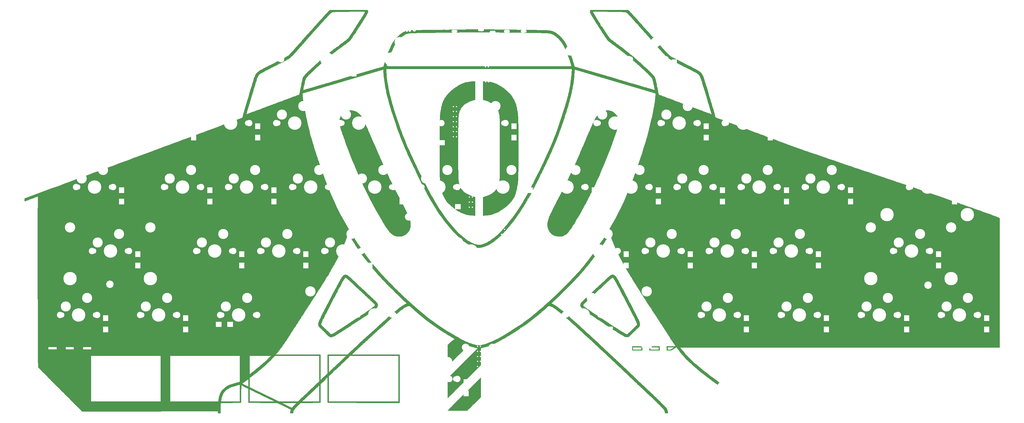
<source format=gto>
%TF.GenerationSoftware,KiCad,Pcbnew,(5.1.10)-1*%
%TF.CreationDate,2022-03-06T16:48:13-07:00*%
%TF.ProjectId,Unit000,556e6974-3030-4302-9e6b-696361645f70,rev?*%
%TF.SameCoordinates,Original*%
%TF.FileFunction,Legend,Top*%
%TF.FilePolarity,Positive*%
%FSLAX46Y46*%
G04 Gerber Fmt 4.6, Leading zero omitted, Abs format (unit mm)*
G04 Created by KiCad (PCBNEW (5.1.10)-1) date 2022-03-06 16:48:13*
%MOMM*%
%LPD*%
G01*
G04 APERTURE LIST*
%ADD10C,0.010000*%
%ADD11C,3.000000*%
%ADD12C,1.900000*%
%ADD13C,0.100000*%
%ADD14C,1.700000*%
%ADD15C,4.000000*%
%ADD16R,1.500000X1.800000*%
%ADD17R,1.500000X1.000000*%
%ADD18R,1.800000X1.500000*%
%ADD19C,1.400000*%
%ADD20O,1.800000X0.900000*%
%ADD21O,0.900000X1.700000*%
%ADD22O,0.900000X2.400000*%
%ADD23C,0.700000*%
%ADD24C,2.200000*%
%ADD25C,3.987800*%
%ADD26C,3.048000*%
%ADD27C,0.400000*%
G04 APERTURE END LIST*
D10*
%TO.C,Ref\u002A\u002A*%
G36*
X114120397Y-28647750D02*
G01*
X114152989Y-28745931D01*
X114167113Y-28877636D01*
X114163327Y-29029287D01*
X114142189Y-29187306D01*
X114104256Y-29338112D01*
X114090403Y-29378000D01*
X114038167Y-29508348D01*
X113973100Y-29652326D01*
X113893046Y-29813858D01*
X113795848Y-29996868D01*
X113679351Y-30205280D01*
X113541398Y-30443020D01*
X113379834Y-30714013D01*
X113192503Y-31022181D01*
X113141571Y-31105200D01*
X113035780Y-31276085D01*
X112909352Y-31478117D01*
X112764410Y-31708024D01*
X112603073Y-31962536D01*
X112427463Y-32238380D01*
X112239700Y-32532286D01*
X112041906Y-32840982D01*
X111836202Y-33161197D01*
X111624707Y-33489660D01*
X111409544Y-33823100D01*
X111192832Y-34158246D01*
X110976693Y-34491826D01*
X110763248Y-34820568D01*
X110554618Y-35141203D01*
X110352923Y-35450458D01*
X110160284Y-35745063D01*
X109978822Y-36021745D01*
X109810659Y-36277235D01*
X109657914Y-36508261D01*
X109522709Y-36711551D01*
X109407165Y-36883834D01*
X109313403Y-37021839D01*
X109243543Y-37122295D01*
X109213445Y-37163907D01*
X109123823Y-37281707D01*
X109034779Y-37392044D01*
X108942624Y-37498128D01*
X108843672Y-37603171D01*
X108734235Y-37710383D01*
X108610625Y-37822975D01*
X108469155Y-37944159D01*
X108306137Y-38077145D01*
X108117883Y-38225144D01*
X107900706Y-38391367D01*
X107650919Y-38579025D01*
X107364833Y-38791329D01*
X107231300Y-38889847D01*
X106589465Y-39364331D01*
X105985763Y-39814110D01*
X105416006Y-40242579D01*
X104876007Y-40653132D01*
X104361577Y-41049165D01*
X103868528Y-41434070D01*
X103392673Y-41811244D01*
X102929825Y-42184081D01*
X102475794Y-42555975D01*
X102026393Y-42930321D01*
X101577435Y-43310513D01*
X101124731Y-43699947D01*
X100664094Y-44102016D01*
X100191335Y-44520116D01*
X99702268Y-44957641D01*
X99319806Y-45302783D01*
X99031317Y-45565231D01*
X98737415Y-45834941D01*
X98441766Y-46108418D01*
X98148039Y-46382168D01*
X97859899Y-46652699D01*
X97581015Y-46916515D01*
X97315053Y-47170124D01*
X97065681Y-47410032D01*
X96836565Y-47632744D01*
X96631373Y-47834768D01*
X96453772Y-48012609D01*
X96307429Y-48162774D01*
X96216554Y-48259295D01*
X96060478Y-48432152D01*
X95931986Y-48584402D01*
X95826668Y-48724844D01*
X95740113Y-48862275D01*
X95667909Y-49005494D01*
X95605646Y-49163298D01*
X95548911Y-49344486D01*
X95493295Y-49557855D01*
X95434385Y-49812204D01*
X95431531Y-49825000D01*
X95391779Y-50005489D01*
X95347983Y-50207891D01*
X95301238Y-50426851D01*
X95252637Y-50657013D01*
X95203273Y-50893025D01*
X95154241Y-51129531D01*
X95106633Y-51361176D01*
X95061544Y-51582607D01*
X95020067Y-51788469D01*
X94983296Y-51973407D01*
X94952323Y-52132066D01*
X94928244Y-52259093D01*
X94912151Y-52349132D01*
X94905138Y-52396830D01*
X94905066Y-52402685D01*
X94929772Y-52397534D01*
X95002125Y-52378270D01*
X95121064Y-52345205D01*
X95285527Y-52298649D01*
X95494451Y-52238912D01*
X95746776Y-52166305D01*
X96041438Y-52081140D01*
X96377375Y-51983725D01*
X96753527Y-51874372D01*
X97168831Y-51753392D01*
X97622224Y-51621095D01*
X98112646Y-51477791D01*
X98639033Y-51323792D01*
X99200325Y-51159407D01*
X99795459Y-50984948D01*
X100423373Y-50800725D01*
X101083005Y-50607049D01*
X101773293Y-50404229D01*
X102493175Y-50192578D01*
X103241590Y-49972404D01*
X104017476Y-49744020D01*
X104819769Y-49507735D01*
X105647409Y-49263860D01*
X106499333Y-49012706D01*
X106885743Y-48898750D01*
X116404790Y-46091200D01*
X119605884Y-46091200D01*
X119623423Y-46579706D01*
X119649512Y-47107033D01*
X119690854Y-47674720D01*
X119746401Y-48275011D01*
X119815109Y-48900150D01*
X119895930Y-49542383D01*
X119987820Y-50193955D01*
X120089731Y-50847109D01*
X120200618Y-51494091D01*
X120319435Y-52127145D01*
X120445135Y-52738516D01*
X120468836Y-52847600D01*
X120587939Y-53370013D01*
X120725357Y-53935112D01*
X120879808Y-54538714D01*
X121050012Y-55176636D01*
X121234688Y-55844695D01*
X121432555Y-56538709D01*
X121642333Y-57254495D01*
X121862740Y-57987869D01*
X122092495Y-58734650D01*
X122330318Y-59490653D01*
X122574927Y-60251697D01*
X122825042Y-61013599D01*
X123079382Y-61772175D01*
X123336666Y-62523244D01*
X123595614Y-63262621D01*
X123854943Y-63986126D01*
X124007883Y-64404600D01*
X124283546Y-65143298D01*
X124568637Y-65887372D01*
X124864296Y-66639391D01*
X125171663Y-67401923D01*
X125491878Y-68177537D01*
X125826081Y-68968803D01*
X126175413Y-69778289D01*
X126541013Y-70608565D01*
X126924022Y-71462199D01*
X127325580Y-72341760D01*
X127746826Y-73249818D01*
X128188903Y-74188942D01*
X128652948Y-75161700D01*
X129140103Y-76170662D01*
X129651508Y-77218396D01*
X130089571Y-78107900D01*
X130570321Y-79074245D01*
X131034922Y-79995382D01*
X131484711Y-80873795D01*
X131921029Y-81711972D01*
X132345212Y-82512398D01*
X132758600Y-83277560D01*
X133162532Y-84009943D01*
X133558346Y-84712033D01*
X133947380Y-85386316D01*
X134330974Y-86035279D01*
X134582344Y-86451800D01*
X135051450Y-87206808D01*
X135535446Y-87955346D01*
X136032244Y-88694934D01*
X136539759Y-89423094D01*
X137055904Y-90137344D01*
X137578593Y-90835208D01*
X138105738Y-91514204D01*
X138635254Y-92171853D01*
X139165054Y-92805677D01*
X139693050Y-93413196D01*
X140217158Y-93991930D01*
X140735290Y-94539400D01*
X141245360Y-95053127D01*
X141745281Y-95530631D01*
X142232966Y-95969434D01*
X142706330Y-96367055D01*
X143163285Y-96721015D01*
X143320785Y-96835432D01*
X143694970Y-97091113D01*
X144083711Y-97335726D01*
X144480248Y-97565882D01*
X144877817Y-97778191D01*
X145269658Y-97969264D01*
X145649008Y-98135713D01*
X146009104Y-98274147D01*
X146343185Y-98381177D01*
X146474300Y-98415996D01*
X146767895Y-98470245D01*
X147085826Y-98496401D01*
X147409638Y-98493746D01*
X147706200Y-98463840D01*
X147951777Y-98413542D01*
X148230495Y-98333554D01*
X148536369Y-98226590D01*
X148863414Y-98095361D01*
X149205645Y-97942581D01*
X149557077Y-97770961D01*
X149911726Y-97583214D01*
X150263607Y-97382052D01*
X150606734Y-97170188D01*
X150712574Y-97101323D01*
X151159821Y-96791542D01*
X151615248Y-96446141D01*
X152080528Y-96063583D01*
X152557333Y-95642333D01*
X153047337Y-95180856D01*
X153552212Y-94677616D01*
X154073631Y-94131078D01*
X154613266Y-93539705D01*
X154704985Y-93436800D01*
X155562229Y-92441091D01*
X156406152Y-91399174D01*
X157234253Y-90314476D01*
X158044031Y-89190424D01*
X158832982Y-88030444D01*
X159598606Y-86837964D01*
X160000561Y-86183210D01*
X160309335Y-85666834D01*
X160619588Y-85137043D01*
X160933097Y-84590550D01*
X161251640Y-84024071D01*
X161576995Y-83434317D01*
X161910940Y-82818004D01*
X162255252Y-82171844D01*
X162611710Y-81492551D01*
X162982092Y-80776839D01*
X163368174Y-80021422D01*
X163771736Y-79223013D01*
X163847064Y-79073100D01*
X164510046Y-77743708D01*
X165143864Y-76454728D01*
X165748925Y-75205262D01*
X166325635Y-73994416D01*
X166874402Y-72821294D01*
X167395631Y-71684999D01*
X167889730Y-70584637D01*
X168357105Y-69519312D01*
X168798162Y-68488127D01*
X169213309Y-67490188D01*
X169602952Y-66524598D01*
X169964455Y-65598400D01*
X170228221Y-64900935D01*
X170494442Y-64178540D01*
X170761738Y-63435604D01*
X171028724Y-62676514D01*
X171294019Y-61905659D01*
X171556240Y-61127426D01*
X171814005Y-60346203D01*
X172065931Y-59566379D01*
X172310636Y-58792341D01*
X172546738Y-58028476D01*
X172772854Y-57279174D01*
X172987602Y-56548822D01*
X173189599Y-55841808D01*
X173377464Y-55162520D01*
X173549812Y-54515346D01*
X173705263Y-53904674D01*
X173842434Y-53334892D01*
X173881518Y-53165100D01*
X174023278Y-52510499D01*
X174156973Y-51830847D01*
X174281473Y-51134314D01*
X174395646Y-50429069D01*
X174498364Y-49723282D01*
X174588494Y-49025122D01*
X174664908Y-48342759D01*
X174726473Y-47684363D01*
X174772060Y-47058103D01*
X174797986Y-46542049D01*
X174815252Y-46091199D01*
X147210568Y-46091200D01*
X119605884Y-46091200D01*
X116404790Y-46091200D01*
X118859186Y-45367300D01*
X118881518Y-45257293D01*
X119715400Y-45257293D01*
X119715400Y-45257329D01*
X119740627Y-45258234D01*
X119815621Y-45259130D01*
X119939348Y-45260015D01*
X120110775Y-45260889D01*
X120328867Y-45261752D01*
X120592591Y-45262602D01*
X120900914Y-45263438D01*
X121252803Y-45264260D01*
X121647222Y-45265067D01*
X122083140Y-45265859D01*
X122559522Y-45266634D01*
X123075335Y-45267391D01*
X123629545Y-45268131D01*
X124221119Y-45268851D01*
X124849023Y-45269552D01*
X125512224Y-45270232D01*
X126209688Y-45270891D01*
X126940382Y-45271528D01*
X127703271Y-45272142D01*
X128497323Y-45272732D01*
X129321504Y-45273297D01*
X130174780Y-45273838D01*
X131056117Y-45274352D01*
X131964483Y-45274839D01*
X132898844Y-45275299D01*
X133858165Y-45275730D01*
X134841414Y-45276132D01*
X135847557Y-45276504D01*
X136875561Y-45276846D01*
X137924391Y-45277155D01*
X138993015Y-45277432D01*
X140080398Y-45277676D01*
X141185507Y-45277886D01*
X142307309Y-45278061D01*
X143444771Y-45278201D01*
X144596857Y-45278304D01*
X145762536Y-45278370D01*
X146940773Y-45278398D01*
X147211383Y-45278400D01*
X174707367Y-45278399D01*
X174691733Y-45208550D01*
X174658046Y-45069927D01*
X174612179Y-44901416D01*
X174553186Y-44699923D01*
X174480119Y-44462352D01*
X174392033Y-44185609D01*
X174287980Y-43866597D01*
X174200313Y-43602000D01*
X173967228Y-42915472D01*
X173740866Y-42276327D01*
X173519840Y-41681800D01*
X173302764Y-41129126D01*
X173088252Y-40615537D01*
X172874917Y-40138270D01*
X172661372Y-39694559D01*
X172446230Y-39281638D01*
X172228107Y-38896742D01*
X172005614Y-38537105D01*
X171777366Y-38199961D01*
X171541976Y-37882546D01*
X171298058Y-37582094D01*
X171044225Y-37295839D01*
X171032226Y-37282903D01*
X170801603Y-37047034D01*
X170551288Y-36813157D01*
X170287494Y-36585801D01*
X170016439Y-36369495D01*
X169744335Y-36168769D01*
X169477400Y-35988153D01*
X169221847Y-35832177D01*
X168983892Y-35705369D01*
X168769750Y-35612261D01*
X168712000Y-35591881D01*
X168656345Y-35574193D01*
X168597892Y-35557344D01*
X168535276Y-35541294D01*
X168467132Y-35526007D01*
X168392096Y-35511443D01*
X168308802Y-35497564D01*
X168215886Y-35484332D01*
X168111982Y-35471708D01*
X167995726Y-35459655D01*
X167865753Y-35448133D01*
X167720698Y-35437105D01*
X167559196Y-35426532D01*
X167379882Y-35416376D01*
X167181392Y-35406598D01*
X166962360Y-35397160D01*
X166721421Y-35388025D01*
X166457211Y-35379152D01*
X166168364Y-35370505D01*
X165853516Y-35362045D01*
X165511302Y-35353733D01*
X165140357Y-35345532D01*
X164739316Y-35337402D01*
X164306814Y-35329305D01*
X163841487Y-35321204D01*
X163341969Y-35313060D01*
X162806895Y-35304834D01*
X162234901Y-35296488D01*
X161624621Y-35287985D01*
X160974692Y-35279284D01*
X160283747Y-35270349D01*
X159550422Y-35261141D01*
X158773352Y-35251621D01*
X157951173Y-35241751D01*
X157082518Y-35231493D01*
X156166024Y-35220809D01*
X155200326Y-35209660D01*
X155034100Y-35207749D01*
X154576288Y-35202473D01*
X154097147Y-35196920D01*
X153603146Y-35191166D01*
X153100752Y-35185287D01*
X152596436Y-35179361D01*
X152096667Y-35173463D01*
X151607913Y-35167671D01*
X151136643Y-35162061D01*
X150689328Y-35156709D01*
X150272434Y-35151692D01*
X149892433Y-35147086D01*
X149555792Y-35142968D01*
X149509600Y-35142399D01*
X148782118Y-35134576D01*
X148089850Y-35129602D01*
X147417291Y-35127477D01*
X146748934Y-35128199D01*
X146069274Y-35131766D01*
X145362806Y-35138179D01*
X145026500Y-35142060D01*
X144700137Y-35146033D01*
X144329365Y-35150507D01*
X143920568Y-35155405D01*
X143480133Y-35160653D01*
X143014447Y-35166176D01*
X142529896Y-35171897D01*
X142032867Y-35177743D01*
X141529744Y-35183637D01*
X141026916Y-35189505D01*
X140530768Y-35195272D01*
X140047686Y-35200861D01*
X139584058Y-35206198D01*
X139489300Y-35207285D01*
X138457020Y-35219231D01*
X137469069Y-35230891D01*
X136525829Y-35242260D01*
X135627686Y-35253332D01*
X134775022Y-35264101D01*
X133968222Y-35274562D01*
X133207669Y-35284709D01*
X132493748Y-35294538D01*
X131826843Y-35304041D01*
X131207337Y-35313214D01*
X130635615Y-35322051D01*
X130112060Y-35330546D01*
X129637057Y-35338695D01*
X129210989Y-35346491D01*
X128834240Y-35353929D01*
X128507194Y-35361003D01*
X128230236Y-35367707D01*
X128033900Y-35373130D01*
X127632183Y-35386156D01*
X127277040Y-35400326D01*
X126964247Y-35416272D01*
X126689580Y-35434628D01*
X126448815Y-35456026D01*
X126237729Y-35481101D01*
X126052098Y-35510485D01*
X125887698Y-35544813D01*
X125740305Y-35584716D01*
X125605696Y-35630829D01*
X125479647Y-35683785D01*
X125357934Y-35744217D01*
X125282968Y-35785619D01*
X124750276Y-36119029D01*
X124243002Y-36495572D01*
X123762973Y-36913395D01*
X123312015Y-37370642D01*
X122891953Y-37865459D01*
X122504614Y-38395990D01*
X122151822Y-38960380D01*
X122143175Y-38975405D01*
X121939553Y-39343909D01*
X121737483Y-39738141D01*
X121535773Y-40160983D01*
X121333230Y-40615321D01*
X121128666Y-41104039D01*
X120920887Y-41630021D01*
X120708702Y-42196150D01*
X120490921Y-42805312D01*
X120266353Y-43460390D01*
X120164031Y-43767100D01*
X120087628Y-44000254D01*
X120013984Y-44229399D01*
X119944764Y-44449012D01*
X119881627Y-44653571D01*
X119826238Y-44837555D01*
X119780258Y-44995441D01*
X119745350Y-45121707D01*
X119723177Y-45210832D01*
X119715400Y-45257293D01*
X118881518Y-45257293D01*
X118903015Y-45151400D01*
X118951631Y-44936119D01*
X119017999Y-44679453D01*
X119100294Y-44386891D01*
X119196691Y-44063924D01*
X119305365Y-43716042D01*
X119424491Y-43348734D01*
X119552245Y-42967492D01*
X119686800Y-42577806D01*
X119826333Y-42185166D01*
X119969018Y-41795061D01*
X120113030Y-41412983D01*
X120256543Y-41044422D01*
X120325697Y-40871500D01*
X120599566Y-40220054D01*
X120877582Y-39612072D01*
X121158980Y-39049018D01*
X121442992Y-38532353D01*
X121728852Y-38063540D01*
X122015794Y-37644042D01*
X122020016Y-37638250D01*
X122426403Y-37120057D01*
X122866367Y-36631935D01*
X123335474Y-36177992D01*
X123829289Y-35762336D01*
X124343379Y-35389074D01*
X124676625Y-35176962D01*
X124857629Y-35072104D01*
X125032884Y-34980464D01*
X125207416Y-34901009D01*
X125386253Y-34832706D01*
X125574423Y-34774522D01*
X125776953Y-34725424D01*
X125998872Y-34684378D01*
X126245206Y-34650352D01*
X126520983Y-34622311D01*
X126831231Y-34599224D01*
X127180977Y-34580057D01*
X127575250Y-34563777D01*
X127678300Y-34560142D01*
X127877825Y-34553869D01*
X128118488Y-34547333D01*
X128400751Y-34540526D01*
X128725076Y-34533443D01*
X129091925Y-34526077D01*
X129501760Y-34518420D01*
X129955044Y-34510466D01*
X130452238Y-34502210D01*
X130993805Y-34493643D01*
X131580207Y-34484760D01*
X132211906Y-34475553D01*
X132889364Y-34466017D01*
X133613043Y-34456144D01*
X134383405Y-34445928D01*
X135200914Y-34435362D01*
X136066029Y-34424440D01*
X136979215Y-34413155D01*
X137940933Y-34401501D01*
X138951645Y-34389470D01*
X140011813Y-34377056D01*
X141121899Y-34364253D01*
X142169000Y-34352335D01*
X142631958Y-34347103D01*
X143069970Y-34342188D01*
X143485260Y-34337599D01*
X143880052Y-34333346D01*
X144256571Y-34329439D01*
X144617042Y-34325886D01*
X144963688Y-34322698D01*
X145298734Y-34319883D01*
X145624405Y-34317452D01*
X145942925Y-34315414D01*
X146256518Y-34313778D01*
X146567410Y-34312553D01*
X146877823Y-34311750D01*
X147189984Y-34311378D01*
X147506115Y-34311446D01*
X147828443Y-34311964D01*
X148159190Y-34312941D01*
X148500582Y-34314387D01*
X148854843Y-34316311D01*
X149224197Y-34318722D01*
X149610870Y-34321631D01*
X150017084Y-34325047D01*
X150445066Y-34328979D01*
X150897038Y-34333436D01*
X151375226Y-34338429D01*
X151881855Y-34343966D01*
X152419147Y-34350057D01*
X152989329Y-34356712D01*
X153594624Y-34363940D01*
X154237257Y-34371751D01*
X154919453Y-34380154D01*
X155643434Y-34389158D01*
X156411428Y-34398773D01*
X157225656Y-34409009D01*
X158088345Y-34419875D01*
X158132900Y-34420437D01*
X158983421Y-34431193D01*
X159784749Y-34441433D01*
X160538490Y-34451215D01*
X161246246Y-34460596D01*
X161909624Y-34469632D01*
X162530226Y-34478381D01*
X163109657Y-34486900D01*
X163649522Y-34495245D01*
X164151425Y-34503474D01*
X164616970Y-34511643D01*
X165047761Y-34519811D01*
X165445403Y-34528033D01*
X165811501Y-34536368D01*
X166147658Y-34544871D01*
X166455478Y-34553600D01*
X166736567Y-34562613D01*
X166992529Y-34571965D01*
X167224967Y-34581714D01*
X167435486Y-34591918D01*
X167625691Y-34602633D01*
X167797185Y-34613916D01*
X167951574Y-34625825D01*
X168090461Y-34638415D01*
X168215451Y-34651745D01*
X168328148Y-34665872D01*
X168430157Y-34680852D01*
X168523081Y-34696742D01*
X168608525Y-34713601D01*
X168688094Y-34731483D01*
X168763392Y-34750447D01*
X168836022Y-34770550D01*
X168907591Y-34791849D01*
X168950099Y-34805040D01*
X169217355Y-34905571D01*
X169506869Y-35044884D01*
X169813204Y-35219172D01*
X170130925Y-35424628D01*
X170454597Y-35657446D01*
X170778785Y-35913819D01*
X171098053Y-36189940D01*
X171406966Y-36482003D01*
X171547385Y-36624063D01*
X171829149Y-36928904D01*
X172099885Y-37249791D01*
X172360945Y-37589361D01*
X172613683Y-37950251D01*
X172859451Y-38335099D01*
X173099604Y-38746541D01*
X173335493Y-39187215D01*
X173568472Y-39659758D01*
X173799894Y-40166806D01*
X174031113Y-40710997D01*
X174263480Y-41294969D01*
X174498349Y-41921357D01*
X174737074Y-42592800D01*
X174981006Y-43311934D01*
X174985044Y-43324098D01*
X175099908Y-43673683D01*
X175198364Y-43981056D01*
X175281969Y-44251524D01*
X175352282Y-44490392D01*
X175410858Y-44702967D01*
X175459256Y-44894555D01*
X175499033Y-45070461D01*
X175502687Y-45087826D01*
X175561049Y-45367152D01*
X187518593Y-48893340D01*
X188279485Y-49117693D01*
X189028117Y-49338377D01*
X189763016Y-49554957D01*
X190482707Y-49767002D01*
X191185718Y-49974077D01*
X191870573Y-50175752D01*
X192535799Y-50371591D01*
X193179922Y-50561163D01*
X193801469Y-50744035D01*
X194398965Y-50919773D01*
X194970936Y-51087945D01*
X195515909Y-51248117D01*
X196032410Y-51399858D01*
X196518965Y-51542733D01*
X196974100Y-51676310D01*
X197396342Y-51800157D01*
X197784215Y-51913839D01*
X198136247Y-52016925D01*
X198450964Y-52108981D01*
X198726891Y-52189574D01*
X198962555Y-52258271D01*
X199156482Y-52314640D01*
X199307199Y-52358248D01*
X199413230Y-52388661D01*
X199473103Y-52405447D01*
X199486825Y-52408841D01*
X199484870Y-52381666D01*
X199473296Y-52310043D01*
X199453180Y-52199187D01*
X199425595Y-52054309D01*
X199391618Y-51880625D01*
X199352323Y-51683348D01*
X199308787Y-51467692D01*
X199262083Y-51238870D01*
X199213289Y-51002097D01*
X199163479Y-50762586D01*
X199113727Y-50525550D01*
X199065111Y-50296204D01*
X199018705Y-50079761D01*
X198975584Y-49881435D01*
X198936823Y-49706440D01*
X198903499Y-49559989D01*
X198876686Y-49447297D01*
X198872709Y-49431300D01*
X198794666Y-49171369D01*
X198696517Y-48943056D01*
X198570389Y-48728675D01*
X198540266Y-48684706D01*
X198489711Y-48621252D01*
X198405767Y-48526510D01*
X198292007Y-48404043D01*
X198152002Y-48257413D01*
X197989323Y-48090185D01*
X197807542Y-47905921D01*
X197610231Y-47708185D01*
X197400961Y-47500538D01*
X197183304Y-47286546D01*
X196960830Y-47069770D01*
X196737113Y-46853774D01*
X196515723Y-46642120D01*
X196300231Y-46438373D01*
X196118069Y-46268218D01*
X195427790Y-45631644D01*
X194765265Y-45029192D01*
X194125234Y-44456375D01*
X193502437Y-43908707D01*
X192891612Y-43381699D01*
X192287500Y-42870866D01*
X191684841Y-42371721D01*
X191078372Y-41879776D01*
X190462835Y-41390544D01*
X189832968Y-40899540D01*
X189737496Y-40825897D01*
X189612224Y-40729726D01*
X189474096Y-40624344D01*
X189320665Y-40507921D01*
X189149486Y-40378625D01*
X188958114Y-40234627D01*
X188744103Y-40074094D01*
X188505008Y-39895197D01*
X188238383Y-39696103D01*
X187941783Y-39474983D01*
X187612763Y-39230004D01*
X187248877Y-38959338D01*
X186847679Y-38661151D01*
X186653138Y-38516627D01*
X186444618Y-38361535D01*
X186260144Y-38222998D01*
X186096311Y-38097136D01*
X185949715Y-37980065D01*
X185816951Y-37867903D01*
X185694614Y-37756769D01*
X185579301Y-37642782D01*
X185467606Y-37522058D01*
X185356125Y-37390716D01*
X185241453Y-37244874D01*
X185120187Y-37080650D01*
X184988922Y-36894163D01*
X184844252Y-36681529D01*
X184682774Y-36438868D01*
X184501084Y-36162298D01*
X184295776Y-35847936D01*
X184246740Y-35772767D01*
X183842566Y-35152634D01*
X183465714Y-34573229D01*
X183115266Y-34033047D01*
X182790308Y-33530585D01*
X182489923Y-33064342D01*
X182213196Y-32632813D01*
X181959211Y-32234496D01*
X181727052Y-31867888D01*
X181515803Y-31531486D01*
X181324548Y-31223787D01*
X181152372Y-30943288D01*
X180998359Y-30688486D01*
X180861593Y-30457879D01*
X180741157Y-30249963D01*
X180636138Y-30063235D01*
X180545618Y-29896192D01*
X180468682Y-29747332D01*
X180404413Y-29615152D01*
X180351897Y-29498148D01*
X180310217Y-29394818D01*
X180278458Y-29303659D01*
X180255703Y-29223167D01*
X180255652Y-29222956D01*
X180226102Y-29034682D01*
X181061051Y-29034682D01*
X181065343Y-29063645D01*
X181092216Y-29130519D01*
X181138554Y-29229395D01*
X181201240Y-29354364D01*
X181277158Y-29499515D01*
X181363192Y-29658940D01*
X181456225Y-29826728D01*
X181553140Y-29996970D01*
X181650822Y-30163757D01*
X181697518Y-30241600D01*
X181814317Y-30434046D01*
X181930812Y-30624737D01*
X182048999Y-30816808D01*
X182170876Y-31013397D01*
X182298441Y-31217639D01*
X182433690Y-31432672D01*
X182578621Y-31661631D01*
X182735230Y-31907655D01*
X182905516Y-32173879D01*
X183091475Y-32463439D01*
X183295104Y-32779473D01*
X183518400Y-33125117D01*
X183763362Y-33503508D01*
X184031985Y-33917782D01*
X184326267Y-34371076D01*
X184357981Y-34419900D01*
X184603384Y-34797566D01*
X184823047Y-35135208D01*
X185018836Y-35435447D01*
X185192612Y-35700908D01*
X185346239Y-35934211D01*
X185481582Y-36137979D01*
X185600503Y-36314835D01*
X185704866Y-36467400D01*
X185796534Y-36598298D01*
X185877372Y-36710150D01*
X185949242Y-36805580D01*
X186014007Y-36887208D01*
X186073532Y-36957659D01*
X186129680Y-37019553D01*
X186184315Y-37075514D01*
X186239299Y-37128163D01*
X186296496Y-37180124D01*
X186357688Y-37233946D01*
X186426385Y-37291127D01*
X186529466Y-37373313D01*
X186660368Y-37475444D01*
X186812527Y-37592460D01*
X186979380Y-37719300D01*
X187154362Y-37850905D01*
X187263750Y-37932446D01*
X187773443Y-38311357D01*
X188244953Y-38662635D01*
X188681184Y-38988522D01*
X189085039Y-39291258D01*
X189459422Y-39573085D01*
X189807237Y-39836244D01*
X190131388Y-40082977D01*
X190434778Y-40315524D01*
X190720312Y-40536127D01*
X190990894Y-40747028D01*
X191249426Y-40950467D01*
X191498813Y-41148687D01*
X191741960Y-41343928D01*
X191981769Y-41538431D01*
X192221144Y-41734438D01*
X192462990Y-41934190D01*
X192651500Y-42090943D01*
X193557114Y-42856905D01*
X194473842Y-43654111D01*
X195404911Y-44485459D01*
X196353547Y-45353845D01*
X197322977Y-46262165D01*
X197728771Y-46648289D01*
X198026894Y-46934917D01*
X198289462Y-47191516D01*
X198519197Y-47421449D01*
X198718826Y-47628080D01*
X198891073Y-47814776D01*
X199038662Y-47984900D01*
X199164320Y-48141817D01*
X199270769Y-48288891D01*
X199360735Y-48429487D01*
X199436943Y-48566970D01*
X199502118Y-48704703D01*
X199558984Y-48846052D01*
X199597675Y-48956028D01*
X199620919Y-49032115D01*
X199648987Y-49136004D01*
X199682306Y-49269668D01*
X199721304Y-49435079D01*
X199766409Y-49634211D01*
X199818049Y-49869035D01*
X199876651Y-50141525D01*
X199942644Y-50453654D01*
X200016455Y-50807395D01*
X200098512Y-51204719D01*
X200189243Y-51647601D01*
X200289075Y-52138013D01*
X200309365Y-52238000D01*
X200364304Y-52507524D01*
X200416677Y-52761905D01*
X200465563Y-52996834D01*
X200510040Y-53208003D01*
X200549187Y-53391102D01*
X200582082Y-53541825D01*
X200607804Y-53655861D01*
X200625431Y-53728903D01*
X200634042Y-53756642D01*
X200634207Y-53756758D01*
X200663876Y-53768041D01*
X200738755Y-53796181D01*
X200856704Y-53840377D01*
X201015583Y-53899834D01*
X201213251Y-53973750D01*
X201447569Y-54061330D01*
X201716397Y-54161773D01*
X202017593Y-54274282D01*
X202349020Y-54398059D01*
X202708535Y-54532304D01*
X203094000Y-54676220D01*
X203503275Y-54829009D01*
X203934218Y-54989871D01*
X204384691Y-55158009D01*
X204852552Y-55332624D01*
X205335663Y-55512918D01*
X205831883Y-55698092D01*
X206339071Y-55887349D01*
X206855089Y-56079889D01*
X207377795Y-56274915D01*
X207905050Y-56471627D01*
X208434714Y-56669229D01*
X208964647Y-56866920D01*
X209492708Y-57063904D01*
X210016757Y-57259381D01*
X210534655Y-57452553D01*
X211044262Y-57642623D01*
X211543437Y-57828790D01*
X212030040Y-58010258D01*
X212501932Y-58186228D01*
X212956972Y-58355901D01*
X213393020Y-58518479D01*
X213807936Y-58673164D01*
X214199580Y-58819157D01*
X214565812Y-58955660D01*
X214904492Y-59081875D01*
X215213480Y-59197003D01*
X215490636Y-59300246D01*
X215733820Y-59390805D01*
X215940891Y-59467882D01*
X216109710Y-59530680D01*
X216238137Y-59578399D01*
X216324031Y-59610240D01*
X216365253Y-59625407D01*
X216368750Y-59626632D01*
X216386940Y-59609881D01*
X216387800Y-59601834D01*
X216380616Y-59570391D01*
X216359626Y-59493122D01*
X216325669Y-59372844D01*
X216279584Y-59212375D01*
X216222212Y-59014530D01*
X216154392Y-58782128D01*
X216076963Y-58517985D01*
X215990766Y-58224918D01*
X215896640Y-57905744D01*
X215795424Y-57563280D01*
X215687959Y-57200343D01*
X215575083Y-56819751D01*
X215457638Y-56424319D01*
X215336462Y-56016866D01*
X215212395Y-55600207D01*
X215086277Y-55177161D01*
X214958947Y-54750544D01*
X214831246Y-54323173D01*
X214704012Y-53897865D01*
X214578086Y-53477437D01*
X214454307Y-53064706D01*
X214333515Y-52662489D01*
X214216549Y-52273602D01*
X214104250Y-51900864D01*
X213997456Y-51547091D01*
X213897009Y-51215100D01*
X213803746Y-50907708D01*
X213718509Y-50627732D01*
X213642136Y-50377989D01*
X213575468Y-50161296D01*
X213531641Y-50019914D01*
X213411799Y-49638889D01*
X213302859Y-49303005D01*
X213202548Y-49008338D01*
X213108596Y-48750968D01*
X213018731Y-48526972D01*
X212930682Y-48332428D01*
X212842178Y-48163414D01*
X212750948Y-48016008D01*
X212654720Y-47886288D01*
X212551224Y-47770332D01*
X212438187Y-47664217D01*
X212313339Y-47564022D01*
X212174409Y-47465824D01*
X212019125Y-47365702D01*
X211980900Y-47342015D01*
X211902489Y-47294758D01*
X211809271Y-47240598D01*
X211699271Y-47178505D01*
X211570514Y-47107448D01*
X211421024Y-47026398D01*
X211248826Y-46934323D01*
X211051945Y-46830194D01*
X210828406Y-46712980D01*
X210576234Y-46581651D01*
X210293454Y-46435177D01*
X209978090Y-46272527D01*
X209628167Y-46092671D01*
X209241711Y-45894578D01*
X208816747Y-45677219D01*
X208351298Y-45439562D01*
X207843390Y-45180578D01*
X207586700Y-45049798D01*
X207121770Y-44812910D01*
X206699715Y-44597698D01*
X206318097Y-44402874D01*
X205974478Y-44227148D01*
X205666418Y-44069233D01*
X205391479Y-43927840D01*
X205147225Y-43801681D01*
X204931215Y-43689467D01*
X204741012Y-43589909D01*
X204574177Y-43501719D01*
X204428273Y-43423610D01*
X204300861Y-43354291D01*
X204189502Y-43292476D01*
X204091758Y-43236874D01*
X204005192Y-43186199D01*
X203927364Y-43139161D01*
X203855837Y-43094472D01*
X203788172Y-43050843D01*
X203725900Y-43009641D01*
X203634515Y-42948057D01*
X203547518Y-42887987D01*
X203463181Y-42827633D01*
X203379776Y-42765193D01*
X203295575Y-42698869D01*
X203208851Y-42626861D01*
X203117876Y-42547368D01*
X203020923Y-42458591D01*
X202916263Y-42358731D01*
X202802170Y-42245987D01*
X202676915Y-42118560D01*
X202538772Y-41974650D01*
X202386011Y-41812457D01*
X202216906Y-41630181D01*
X202029729Y-41426023D01*
X201822753Y-41198183D01*
X201594249Y-40944861D01*
X201342490Y-40664257D01*
X201065749Y-40354572D01*
X200762298Y-40014006D01*
X200430408Y-39640759D01*
X200068353Y-39233031D01*
X199674405Y-38789022D01*
X199674119Y-38788700D01*
X199055828Y-38091728D01*
X198470239Y-37431763D01*
X197916408Y-36807749D01*
X197393392Y-36218634D01*
X196900247Y-35663362D01*
X196436028Y-35140880D01*
X195999793Y-34650133D01*
X195590597Y-34190067D01*
X195207497Y-33759628D01*
X194849548Y-33357761D01*
X194515808Y-32983413D01*
X194205332Y-32635530D01*
X193917177Y-32313056D01*
X193650398Y-32014939D01*
X193404053Y-31740123D01*
X193177196Y-31487554D01*
X192968885Y-31256179D01*
X192778176Y-31044943D01*
X192604125Y-30852792D01*
X192445787Y-30678672D01*
X192302221Y-30521528D01*
X192172480Y-30380306D01*
X192055623Y-30253953D01*
X191950704Y-30141414D01*
X191856781Y-30041634D01*
X191772910Y-29953560D01*
X191698146Y-29876137D01*
X191662170Y-29839346D01*
X191469338Y-29646284D01*
X191305053Y-29489131D01*
X191165507Y-29364635D01*
X191046887Y-29269543D01*
X190945385Y-29200604D01*
X190862504Y-29156886D01*
X190840045Y-29149093D01*
X190807580Y-29141873D01*
X190762535Y-29135144D01*
X190702338Y-29128824D01*
X190624417Y-29122832D01*
X190526200Y-29117085D01*
X190405114Y-29111502D01*
X190258586Y-29105999D01*
X190084044Y-29100495D01*
X189878915Y-29094908D01*
X189640628Y-29089156D01*
X189366610Y-29083157D01*
X189054287Y-29076829D01*
X188701089Y-29070089D01*
X188304442Y-29062856D01*
X187861773Y-29055047D01*
X187444500Y-29047847D01*
X187121775Y-29042212D01*
X186786556Y-29036159D01*
X186446942Y-29029845D01*
X186111028Y-29023430D01*
X185786915Y-29017072D01*
X185482698Y-29010929D01*
X185206477Y-29005160D01*
X184966349Y-28999923D01*
X184802900Y-28996157D01*
X184434472Y-28988258D01*
X184067327Y-28982058D01*
X183705088Y-28977518D01*
X183351377Y-28974602D01*
X183009819Y-28973273D01*
X182684036Y-28973492D01*
X182377651Y-28975223D01*
X182094287Y-28978429D01*
X181837568Y-28983072D01*
X181611117Y-28989114D01*
X181418556Y-28996519D01*
X181263510Y-29005250D01*
X181149600Y-29015268D01*
X181080451Y-29026537D01*
X181061051Y-29034682D01*
X180226102Y-29034682D01*
X180226083Y-29034564D01*
X180228740Y-28853454D01*
X180263087Y-28694307D01*
X180276227Y-28660450D01*
X180317207Y-28565200D01*
X191511315Y-28565200D01*
X191687707Y-28709301D01*
X191728452Y-28742786D01*
X191769026Y-28776705D01*
X191810337Y-28812063D01*
X191853288Y-28849861D01*
X191898785Y-28891104D01*
X191947733Y-28936793D01*
X192001037Y-28987932D01*
X192059602Y-29045523D01*
X192124333Y-29110570D01*
X192196136Y-29184075D01*
X192275915Y-29267042D01*
X192364576Y-29360473D01*
X192463024Y-29465371D01*
X192572164Y-29582740D01*
X192692900Y-29713581D01*
X192826139Y-29858899D01*
X192972785Y-30019695D01*
X193133743Y-30196973D01*
X193309918Y-30391736D01*
X193502217Y-30604987D01*
X193711542Y-30837728D01*
X193938801Y-31090963D01*
X194184897Y-31365694D01*
X194450737Y-31662925D01*
X194737224Y-31983658D01*
X195045265Y-32328896D01*
X195375764Y-32699642D01*
X195729627Y-33096899D01*
X196107758Y-33521671D01*
X196511063Y-33974959D01*
X196940447Y-34457767D01*
X197396814Y-34971097D01*
X197881071Y-35515954D01*
X198394122Y-36093339D01*
X198936872Y-36704255D01*
X199510226Y-37349706D01*
X200115090Y-38030695D01*
X200752368Y-38748223D01*
X201047739Y-39080800D01*
X201373975Y-39447936D01*
X201668665Y-39779117D01*
X201933817Y-40076531D01*
X202171436Y-40342366D01*
X202383530Y-40578808D01*
X202572106Y-40788047D01*
X202739170Y-40972269D01*
X202886729Y-41133663D01*
X203016790Y-41274416D01*
X203131360Y-41396717D01*
X203232445Y-41502752D01*
X203322052Y-41594710D01*
X203402188Y-41674779D01*
X203474860Y-41745146D01*
X203542074Y-41807999D01*
X203585027Y-41846972D01*
X203669895Y-41922514D01*
X203751019Y-41993027D01*
X203831012Y-42060000D01*
X203912487Y-42124919D01*
X203998054Y-42189273D01*
X204090328Y-42254550D01*
X204191921Y-42322238D01*
X204305445Y-42393823D01*
X204433512Y-42470795D01*
X204578735Y-42554641D01*
X204743727Y-42646849D01*
X204931100Y-42748907D01*
X205143467Y-42862303D01*
X205383440Y-42988524D01*
X205653631Y-43129059D01*
X205956653Y-43285394D01*
X206295119Y-43459019D01*
X206671641Y-43651422D01*
X207088831Y-43864089D01*
X207447000Y-44046443D01*
X207997870Y-44326903D01*
X208505435Y-44585519D01*
X208971728Y-44823360D01*
X209398784Y-45041495D01*
X209788635Y-45240993D01*
X210143316Y-45422925D01*
X210464860Y-45588359D01*
X210755301Y-45738364D01*
X211016672Y-45874011D01*
X211251008Y-45996367D01*
X211460341Y-46106503D01*
X211646705Y-46205488D01*
X211812135Y-46294391D01*
X211958663Y-46374281D01*
X212088323Y-46446229D01*
X212203150Y-46511302D01*
X212305176Y-46570571D01*
X212396435Y-46625104D01*
X212478961Y-46675972D01*
X212554788Y-46724242D01*
X212615900Y-46764299D01*
X212815166Y-46903790D01*
X212993160Y-47045428D01*
X213152982Y-47194098D01*
X213297731Y-47354687D01*
X213430504Y-47532080D01*
X213554402Y-47731164D01*
X213672522Y-47956825D01*
X213787964Y-48213948D01*
X213903826Y-48507419D01*
X214023208Y-48842125D01*
X214122140Y-49139200D01*
X214195733Y-49368422D01*
X214283236Y-49646041D01*
X214384521Y-49971632D01*
X214499459Y-50344769D01*
X214627923Y-50765029D01*
X214769784Y-51231985D01*
X214924915Y-51745213D01*
X215093187Y-52304288D01*
X215274474Y-52908783D01*
X215468646Y-53558276D01*
X215675576Y-54252339D01*
X215895136Y-54990549D01*
X216127198Y-55772481D01*
X216371633Y-56597708D01*
X216603405Y-57381500D01*
X216699916Y-57708099D01*
X216795765Y-58032432D01*
X216889475Y-58349496D01*
X216979566Y-58654286D01*
X217064558Y-58941797D01*
X217142972Y-59207025D01*
X217213329Y-59444967D01*
X217274148Y-59650618D01*
X217323952Y-59818973D01*
X217361259Y-59945028D01*
X217369335Y-59972300D01*
X217534839Y-60531100D01*
X218466269Y-60883631D01*
X219417863Y-61243704D01*
X220367391Y-61602816D01*
X221313186Y-61960343D01*
X222253585Y-62315659D01*
X223186923Y-62668138D01*
X224111536Y-63017156D01*
X225025758Y-63362085D01*
X225927924Y-63702301D01*
X226816371Y-64037178D01*
X227689434Y-64366091D01*
X228545447Y-64688415D01*
X229382746Y-65003523D01*
X230199666Y-65310790D01*
X230994543Y-65609590D01*
X231765713Y-65899299D01*
X232511509Y-66179290D01*
X233230268Y-66448939D01*
X233920325Y-66707619D01*
X234580015Y-66954705D01*
X235207674Y-67189571D01*
X235801637Y-67411592D01*
X236360238Y-67620143D01*
X236881814Y-67814598D01*
X237364700Y-67994331D01*
X237807231Y-68158717D01*
X238207742Y-68307130D01*
X238564569Y-68438945D01*
X238876047Y-68553536D01*
X238957077Y-68583245D01*
X239406329Y-68747482D01*
X239859885Y-68912615D01*
X240319155Y-69079130D01*
X240785551Y-69247515D01*
X241260482Y-69418255D01*
X241745360Y-69591839D01*
X242241594Y-69768753D01*
X242750596Y-69949484D01*
X243273775Y-70134518D01*
X243812543Y-70324342D01*
X244368309Y-70519444D01*
X244942485Y-70720310D01*
X245536480Y-70927427D01*
X246151706Y-71141282D01*
X246789573Y-71362361D01*
X247451491Y-71591151D01*
X248138871Y-71828140D01*
X248853123Y-72073814D01*
X249595659Y-72328661D01*
X250367888Y-72593165D01*
X251171220Y-72867816D01*
X252007068Y-73153099D01*
X252876840Y-73449501D01*
X253781948Y-73757510D01*
X254723801Y-74077611D01*
X255703812Y-74410292D01*
X256723389Y-74756040D01*
X257783944Y-75115342D01*
X258886887Y-75488683D01*
X260033628Y-75876552D01*
X261225579Y-76279435D01*
X262464150Y-76697819D01*
X262615800Y-76749030D01*
X264204434Y-77285669D01*
X265746191Y-77806870D01*
X267242435Y-78313107D01*
X268694532Y-78804855D01*
X270103847Y-79282590D01*
X271471745Y-79746786D01*
X272799591Y-80197918D01*
X274088752Y-80636462D01*
X275340591Y-81062891D01*
X276556475Y-81477681D01*
X277737769Y-81881307D01*
X278885838Y-82274244D01*
X280002047Y-82656967D01*
X281087762Y-83029950D01*
X282144348Y-83393669D01*
X283173170Y-83748598D01*
X284175593Y-84095213D01*
X285152983Y-84433988D01*
X286106705Y-84765399D01*
X287038124Y-85089919D01*
X287948607Y-85408025D01*
X288839517Y-85720191D01*
X289712220Y-86026891D01*
X290568082Y-86328602D01*
X291408467Y-86625797D01*
X292234742Y-86918952D01*
X293048271Y-87208542D01*
X293850420Y-87495042D01*
X294642553Y-87778926D01*
X295426037Y-88060669D01*
X296202237Y-88340747D01*
X296972517Y-88619634D01*
X297738243Y-88897805D01*
X298500781Y-89175736D01*
X299261496Y-89453900D01*
X300021752Y-89732774D01*
X300782916Y-90012831D01*
X301395250Y-90238725D01*
X302036600Y-90475595D01*
X302036600Y-109758880D01*
X302036590Y-110962500D01*
X302036560Y-112116332D01*
X302036508Y-113221385D01*
X302036432Y-114278671D01*
X302036329Y-115289199D01*
X302036199Y-116253981D01*
X302036040Y-117174028D01*
X302035848Y-118050350D01*
X302035623Y-118883959D01*
X302035363Y-119675864D01*
X302035066Y-120427077D01*
X302034729Y-121138609D01*
X302034351Y-121811469D01*
X302033931Y-122446670D01*
X302033466Y-123045221D01*
X302032954Y-123608134D01*
X302032394Y-124136419D01*
X302031783Y-124631087D01*
X302031120Y-125093149D01*
X302030403Y-125523615D01*
X302029630Y-125923497D01*
X302028799Y-126293805D01*
X302027909Y-126635549D01*
X302026956Y-126949742D01*
X302025941Y-127237392D01*
X302024860Y-127499512D01*
X302023711Y-127737112D01*
X302022494Y-127951202D01*
X302021205Y-128142794D01*
X302019844Y-128312898D01*
X302018408Y-128462526D01*
X302016895Y-128592686D01*
X302015304Y-128704392D01*
X302013632Y-128798652D01*
X302011878Y-128876479D01*
X302010040Y-128938883D01*
X302008116Y-128986874D01*
X302006104Y-129021463D01*
X302004003Y-129043662D01*
X302001809Y-129054480D01*
X302000786Y-129055907D01*
X301973960Y-129056485D01*
X301897409Y-129056986D01*
X301772209Y-129057412D01*
X301599433Y-129057763D01*
X301380158Y-129058041D01*
X301115458Y-129058246D01*
X300806408Y-129058380D01*
X300454084Y-129058443D01*
X300059560Y-129058436D01*
X299623911Y-129058360D01*
X299148213Y-129058217D01*
X298633540Y-129058006D01*
X298080968Y-129057729D01*
X297491572Y-129057387D01*
X296866426Y-129056980D01*
X296206605Y-129056511D01*
X295513185Y-129055978D01*
X294787241Y-129055385D01*
X294029848Y-129054731D01*
X293242080Y-129054017D01*
X292425014Y-129053244D01*
X291579723Y-129052414D01*
X290707283Y-129051527D01*
X289808769Y-129050583D01*
X288885256Y-129049585D01*
X287937819Y-129048533D01*
X286967533Y-129047427D01*
X285975473Y-129046270D01*
X284962714Y-129045060D01*
X283930331Y-129043801D01*
X282879400Y-129042492D01*
X281810994Y-129041135D01*
X280726190Y-129039729D01*
X279626063Y-129038277D01*
X278511686Y-129036780D01*
X277384136Y-129035237D01*
X276454736Y-129033946D01*
X275144511Y-129032142D01*
X273822509Y-129030383D01*
X272489658Y-129028668D01*
X271146884Y-129026997D01*
X269795114Y-129025371D01*
X268435277Y-129023789D01*
X267068299Y-129022252D01*
X265695108Y-129020760D01*
X264316630Y-129019313D01*
X262933793Y-129017912D01*
X261547524Y-129016556D01*
X260158750Y-129015245D01*
X258768398Y-129013981D01*
X257377397Y-129012763D01*
X255986672Y-129011590D01*
X254597151Y-129010465D01*
X253209762Y-129009385D01*
X251825431Y-129008353D01*
X250445086Y-129007367D01*
X249069653Y-129006429D01*
X247700061Y-129005537D01*
X246337236Y-129004694D01*
X244982106Y-129003897D01*
X243635598Y-129003149D01*
X242298638Y-129002448D01*
X240972155Y-129001796D01*
X239657075Y-129001192D01*
X238354326Y-129000636D01*
X237064834Y-129000129D01*
X235789528Y-128999671D01*
X234529334Y-128999261D01*
X233285179Y-128998901D01*
X232057991Y-128998591D01*
X230848697Y-128998329D01*
X229658224Y-128998118D01*
X228487499Y-128997956D01*
X227337450Y-128997845D01*
X226209003Y-128997783D01*
X225103086Y-128997772D01*
X224020627Y-128997812D01*
X222962551Y-128997902D01*
X221929788Y-128998043D01*
X220923263Y-128998235D01*
X219943904Y-128998479D01*
X218992638Y-128998773D01*
X218070393Y-128999120D01*
X217178095Y-128999518D01*
X216316672Y-128999968D01*
X215487051Y-129000471D01*
X214690159Y-129001025D01*
X213926924Y-129001632D01*
X213198272Y-129002292D01*
X212505132Y-129003004D01*
X211848429Y-129003770D01*
X211229092Y-129004589D01*
X210648047Y-129005461D01*
X210106221Y-129006386D01*
X209604543Y-129007365D01*
X209143939Y-129008398D01*
X208725336Y-129009486D01*
X208349662Y-129010627D01*
X208017843Y-129011823D01*
X207730807Y-129013073D01*
X207489482Y-129014378D01*
X207294794Y-129015738D01*
X207147670Y-129017153D01*
X207049039Y-129018623D01*
X206999826Y-129020148D01*
X206994033Y-129020915D01*
X207011396Y-129047016D01*
X207055580Y-129107301D01*
X207122156Y-129195905D01*
X207206696Y-129306962D01*
X207304769Y-129434607D01*
X207372803Y-129522565D01*
X207755596Y-130006168D01*
X208147096Y-130480324D01*
X208549891Y-130947476D01*
X208966570Y-131410068D01*
X209399722Y-131870544D01*
X209851935Y-132331346D01*
X210325800Y-132794918D01*
X210823904Y-133263703D01*
X211348836Y-133740146D01*
X211903186Y-134226689D01*
X212489542Y-134725776D01*
X213110494Y-135239851D01*
X213768629Y-135771355D01*
X214466538Y-136322735D01*
X215092400Y-136808422D01*
X215196197Y-136887938D01*
X215331025Y-136990541D01*
X215492881Y-137113231D01*
X215677763Y-137253006D01*
X215881672Y-137406865D01*
X216100604Y-137571807D01*
X216330559Y-137744830D01*
X216567535Y-137922934D01*
X216807531Y-138103117D01*
X217046545Y-138282377D01*
X217280577Y-138457715D01*
X217505624Y-138626127D01*
X217717686Y-138784614D01*
X217912760Y-138930175D01*
X218086846Y-139059807D01*
X218235942Y-139170509D01*
X218356047Y-139259281D01*
X218443159Y-139323121D01*
X218489650Y-139356504D01*
X218542178Y-139398653D01*
X218570567Y-139431941D01*
X218572200Y-139437724D01*
X218558148Y-139463232D01*
X218520171Y-139520810D01*
X218464533Y-139601671D01*
X218397500Y-139697031D01*
X218325335Y-139798103D01*
X218254303Y-139896102D01*
X218190671Y-139982243D01*
X218140702Y-140047738D01*
X218114203Y-140080005D01*
X218090417Y-140069462D01*
X218029013Y-140030238D01*
X217932811Y-139964407D01*
X217804627Y-139874037D01*
X217647280Y-139761201D01*
X217463589Y-139627969D01*
X217256371Y-139476412D01*
X217028444Y-139308601D01*
X216782628Y-139126607D01*
X216521739Y-138932500D01*
X216248597Y-138728353D01*
X215966019Y-138516236D01*
X215676824Y-138298220D01*
X215383829Y-138076375D01*
X215270339Y-137990177D01*
X214518301Y-137414339D01*
X213807931Y-136861594D01*
X213136866Y-136329692D01*
X212502746Y-135816385D01*
X211903211Y-135319422D01*
X211335898Y-134836556D01*
X210798449Y-134365535D01*
X210288500Y-133904112D01*
X209803693Y-133450038D01*
X209341666Y-133001062D01*
X208900057Y-132554935D01*
X208476507Y-132109409D01*
X208068655Y-131662235D01*
X207674138Y-131211162D01*
X207290598Y-130753942D01*
X206915672Y-130288326D01*
X206547000Y-129812063D01*
X206203850Y-129352400D01*
X206113743Y-129229693D01*
X206034307Y-129121594D01*
X205970292Y-129034559D01*
X205926448Y-128975045D01*
X205907524Y-128949510D01*
X205907227Y-128949126D01*
X205884201Y-128959042D01*
X205821781Y-128991399D01*
X205724758Y-129043571D01*
X205597924Y-129112936D01*
X205446069Y-129196867D01*
X205273987Y-129292741D01*
X205086468Y-129397932D01*
X205037743Y-129425376D01*
X204175868Y-129911200D01*
X203027400Y-129911200D01*
X203027400Y-128920600D01*
X203256000Y-128920600D01*
X203256000Y-129682600D01*
X204113071Y-129682600D01*
X204770385Y-129311371D01*
X204936460Y-129217455D01*
X205087826Y-129131621D01*
X205218930Y-129057037D01*
X205324220Y-128996870D01*
X205398143Y-128954288D01*
X205435144Y-128932459D01*
X205438283Y-128930371D01*
X205416020Y-128928319D01*
X205348066Y-128926414D01*
X205239531Y-128924701D01*
X205095524Y-128923226D01*
X204921155Y-128922035D01*
X204721533Y-128921175D01*
X204501767Y-128920691D01*
X204352433Y-128920600D01*
X203256000Y-128920600D01*
X203027400Y-128920600D01*
X203027400Y-128692000D01*
X205722524Y-128692000D01*
X205556796Y-128457050D01*
X205419918Y-128261607D01*
X205275432Y-128052486D01*
X205121777Y-127827309D01*
X204957391Y-127583699D01*
X204780715Y-127319280D01*
X204590186Y-127031674D01*
X204384244Y-126718506D01*
X204161328Y-126377398D01*
X203919876Y-126005973D01*
X203658328Y-125601855D01*
X203375122Y-125162667D01*
X203068698Y-124686032D01*
X202737494Y-124169573D01*
X202608154Y-123967600D01*
X202304511Y-123493530D01*
X202014968Y-123042037D01*
X201735267Y-122606523D01*
X201461150Y-122180393D01*
X201188359Y-121757047D01*
X200912637Y-121329890D01*
X200629725Y-120892324D01*
X200335365Y-120437751D01*
X200025300Y-119959575D01*
X199695273Y-119451199D01*
X199392518Y-118985245D01*
X198808076Y-118085525D01*
X198250819Y-117226483D01*
X197719756Y-116406525D01*
X197213899Y-115624057D01*
X196732258Y-114877486D01*
X196273844Y-114165217D01*
X195837668Y-113485657D01*
X195422741Y-112837212D01*
X195028072Y-112218288D01*
X194652674Y-111627291D01*
X194295555Y-111062628D01*
X193955728Y-110522704D01*
X193632203Y-110005926D01*
X193323991Y-109510701D01*
X193030101Y-109035433D01*
X192749546Y-108578530D01*
X192481336Y-108138398D01*
X192224480Y-107713442D01*
X191977991Y-107302069D01*
X191740879Y-106902686D01*
X191512154Y-106513697D01*
X191290827Y-106133510D01*
X191075910Y-105760531D01*
X190866411Y-105393166D01*
X190661343Y-105029821D01*
X190459716Y-104668902D01*
X190260541Y-104308815D01*
X190092973Y-104003200D01*
X189707473Y-103288859D01*
X189335569Y-102582697D01*
X188978378Y-101887217D01*
X188637015Y-101204921D01*
X188312595Y-100538311D01*
X188006234Y-99889892D01*
X187719047Y-99262166D01*
X187452150Y-98657635D01*
X187206659Y-98078802D01*
X186983687Y-97528171D01*
X186784352Y-97008245D01*
X186609768Y-96521525D01*
X186461051Y-96070516D01*
X186339317Y-95657719D01*
X186289511Y-95468792D01*
X186250922Y-95315639D01*
X186222767Y-95205633D01*
X186202835Y-95132717D01*
X186188916Y-95090838D01*
X186178799Y-95073939D01*
X186170274Y-95075967D01*
X186161130Y-95090864D01*
X186155451Y-95101588D01*
X186106217Y-95187886D01*
X186031579Y-95312537D01*
X185934126Y-95471505D01*
X185816450Y-95660755D01*
X185681141Y-95876248D01*
X185530789Y-96113950D01*
X185367985Y-96369823D01*
X185195319Y-96639831D01*
X185015382Y-96919937D01*
X184830764Y-97206106D01*
X184644056Y-97494300D01*
X184457847Y-97780484D01*
X184274730Y-98060620D01*
X184097293Y-98330673D01*
X183928128Y-98586606D01*
X183769825Y-98824382D01*
X183686551Y-98948600D01*
X183016785Y-99933728D01*
X182361182Y-100875250D01*
X181716560Y-101777309D01*
X181079740Y-102644047D01*
X180447540Y-103479605D01*
X179816780Y-104288126D01*
X179184279Y-105073752D01*
X178546856Y-105840624D01*
X177901330Y-106592886D01*
X177259728Y-107317760D01*
X176912272Y-107700323D01*
X176530246Y-108113322D01*
X176117000Y-108553385D01*
X175675882Y-109017142D01*
X175210240Y-109501221D01*
X174723423Y-110002251D01*
X174218778Y-110516861D01*
X173699656Y-111041680D01*
X173169403Y-111573336D01*
X172631369Y-112108458D01*
X172088902Y-112643676D01*
X171545351Y-113175617D01*
X171004063Y-113700912D01*
X170468388Y-114216188D01*
X169941673Y-114718075D01*
X169429167Y-115201420D01*
X168660729Y-115922141D01*
X168921314Y-116026933D01*
X169132354Y-116119789D01*
X169359353Y-116235443D01*
X169604319Y-116375311D01*
X169869259Y-116540806D01*
X170156182Y-116733344D01*
X170467094Y-116954338D01*
X170804004Y-117205204D01*
X171168920Y-117487356D01*
X171563848Y-117802208D01*
X171990797Y-118151176D01*
X172293400Y-118402793D01*
X172699339Y-118745186D01*
X173140683Y-119122745D01*
X173616767Y-119534866D01*
X174126923Y-119980944D01*
X174670487Y-120460376D01*
X175246792Y-120972557D01*
X175855173Y-121516881D01*
X176494963Y-122092746D01*
X177165497Y-122699547D01*
X177866108Y-123336679D01*
X178596132Y-124003538D01*
X179354902Y-124699519D01*
X180141751Y-125424018D01*
X180956016Y-126176432D01*
X181797028Y-126956154D01*
X182664124Y-127762582D01*
X183556636Y-128595110D01*
X184473898Y-129453135D01*
X184650500Y-129618597D01*
X184909730Y-129861596D01*
X185164322Y-130100375D01*
X185415976Y-130336541D01*
X185666394Y-130571703D01*
X185917276Y-130807468D01*
X186170325Y-131045443D01*
X186427242Y-131287238D01*
X186689728Y-131534460D01*
X186959484Y-131788716D01*
X187238213Y-132051615D01*
X187527614Y-132324765D01*
X187829390Y-132609774D01*
X188145241Y-132908249D01*
X188476870Y-133221798D01*
X188825978Y-133552030D01*
X189194265Y-133900552D01*
X189583434Y-134268972D01*
X189995185Y-134658898D01*
X190431221Y-135071939D01*
X190893241Y-135509701D01*
X191382949Y-135973793D01*
X191902044Y-136465823D01*
X192452229Y-136987399D01*
X193035204Y-137540129D01*
X193652672Y-138125619D01*
X193896219Y-138356568D01*
X194240701Y-138683215D01*
X194585984Y-139010585D01*
X194929209Y-139335970D01*
X195267515Y-139656658D01*
X195598044Y-139969941D01*
X195917935Y-140273108D01*
X196224330Y-140563451D01*
X196514367Y-140838259D01*
X196785188Y-141094823D01*
X197033933Y-141330434D01*
X197257743Y-141542381D01*
X197453757Y-141727954D01*
X197619116Y-141884446D01*
X197750960Y-142009145D01*
X197769719Y-142026877D01*
X198159545Y-142395391D01*
X198514797Y-142731352D01*
X198837867Y-143037049D01*
X199131145Y-143314776D01*
X199397024Y-143566823D01*
X199637895Y-143795482D01*
X199856148Y-144003045D01*
X200054177Y-144191801D01*
X200234371Y-144364044D01*
X200399124Y-144522064D01*
X200550825Y-144668153D01*
X200691867Y-144804603D01*
X200824641Y-144933704D01*
X200951538Y-145057748D01*
X201074950Y-145179027D01*
X201197268Y-145299831D01*
X201320884Y-145422453D01*
X201448190Y-145549184D01*
X201506358Y-145607206D01*
X201689126Y-145790277D01*
X201867336Y-145970049D01*
X202036420Y-146141825D01*
X202191806Y-146300908D01*
X202328927Y-146442603D01*
X202443212Y-146562211D01*
X202530091Y-146655037D01*
X202581285Y-146712044D01*
X202810106Y-146998282D01*
X202993500Y-147274328D01*
X203134212Y-147546122D01*
X203234984Y-147819609D01*
X203298559Y-148100730D01*
X203323459Y-148319850D01*
X203339861Y-148554800D01*
X202521701Y-148554800D01*
X202510167Y-148472250D01*
X202485664Y-148304977D01*
X202463480Y-148176561D01*
X202440717Y-148075326D01*
X202414473Y-147989597D01*
X202381850Y-147907699D01*
X202355855Y-147851000D01*
X202321214Y-147781196D01*
X202282624Y-147710411D01*
X202238628Y-147637162D01*
X202187771Y-147559970D01*
X202128596Y-147477353D01*
X202059648Y-147387831D01*
X201979472Y-147289922D01*
X201886611Y-147182146D01*
X201779609Y-147063021D01*
X201657011Y-146931068D01*
X201517361Y-146784804D01*
X201359204Y-146622749D01*
X201181082Y-146443422D01*
X200981541Y-146245342D01*
X200759125Y-146027029D01*
X200512378Y-145787001D01*
X200239844Y-145523777D01*
X199940067Y-145235877D01*
X199611592Y-144921819D01*
X199252962Y-144580123D01*
X198862722Y-144209308D01*
X198439417Y-143807893D01*
X197981589Y-143374396D01*
X197604398Y-143017600D01*
X197290563Y-142720779D01*
X196960042Y-142408076D01*
X196618036Y-142084418D01*
X196269746Y-141754730D01*
X195920373Y-141423937D01*
X195575118Y-141096965D01*
X195239182Y-140778740D01*
X194917764Y-140474186D01*
X194616067Y-140188230D01*
X194339290Y-139925797D01*
X194092635Y-139691813D01*
X194023589Y-139626287D01*
X193353225Y-138990064D01*
X192718088Y-138387338D01*
X192116586Y-137816606D01*
X191547128Y-137276363D01*
X191008123Y-136765104D01*
X190497981Y-136281326D01*
X190015109Y-135823523D01*
X189557918Y-135390191D01*
X189124817Y-134979826D01*
X188714214Y-134590923D01*
X188324518Y-134221979D01*
X187954140Y-133871488D01*
X187601487Y-133537946D01*
X187264968Y-133219849D01*
X186942994Y-132915692D01*
X186633973Y-132623971D01*
X186336313Y-132343181D01*
X186048425Y-132071818D01*
X185768717Y-131808378D01*
X185495597Y-131551356D01*
X185227477Y-131299248D01*
X184962763Y-131050549D01*
X184699866Y-130803755D01*
X184437194Y-130557361D01*
X184173157Y-130309863D01*
X183990100Y-130138368D01*
X183132111Y-129335802D01*
X182292239Y-128552309D01*
X181471619Y-127788924D01*
X180671386Y-127046681D01*
X179892673Y-126326614D01*
X179136615Y-125629757D01*
X178404347Y-124957144D01*
X177697002Y-124309809D01*
X177015716Y-123688787D01*
X176361623Y-123095111D01*
X175735857Y-122529816D01*
X175139553Y-121993936D01*
X174573845Y-121488505D01*
X174039868Y-121014557D01*
X173538755Y-120573127D01*
X173071642Y-120165248D01*
X172649000Y-119799975D01*
X172159978Y-119382225D01*
X171705387Y-118999137D01*
X171283585Y-118649599D01*
X170892933Y-118332502D01*
X170531790Y-118046735D01*
X170198516Y-117791188D01*
X169891472Y-117564750D01*
X169609016Y-117366312D01*
X169349509Y-117194763D01*
X169111311Y-117048991D01*
X168892781Y-116927889D01*
X168692280Y-116830344D01*
X168508166Y-116755246D01*
X168338801Y-116701486D01*
X168182544Y-116667952D01*
X168037755Y-116653535D01*
X168000094Y-116652775D01*
X167936860Y-116653803D01*
X167888119Y-116661308D01*
X167842611Y-116681321D01*
X167789075Y-116719878D01*
X167716252Y-116783010D01*
X167657129Y-116836550D01*
X166834977Y-117574257D01*
X166005024Y-118299932D01*
X165172836Y-119008987D01*
X164343980Y-119696835D01*
X163524022Y-120358890D01*
X162718531Y-120990565D01*
X161933073Y-121587273D01*
X161523800Y-121889985D01*
X160907613Y-122335387D01*
X160273735Y-122782360D01*
X159625813Y-123228687D01*
X158967495Y-123672153D01*
X158302428Y-124110543D01*
X157634259Y-124541641D01*
X156966635Y-124963231D01*
X156303205Y-125373097D01*
X155647615Y-125769024D01*
X155003513Y-126148797D01*
X154374546Y-126510199D01*
X153764361Y-126851015D01*
X153176607Y-127169030D01*
X152614930Y-127462027D01*
X152082978Y-127727791D01*
X151584398Y-127964107D01*
X151351100Y-128069492D01*
X150902806Y-128261501D01*
X150452292Y-128441275D01*
X150006139Y-128606649D01*
X149570929Y-128755457D01*
X149153244Y-128885533D01*
X148759666Y-128994713D01*
X148396776Y-129080830D01*
X148112600Y-129135067D01*
X147997184Y-129154110D01*
X147891604Y-129171550D01*
X147812202Y-129184687D01*
X147788750Y-129188579D01*
X147706200Y-129202301D01*
X147706200Y-131747525D01*
X147706199Y-134292749D01*
X142810325Y-139188574D01*
X142393294Y-139605532D01*
X141985572Y-140013047D01*
X141588622Y-140409661D01*
X141203908Y-140793918D01*
X140832893Y-141164359D01*
X140477038Y-141519528D01*
X140137808Y-141857966D01*
X139816666Y-142178218D01*
X139515074Y-142478825D01*
X139234495Y-142758330D01*
X138976393Y-143015275D01*
X138742230Y-143248204D01*
X138533470Y-143455659D01*
X138351576Y-143636183D01*
X138198010Y-143788318D01*
X138074235Y-143910607D01*
X137981716Y-144001593D01*
X137921914Y-144059818D01*
X137896292Y-144083825D01*
X137895425Y-144084400D01*
X137892943Y-144059529D01*
X137890556Y-143987032D01*
X137888283Y-143870085D01*
X137886147Y-143711861D01*
X137884167Y-143515536D01*
X137882364Y-143284283D01*
X137880760Y-143021277D01*
X137879374Y-142729693D01*
X137878227Y-142412705D01*
X137877341Y-142073488D01*
X137876736Y-141715216D01*
X137876432Y-141341064D01*
X137876400Y-141169776D01*
X137876400Y-138255153D01*
X142403923Y-133727576D01*
X146931446Y-129200000D01*
X146817173Y-129199995D01*
X146654603Y-129190585D01*
X146451172Y-129163381D01*
X146213003Y-129119900D01*
X145946220Y-129061659D01*
X145656948Y-128990175D01*
X145351311Y-128906965D01*
X145035432Y-128813548D01*
X144715436Y-128711440D01*
X144397448Y-128602158D01*
X144382115Y-128596678D01*
X143991731Y-128456882D01*
X141892915Y-130549326D01*
X141597787Y-130843525D01*
X141297078Y-131143223D01*
X140994602Y-131444623D01*
X140694171Y-131743930D01*
X140399597Y-132037346D01*
X140114693Y-132321075D01*
X139843271Y-132591321D01*
X139589145Y-132844287D01*
X139356126Y-133076177D01*
X139148027Y-133283195D01*
X138968662Y-133461542D01*
X138835250Y-133594108D01*
X137876400Y-134546445D01*
X137877063Y-131422372D01*
X137877727Y-128298300D01*
X138830712Y-127460100D01*
X139021091Y-127292705D01*
X139202483Y-127133316D01*
X139370796Y-126985519D01*
X139521942Y-126852901D01*
X139651830Y-126739049D01*
X139756371Y-126647549D01*
X139831474Y-126581989D01*
X139873048Y-126545954D01*
X139875700Y-126543691D01*
X139967702Y-126465483D01*
X139728501Y-126329417D01*
X139461962Y-126175845D01*
X139160075Y-125998459D01*
X138829815Y-125801536D01*
X138478161Y-125589355D01*
X138112089Y-125366193D01*
X137738577Y-125136327D01*
X137364601Y-124904034D01*
X136997139Y-124673594D01*
X136643167Y-124449282D01*
X136309664Y-124235376D01*
X136250800Y-124197307D01*
X135128954Y-123455967D01*
X134031214Y-122700168D01*
X132952054Y-121925632D01*
X131885951Y-121128082D01*
X130827383Y-120303241D01*
X129770826Y-119446832D01*
X128710756Y-118554577D01*
X127641651Y-117622200D01*
X126893892Y-116951490D01*
X126592084Y-116677800D01*
X126389639Y-116677800D01*
X126244217Y-116687442D01*
X126087059Y-116717132D01*
X125916431Y-116768007D01*
X125730595Y-116841209D01*
X125527819Y-116937877D01*
X125306366Y-117059152D01*
X125064503Y-117206174D01*
X124800493Y-117380083D01*
X124512601Y-117582019D01*
X124199094Y-117813122D01*
X123858235Y-118074534D01*
X123488290Y-118367392D01*
X123087524Y-118692839D01*
X122654202Y-119052014D01*
X122219000Y-119418565D01*
X121843160Y-119739473D01*
X121432433Y-120094403D01*
X120988352Y-120481964D01*
X120512448Y-120900763D01*
X120006253Y-121349406D01*
X119471300Y-121826501D01*
X118909121Y-122330654D01*
X118321247Y-122860474D01*
X117709211Y-123414566D01*
X117074544Y-123991538D01*
X116418779Y-124589998D01*
X115743449Y-125208552D01*
X115050084Y-125845807D01*
X114340218Y-126500371D01*
X113615381Y-127170850D01*
X112877107Y-127855852D01*
X112126927Y-128553984D01*
X111366373Y-129263853D01*
X110596978Y-129984065D01*
X110569305Y-130010008D01*
X109360710Y-131143100D01*
X116457803Y-131155800D01*
X117168205Y-131157076D01*
X117829570Y-131158282D01*
X118443661Y-131159433D01*
X119012241Y-131160545D01*
X119537074Y-131161633D01*
X120019922Y-131162712D01*
X120462549Y-131163798D01*
X120866717Y-131164906D01*
X121234191Y-131166051D01*
X121566731Y-131167249D01*
X121866103Y-131168514D01*
X122134068Y-131169863D01*
X122372391Y-131171310D01*
X122582834Y-131172872D01*
X122767159Y-131174562D01*
X122927131Y-131176397D01*
X123064512Y-131178392D01*
X123181066Y-131180562D01*
X123278554Y-131182923D01*
X123358742Y-131185489D01*
X123423391Y-131188277D01*
X123474264Y-131191301D01*
X123513126Y-131194577D01*
X123541738Y-131198120D01*
X123561864Y-131201946D01*
X123575267Y-131206069D01*
X123583710Y-131210506D01*
X123588956Y-131215271D01*
X123590948Y-131217804D01*
X123594618Y-131228149D01*
X123598038Y-131249912D01*
X123601215Y-131284775D01*
X123604159Y-131334418D01*
X123606876Y-131400524D01*
X123609377Y-131484773D01*
X123611669Y-131588846D01*
X123613761Y-131714426D01*
X123615662Y-131863192D01*
X123617380Y-132036827D01*
X123618923Y-132237010D01*
X123620301Y-132465425D01*
X123621521Y-132723751D01*
X123622593Y-133013671D01*
X123623524Y-133336865D01*
X123624323Y-133695014D01*
X123624999Y-134089800D01*
X123625560Y-134522905D01*
X123626015Y-134996008D01*
X123626372Y-135510792D01*
X123626641Y-136068937D01*
X123626828Y-136672126D01*
X123626943Y-137322038D01*
X123626995Y-138020356D01*
X123627000Y-138331727D01*
X123627000Y-145396344D01*
X123568212Y-145451572D01*
X123509425Y-145506800D01*
X112903026Y-145506800D01*
X112027744Y-145506792D01*
X111201825Y-145506767D01*
X110423833Y-145506718D01*
X109692331Y-145506639D01*
X109005884Y-145506523D01*
X108363055Y-145506365D01*
X107762408Y-145506160D01*
X107202505Y-145505900D01*
X106681911Y-145505580D01*
X106199189Y-145505195D01*
X105752903Y-145504737D01*
X105341617Y-145504201D01*
X104963893Y-145503581D01*
X104618296Y-145502871D01*
X104303389Y-145502065D01*
X104017735Y-145501157D01*
X103759899Y-145500142D01*
X103528444Y-145499012D01*
X103321932Y-145497762D01*
X103138929Y-145496387D01*
X102977998Y-145494879D01*
X102837701Y-145493234D01*
X102716604Y-145491444D01*
X102613268Y-145489505D01*
X102526258Y-145487410D01*
X102454138Y-145485153D01*
X102395471Y-145482728D01*
X102348820Y-145480129D01*
X102312750Y-145477351D01*
X102285823Y-145474387D01*
X102266604Y-145471230D01*
X102253655Y-145467876D01*
X102245541Y-145464319D01*
X102242711Y-145462350D01*
X102188795Y-145417900D01*
X102182747Y-141678827D01*
X102176700Y-137939754D01*
X100055800Y-139950948D01*
X100055800Y-142678074D01*
X100055785Y-143109103D01*
X100055705Y-143492216D01*
X100055508Y-143830296D01*
X100055141Y-144126227D01*
X100054550Y-144382892D01*
X100053684Y-144603175D01*
X100052490Y-144789959D01*
X100050914Y-144946129D01*
X100048904Y-145074567D01*
X100046408Y-145178158D01*
X100043373Y-145259784D01*
X100039745Y-145322330D01*
X100035472Y-145368678D01*
X100030502Y-145401714D01*
X100024782Y-145424319D01*
X100018258Y-145439379D01*
X100010879Y-145449775D01*
X100005000Y-145456000D01*
X99996420Y-145463815D01*
X99985324Y-145470786D01*
X99968912Y-145476959D01*
X99944384Y-145482383D01*
X99908940Y-145487106D01*
X99859781Y-145491178D01*
X99794106Y-145494645D01*
X99709115Y-145497558D01*
X99602009Y-145499964D01*
X99469988Y-145501911D01*
X99310252Y-145503449D01*
X99120001Y-145504625D01*
X98896434Y-145505487D01*
X98636754Y-145506085D01*
X98338158Y-145506467D01*
X97997848Y-145506681D01*
X97613023Y-145506776D01*
X97180884Y-145506799D01*
X97067509Y-145506800D01*
X94180818Y-145506800D01*
X93377294Y-146313250D01*
X93127857Y-146564795D01*
X92912409Y-146785071D01*
X92728012Y-146977691D01*
X92571729Y-147146272D01*
X92440620Y-147294428D01*
X92331749Y-147425774D01*
X92242177Y-147543926D01*
X92168966Y-147652498D01*
X92109178Y-147755106D01*
X92059874Y-147855365D01*
X92018116Y-147956890D01*
X91999343Y-148008700D01*
X91965852Y-148115594D01*
X91940803Y-148216204D01*
X91928644Y-148292084D01*
X91928139Y-148303975D01*
X91923191Y-148392790D01*
X91911925Y-148475425D01*
X91896050Y-148554800D01*
X91089600Y-148554800D01*
X91090486Y-148408750D01*
X91103513Y-148222818D01*
X91137886Y-148014287D01*
X91189594Y-147804573D01*
X91223883Y-147696730D01*
X91288279Y-147511761D01*
X91119089Y-147426739D01*
X91070122Y-147402422D01*
X90979317Y-147357631D01*
X90850461Y-147294225D01*
X90687344Y-147214063D01*
X90493753Y-147119005D01*
X90273476Y-147010910D01*
X90030304Y-146891638D01*
X89768023Y-146763048D01*
X89490422Y-146626999D01*
X89201290Y-146485350D01*
X89076556Y-146424258D01*
X87229517Y-145519682D01*
X88452423Y-145519682D01*
X88452449Y-145519715D01*
X88476861Y-145532814D01*
X88543140Y-145566412D01*
X88647537Y-145618653D01*
X88786303Y-145687681D01*
X88955689Y-145771639D01*
X89151946Y-145868670D01*
X89371325Y-145976918D01*
X89610077Y-146094524D01*
X89864453Y-146219634D01*
X90012432Y-146292330D01*
X90336825Y-146451286D01*
X90618127Y-146588363D01*
X90858581Y-146704601D01*
X91060433Y-146801041D01*
X91225926Y-146878725D01*
X91357305Y-146938692D01*
X91456813Y-146981984D01*
X91526696Y-147009642D01*
X91569196Y-147022706D01*
X91586434Y-147022364D01*
X91613392Y-146990309D01*
X91663335Y-146928959D01*
X91727719Y-146848853D01*
X91764234Y-146803076D01*
X91821334Y-146735671D01*
X91908168Y-146638857D01*
X92018604Y-146519199D01*
X92146509Y-146383263D01*
X92285748Y-146237613D01*
X92430189Y-146088816D01*
X92458308Y-146060126D01*
X93001517Y-145506800D01*
X90720525Y-145506800D01*
X90385296Y-145506940D01*
X90065190Y-145507347D01*
X89763769Y-145508001D01*
X89484594Y-145508881D01*
X89231227Y-145509968D01*
X89007229Y-145511241D01*
X88816161Y-145512679D01*
X88661585Y-145514262D01*
X88547063Y-145515971D01*
X88476155Y-145517784D01*
X88452423Y-145519682D01*
X87229517Y-145519682D01*
X87203213Y-145506800D01*
X82964320Y-145506800D01*
X82419754Y-145506779D01*
X81923700Y-145506700D01*
X81473868Y-145506540D01*
X81067971Y-145506275D01*
X80703719Y-145505882D01*
X80378825Y-145505336D01*
X80090999Y-145504614D01*
X79837953Y-145503692D01*
X79617399Y-145502546D01*
X79427047Y-145501154D01*
X79264610Y-145499490D01*
X79127799Y-145497532D01*
X79014324Y-145495255D01*
X78921899Y-145492637D01*
X78848233Y-145489653D01*
X78791039Y-145486279D01*
X78748028Y-145482493D01*
X78716911Y-145478269D01*
X78695400Y-145473585D01*
X78681206Y-145468417D01*
X78672040Y-145462741D01*
X78671558Y-145462350D01*
X78617690Y-145417900D01*
X78616903Y-145151200D01*
X78973800Y-145151200D01*
X86479186Y-145151200D01*
X94569717Y-145151200D01*
X99700200Y-145151200D01*
X99700200Y-140288835D01*
X99566850Y-140416893D01*
X99504018Y-140476911D01*
X99404938Y-140571104D01*
X99270326Y-140698796D01*
X99100894Y-140859312D01*
X98897357Y-141051977D01*
X98660428Y-141276116D01*
X98390822Y-141531053D01*
X98089252Y-141816114D01*
X97756432Y-142130622D01*
X97393077Y-142473903D01*
X96999900Y-142845281D01*
X96577615Y-143244082D01*
X96576000Y-143245607D01*
X96340522Y-143468043D01*
X96109544Y-143686368D01*
X95886666Y-143897169D01*
X95675489Y-144097034D01*
X95479616Y-144282551D01*
X95302647Y-144450308D01*
X95148183Y-144596892D01*
X95019826Y-144718890D01*
X94921177Y-144812891D01*
X94855838Y-144875482D01*
X94855308Y-144875993D01*
X94569717Y-145151200D01*
X86479186Y-145151200D01*
X83317043Y-143599259D01*
X82928955Y-143408806D01*
X82545832Y-143220822D01*
X82170952Y-143036913D01*
X81807594Y-142858686D01*
X81459035Y-142687748D01*
X81128554Y-142525706D01*
X80819429Y-142374167D01*
X80534937Y-142234737D01*
X80278357Y-142109024D01*
X80052967Y-141998635D01*
X79862044Y-141905176D01*
X79708868Y-141830254D01*
X79596715Y-141775476D01*
X79564350Y-141759699D01*
X78973800Y-141472079D01*
X78973800Y-145151200D01*
X78616903Y-145151200D01*
X78605500Y-141289212D01*
X77551400Y-140772442D01*
X76497300Y-140255673D01*
X76484600Y-142845187D01*
X76482520Y-143264703D01*
X76480596Y-143636362D01*
X76478758Y-143963110D01*
X76476935Y-144247890D01*
X76475058Y-144493646D01*
X76473058Y-144703322D01*
X76470866Y-144879862D01*
X76468411Y-145026209D01*
X76465625Y-145145308D01*
X76462437Y-145240102D01*
X76458778Y-145313536D01*
X76454579Y-145368553D01*
X76449771Y-145408096D01*
X76444282Y-145435111D01*
X76438045Y-145452540D01*
X76430990Y-145463328D01*
X76423047Y-145470418D01*
X76422595Y-145470751D01*
X76409099Y-145476317D01*
X76382937Y-145481297D01*
X76341506Y-145485722D01*
X76282207Y-145489622D01*
X76202438Y-145493029D01*
X76099598Y-145495973D01*
X75971088Y-145498486D01*
X75814305Y-145500598D01*
X75626650Y-145502340D01*
X75405521Y-145503744D01*
X75148318Y-145504840D01*
X74852440Y-145505660D01*
X74515286Y-145506234D01*
X74134256Y-145506593D01*
X73706748Y-145506769D01*
X73396921Y-145506800D01*
X70420552Y-145506800D01*
X70403615Y-145729050D01*
X70383629Y-146009167D01*
X70367864Y-146273891D01*
X70355926Y-146534911D01*
X70347415Y-146803913D01*
X70341936Y-147092586D01*
X70339090Y-147412617D01*
X70338462Y-147646750D01*
X70337800Y-148554800D01*
X69550400Y-148554800D01*
X69550400Y-148287302D01*
X69548916Y-148161828D01*
X69543747Y-148078900D01*
X69533813Y-148030334D01*
X69518035Y-148007942D01*
X69513272Y-148005558D01*
X69485698Y-148004715D01*
X69408902Y-148004056D01*
X69284462Y-148003576D01*
X69113957Y-148003272D01*
X68898964Y-148003140D01*
X68641061Y-148003178D01*
X68341826Y-148003381D01*
X68002837Y-148003747D01*
X67625673Y-148004271D01*
X67211910Y-148004951D01*
X66763127Y-148005782D01*
X66280902Y-148006762D01*
X65766813Y-148007886D01*
X65222438Y-148009152D01*
X64649355Y-148010556D01*
X64049142Y-148012095D01*
X63423376Y-148013764D01*
X62773636Y-148015561D01*
X62101500Y-148017482D01*
X61408545Y-148019523D01*
X60696350Y-148021682D01*
X59966493Y-148023954D01*
X59220551Y-148026337D01*
X58460102Y-148028826D01*
X57686725Y-148031418D01*
X57581622Y-148031775D01*
X56716417Y-148034656D01*
X55841370Y-148037448D01*
X54957916Y-148040149D01*
X54067491Y-148042758D01*
X53171532Y-148045274D01*
X52271474Y-148047695D01*
X51368752Y-148050020D01*
X50464804Y-148052248D01*
X49561064Y-148054378D01*
X48658969Y-148056407D01*
X47759954Y-148058335D01*
X46865456Y-148060161D01*
X45976910Y-148061883D01*
X45095752Y-148063499D01*
X44223418Y-148065009D01*
X43361344Y-148066411D01*
X42510966Y-148067704D01*
X41673719Y-148068886D01*
X40851040Y-148069957D01*
X40044364Y-148070914D01*
X39255128Y-148071756D01*
X38484767Y-148072483D01*
X37734716Y-148073092D01*
X37006413Y-148073583D01*
X36301292Y-148073953D01*
X35620790Y-148074203D01*
X34966343Y-148074330D01*
X34339386Y-148074333D01*
X33741356Y-148074211D01*
X33173687Y-148073962D01*
X32637817Y-148073585D01*
X32135181Y-148073079D01*
X31667214Y-148072443D01*
X31235353Y-148071674D01*
X30841034Y-148070773D01*
X30485693Y-148069737D01*
X30170764Y-148068564D01*
X29897685Y-148067255D01*
X29667891Y-148065807D01*
X29482818Y-148064219D01*
X29343902Y-148062490D01*
X29252579Y-148060619D01*
X29210284Y-148058603D01*
X29207623Y-148058112D01*
X29186512Y-148038997D01*
X29130844Y-147985141D01*
X29041888Y-147897813D01*
X28920916Y-147778284D01*
X28769198Y-147627825D01*
X28588005Y-147447706D01*
X28378608Y-147239199D01*
X28142277Y-147003573D01*
X27880285Y-146742099D01*
X27593900Y-146456049D01*
X27284395Y-146146692D01*
X26953040Y-145815299D01*
X26601106Y-145463142D01*
X26229864Y-145091490D01*
X25840584Y-144701614D01*
X25434537Y-144294785D01*
X25012994Y-143872273D01*
X24577227Y-143435350D01*
X24128505Y-142985286D01*
X23668100Y-142523351D01*
X23197283Y-142050816D01*
X22717323Y-141568952D01*
X22660669Y-141512063D01*
X22073502Y-140922398D01*
X21521231Y-140367668D01*
X21002858Y-139846860D01*
X20517386Y-139358959D01*
X20063814Y-138902954D01*
X19641146Y-138477831D01*
X19248383Y-138082577D01*
X18884526Y-137716180D01*
X18548577Y-137377627D01*
X18239537Y-137065904D01*
X17956409Y-136780000D01*
X17698194Y-136518900D01*
X17463893Y-136281591D01*
X17252508Y-136067062D01*
X17063041Y-135874299D01*
X16894493Y-135702289D01*
X16745867Y-135550020D01*
X16616162Y-135416477D01*
X16504382Y-135300649D01*
X16409528Y-135201523D01*
X16330601Y-135118084D01*
X16266604Y-135049322D01*
X16216536Y-134994222D01*
X16179402Y-134951772D01*
X16154201Y-134920959D01*
X16139935Y-134900769D01*
X16135864Y-134892201D01*
X16134121Y-134860682D01*
X16132142Y-134779520D01*
X16129937Y-134649870D01*
X16127514Y-134472890D01*
X16124880Y-134249734D01*
X16122045Y-133981560D01*
X16119016Y-133669523D01*
X16115802Y-133314780D01*
X16112412Y-132918485D01*
X16108853Y-132481797D01*
X16105134Y-132005870D01*
X16101412Y-131511400D01*
X31831400Y-131511400D01*
X31831400Y-145151200D01*
X52557800Y-145151200D01*
X52557800Y-131511400D01*
X55402600Y-131511400D01*
X55402600Y-145151289D01*
X55501820Y-145151200D01*
X70461687Y-145151200D01*
X76129000Y-145151200D01*
X76129000Y-140095632D01*
X76059150Y-140112058D01*
X75628073Y-140216372D01*
X75215130Y-140322104D01*
X74825282Y-140427805D01*
X74463491Y-140532024D01*
X74134718Y-140633311D01*
X73843925Y-140730215D01*
X73596073Y-140821287D01*
X73498290Y-140860637D01*
X73052871Y-141062042D01*
X72649602Y-141279250D01*
X72286474Y-141515037D01*
X71961476Y-141772179D01*
X71672598Y-142053450D01*
X71417830Y-142361628D01*
X71195163Y-142699488D01*
X71002585Y-143069804D01*
X70838088Y-143475354D01*
X70699660Y-143918913D01*
X70585292Y-144403257D01*
X70492975Y-144931160D01*
X70478610Y-145030550D01*
X70461687Y-145151200D01*
X55501820Y-145151200D01*
X62531957Y-145144894D01*
X69661315Y-145138500D01*
X69716258Y-144782900D01*
X69817058Y-144223969D01*
X69940862Y-143708276D01*
X70089311Y-143232967D01*
X70264045Y-142795189D01*
X70466706Y-142392089D01*
X70698934Y-142020814D01*
X70962371Y-141678512D01*
X71258658Y-141362329D01*
X71589435Y-141069412D01*
X71956344Y-140796910D01*
X72042049Y-140739433D01*
X72335185Y-140558913D01*
X72652011Y-140388641D01*
X72996238Y-140227219D01*
X73371578Y-140073247D01*
X73781742Y-139925326D01*
X74230443Y-139782059D01*
X74275437Y-139769227D01*
X76778633Y-139769227D01*
X76795357Y-139784810D01*
X76853556Y-139820197D01*
X76948951Y-139873123D01*
X77077261Y-139941324D01*
X77234206Y-140022536D01*
X77415505Y-140114494D01*
X77616879Y-140214933D01*
X77680333Y-140246265D01*
X77880943Y-140345073D01*
X78066895Y-140436612D01*
X78233358Y-140518509D01*
X78375503Y-140588389D01*
X78488498Y-140643878D01*
X78567513Y-140682602D01*
X78607718Y-140702186D01*
X78611850Y-140704129D01*
X78613151Y-140680003D01*
X78614363Y-140610109D01*
X78615457Y-140499476D01*
X78616406Y-140353137D01*
X78617182Y-140176121D01*
X78617757Y-139973460D01*
X78618105Y-139750184D01*
X78618200Y-139551259D01*
X78618200Y-138396319D01*
X77710150Y-139072151D01*
X77521115Y-139212925D01*
X77344364Y-139344711D01*
X77184128Y-139464342D01*
X77044638Y-139568651D01*
X76930126Y-139654472D01*
X76844823Y-139718639D01*
X76792959Y-139757986D01*
X76778633Y-139769227D01*
X74275437Y-139769227D01*
X74721391Y-139642044D01*
X75258300Y-139503885D01*
X75431216Y-139462033D01*
X75648444Y-139408100D01*
X75821539Y-139360645D01*
X75948702Y-139320207D01*
X76028137Y-139287327D01*
X76043587Y-139278215D01*
X76128652Y-139220300D01*
X76128701Y-138128100D01*
X78973745Y-138128100D01*
X78980122Y-139506013D01*
X78986500Y-140883927D01*
X87673300Y-145148319D01*
X90518100Y-145149252D01*
X93362900Y-145150184D01*
X93846090Y-144687142D01*
X93946375Y-144591288D01*
X94079241Y-144464682D01*
X94240339Y-144311451D01*
X94425319Y-144135723D01*
X94629829Y-143941625D01*
X94849521Y-143733286D01*
X95080042Y-143514832D01*
X95317044Y-143290392D01*
X95556175Y-143064093D01*
X95712763Y-142916000D01*
X95979104Y-142664103D01*
X96267754Y-142390984D01*
X96571339Y-142103629D01*
X96882484Y-141809022D01*
X97193814Y-141514148D01*
X97497953Y-141225993D01*
X97787529Y-140951541D01*
X98055165Y-140697777D01*
X98293486Y-140471687D01*
X98300638Y-140464900D01*
X98510817Y-140265557D01*
X98712316Y-140074683D01*
X98901750Y-139895467D01*
X99075734Y-139731102D01*
X99230883Y-139584780D01*
X99363812Y-139459692D01*
X99471135Y-139359030D01*
X99549468Y-139285986D01*
X99595424Y-139243750D01*
X99602616Y-139237370D01*
X99700200Y-139152841D01*
X99700200Y-131511400D01*
X93089850Y-131513477D01*
X86479500Y-131515555D01*
X86355095Y-131659527D01*
X86165184Y-131873446D01*
X85942117Y-132114606D01*
X85691504Y-132377416D01*
X85418955Y-132656284D01*
X85130078Y-132945618D01*
X84830482Y-133239827D01*
X84525776Y-133533320D01*
X84221571Y-133820505D01*
X83923474Y-134095791D01*
X83787100Y-134219452D01*
X83344586Y-134611956D01*
X82863173Y-135027328D01*
X82347299Y-135461929D01*
X81801399Y-135912117D01*
X81229912Y-136374253D01*
X80637273Y-136844698D01*
X80027921Y-137319811D01*
X79703583Y-137569300D01*
X78973745Y-138128100D01*
X76128701Y-138128100D01*
X76129000Y-131511400D01*
X78973800Y-131511400D01*
X78973800Y-134295810D01*
X78973901Y-134746119D01*
X78974226Y-135148000D01*
X78974799Y-135503823D01*
X78975649Y-135815959D01*
X78976803Y-136086778D01*
X78978288Y-136318652D01*
X78980132Y-136513951D01*
X78982361Y-136675046D01*
X78985004Y-136804307D01*
X78988086Y-136904106D01*
X78991637Y-136976813D01*
X78995682Y-137024800D01*
X79000249Y-137050436D01*
X79005365Y-137056093D01*
X79005550Y-137055962D01*
X79033260Y-137034637D01*
X79095752Y-136986457D01*
X79187596Y-136915611D01*
X79303362Y-136826288D01*
X79437622Y-136722676D01*
X79584946Y-136608966D01*
X79608800Y-136590553D01*
X80433884Y-135945394D01*
X81218669Y-135314882D01*
X81961620Y-134700289D01*
X82661206Y-134102883D01*
X83315895Y-133523939D01*
X83431500Y-133419384D01*
X83532173Y-133326630D01*
X83654598Y-133211598D01*
X83794600Y-133078392D01*
X83948007Y-132931115D01*
X84110647Y-132773869D01*
X84278345Y-132610759D01*
X84446929Y-132445886D01*
X84612227Y-132283354D01*
X84770066Y-132127266D01*
X84916271Y-131981725D01*
X85046672Y-131850834D01*
X85157094Y-131738697D01*
X85243365Y-131649415D01*
X85301311Y-131587093D01*
X85326753Y-131555850D01*
X85328468Y-131549318D01*
X85324390Y-131543458D01*
X85311933Y-131538233D01*
X85288514Y-131533607D01*
X85251548Y-131529544D01*
X85198450Y-131526007D01*
X85126635Y-131522960D01*
X85033519Y-131520367D01*
X84916518Y-131518191D01*
X84773047Y-131516396D01*
X84600522Y-131514947D01*
X84396357Y-131513805D01*
X84157969Y-131512936D01*
X83882772Y-131512303D01*
X83568183Y-131511870D01*
X83211617Y-131511599D01*
X82810489Y-131511456D01*
X82362214Y-131511403D01*
X82162393Y-131511400D01*
X78973800Y-131511400D01*
X76129000Y-131511400D01*
X55402600Y-131511400D01*
X52557800Y-131511400D01*
X31831400Y-131511400D01*
X16101412Y-131511400D01*
X16101264Y-131491861D01*
X16098817Y-131155800D01*
X86793551Y-131155800D01*
X93373875Y-131155800D01*
X94056916Y-131155803D01*
X94690992Y-131155822D01*
X95277942Y-131155872D01*
X95819600Y-131155966D01*
X96317803Y-131156118D01*
X96774388Y-131156343D01*
X97191191Y-131156654D01*
X97570048Y-131157065D01*
X97912795Y-131157591D01*
X98221270Y-131158246D01*
X98497307Y-131159044D01*
X98742743Y-131159998D01*
X98959415Y-131161123D01*
X99149160Y-131162433D01*
X99313812Y-131163942D01*
X99455209Y-131165664D01*
X99575187Y-131167613D01*
X99675582Y-131169804D01*
X99758230Y-131172249D01*
X99824969Y-131174964D01*
X99877633Y-131177963D01*
X99918060Y-131181258D01*
X99948085Y-131184866D01*
X99969546Y-131188799D01*
X99984278Y-131193071D01*
X99994117Y-131197698D01*
X100000901Y-131202692D01*
X100005000Y-131206600D01*
X100011882Y-131214115D01*
X100018113Y-131223849D01*
X100023724Y-131238241D01*
X100028750Y-131259729D01*
X100033220Y-131290751D01*
X100037169Y-131333747D01*
X100040629Y-131391154D01*
X100043631Y-131465411D01*
X100046209Y-131558957D01*
X100048394Y-131674230D01*
X100050219Y-131813670D01*
X100051717Y-131979713D01*
X100052920Y-132174799D01*
X100053860Y-132401367D01*
X100054569Y-132661855D01*
X100055080Y-132958701D01*
X100055426Y-133294344D01*
X100055638Y-133671223D01*
X100055750Y-134091776D01*
X100055793Y-134558442D01*
X100055800Y-135031768D01*
X100055800Y-138806137D01*
X100354250Y-138520968D01*
X100440423Y-138438804D01*
X100557416Y-138327515D01*
X100699139Y-138192881D01*
X100859501Y-138040680D01*
X101032414Y-137876693D01*
X101211787Y-137706698D01*
X101337485Y-137587659D01*
X102545000Y-137587659D01*
X102545000Y-145151200D01*
X123271400Y-145151200D01*
X123271400Y-131511400D01*
X108958500Y-131513828D01*
X107599600Y-132798835D01*
X107371405Y-133014673D01*
X107111942Y-133260181D01*
X106826798Y-133530064D01*
X106521562Y-133819033D01*
X106201820Y-134121794D01*
X105873162Y-134433057D01*
X105541175Y-134747527D01*
X105211446Y-135059915D01*
X104889564Y-135364928D01*
X104581117Y-135657273D01*
X104392850Y-135835750D01*
X102545000Y-137587659D01*
X101337485Y-137587659D01*
X101391531Y-137536477D01*
X101420717Y-137508849D01*
X102188735Y-136781900D01*
X102189067Y-134015300D01*
X102189165Y-133578834D01*
X102189375Y-133190343D01*
X102189741Y-132847002D01*
X102190305Y-132545986D01*
X102191109Y-132284468D01*
X102192196Y-132059626D01*
X102193609Y-131868632D01*
X102195390Y-131708662D01*
X102197581Y-131576891D01*
X102199209Y-131511400D01*
X102545000Y-131511400D01*
X102545000Y-136450640D01*
X102767250Y-136232869D01*
X102824946Y-136176972D01*
X102915719Y-136089864D01*
X103035713Y-135975214D01*
X103181072Y-135836689D01*
X103347937Y-135677958D01*
X103532454Y-135502688D01*
X103730765Y-135314547D01*
X103939013Y-135117204D01*
X104153343Y-134914326D01*
X104196000Y-134873976D01*
X104376605Y-134703204D01*
X104574496Y-134516174D01*
X104786729Y-134315660D01*
X105010360Y-134104440D01*
X105242446Y-133885290D01*
X105480043Y-133660987D01*
X105720209Y-133434306D01*
X105960000Y-133208024D01*
X106196472Y-132984917D01*
X106426681Y-132767762D01*
X106647686Y-132559336D01*
X106856541Y-132362413D01*
X107050305Y-132179772D01*
X107226033Y-132014188D01*
X107380781Y-131868437D01*
X107511608Y-131745297D01*
X107615568Y-131647542D01*
X107689720Y-131577950D01*
X107731118Y-131539298D01*
X107738030Y-131532959D01*
X107716560Y-131529992D01*
X107647604Y-131527146D01*
X107534478Y-131524448D01*
X107380494Y-131521926D01*
X107188968Y-131519609D01*
X106963213Y-131517522D01*
X106706544Y-131515694D01*
X106422276Y-131514153D01*
X106113722Y-131512927D01*
X105784196Y-131512042D01*
X105437014Y-131511527D01*
X105153580Y-131511400D01*
X102545000Y-131511400D01*
X102199209Y-131511400D01*
X102200226Y-131470494D01*
X102203366Y-131386646D01*
X102207045Y-131322521D01*
X102211305Y-131275294D01*
X102216188Y-131242141D01*
X102221737Y-131220235D01*
X102227994Y-131206753D01*
X102231436Y-131202250D01*
X102239492Y-131195145D01*
X102251927Y-131188803D01*
X102271505Y-131183180D01*
X102300991Y-131178234D01*
X102343147Y-131173921D01*
X102400739Y-131170197D01*
X102476530Y-131167021D01*
X102573283Y-131164347D01*
X102693764Y-131162134D01*
X102840736Y-131160338D01*
X103016963Y-131158916D01*
X103225210Y-131157824D01*
X103468239Y-131157020D01*
X103748815Y-131156461D01*
X104069702Y-131156102D01*
X104433664Y-131155901D01*
X104843466Y-131155815D01*
X105203737Y-131155800D01*
X108134001Y-131155800D01*
X109359050Y-130005956D01*
X110369339Y-129058924D01*
X111344105Y-128147715D01*
X112283609Y-127272095D01*
X113188114Y-126431829D01*
X114057883Y-125626683D01*
X114893176Y-124856424D01*
X115694256Y-124120818D01*
X116461385Y-123419630D01*
X117194825Y-122752626D01*
X117894838Y-122119573D01*
X118561687Y-121520237D01*
X119195632Y-120954384D01*
X119796936Y-120421779D01*
X120365861Y-119922189D01*
X120902670Y-119455380D01*
X121407623Y-119021118D01*
X121880984Y-118619168D01*
X122323014Y-118249297D01*
X122733974Y-117911271D01*
X123114129Y-117604856D01*
X123463738Y-117329818D01*
X123783064Y-117085922D01*
X124039146Y-116896931D01*
X124264481Y-116739088D01*
X124497978Y-116585291D01*
X124732394Y-116439684D01*
X124960487Y-116306412D01*
X125175016Y-116189620D01*
X125368738Y-116093451D01*
X125534410Y-116022051D01*
X125620900Y-115991721D01*
X125689261Y-115967971D01*
X125735799Y-115946871D01*
X125742648Y-115942112D01*
X125729086Y-115921416D01*
X125682019Y-115869879D01*
X125605191Y-115791202D01*
X125502349Y-115689082D01*
X125377239Y-115567221D01*
X125233606Y-115429316D01*
X125075195Y-115279068D01*
X124993495Y-115202231D01*
X124488464Y-114725908D01*
X123969631Y-114231492D01*
X123440482Y-113722486D01*
X122904499Y-113202390D01*
X122365165Y-112674706D01*
X121825964Y-112142936D01*
X121290381Y-111610580D01*
X120761897Y-111081140D01*
X120243997Y-110558118D01*
X119740165Y-110045014D01*
X119253883Y-109545332D01*
X118788635Y-109062571D01*
X118347906Y-108600233D01*
X117935177Y-108161820D01*
X117553934Y-107750833D01*
X117262200Y-107431163D01*
X116535689Y-106613188D01*
X115814818Y-105771091D01*
X115097291Y-104901876D01*
X114380816Y-104002550D01*
X113663099Y-103070116D01*
X112941845Y-102101580D01*
X112214762Y-101093946D01*
X111479555Y-100044219D01*
X110733932Y-98949403D01*
X110503857Y-98605700D01*
X110364310Y-98395391D01*
X110212186Y-98164291D01*
X110050173Y-97916609D01*
X109880960Y-97656555D01*
X109707236Y-97388340D01*
X109531688Y-97116175D01*
X109357005Y-96844268D01*
X109185876Y-96576831D01*
X109020988Y-96318074D01*
X108865031Y-96072207D01*
X108720692Y-95843440D01*
X108590661Y-95635983D01*
X108477624Y-95454047D01*
X108384272Y-95301842D01*
X108313292Y-95183578D01*
X108267372Y-95103465D01*
X108266351Y-95101588D01*
X108248637Y-95077062D01*
X108234350Y-95086747D01*
X108217635Y-95137278D01*
X108210321Y-95165088D01*
X108080841Y-95640713D01*
X107932831Y-96130177D01*
X107765183Y-96636183D01*
X107576793Y-97161437D01*
X107366553Y-97708642D01*
X107133356Y-98280505D01*
X106876097Y-98879729D01*
X106593669Y-99509020D01*
X106284965Y-100171082D01*
X105948879Y-100868619D01*
X105584305Y-101604337D01*
X105540359Y-101691800D01*
X105341071Y-102085591D01*
X105140827Y-102476480D01*
X104938692Y-102866001D01*
X104733735Y-103255690D01*
X104525022Y-103647083D01*
X104311621Y-104041715D01*
X104092598Y-104441122D01*
X103867021Y-104846840D01*
X103633957Y-105260404D01*
X103392473Y-105683351D01*
X103141637Y-106117214D01*
X102880515Y-106563531D01*
X102608174Y-107023837D01*
X102323683Y-107499668D01*
X102026107Y-107992559D01*
X101714515Y-108504046D01*
X101387973Y-109035664D01*
X101045548Y-109588949D01*
X100686308Y-110165437D01*
X100309320Y-110766664D01*
X99913651Y-111394165D01*
X99498367Y-112049476D01*
X99062538Y-112734132D01*
X98605228Y-113449669D01*
X98125506Y-114197623D01*
X97622439Y-114979530D01*
X97095094Y-115796924D01*
X96542537Y-116651342D01*
X95963837Y-117544320D01*
X95358061Y-118477392D01*
X95140981Y-118811400D01*
X94774354Y-119375608D01*
X94431010Y-119904533D01*
X94106324Y-120405339D01*
X93795672Y-120885190D01*
X93494429Y-121351250D01*
X93197970Y-121810684D01*
X92901671Y-122270655D01*
X92600908Y-122738329D01*
X92291054Y-123220869D01*
X91967486Y-123725440D01*
X91779787Y-124018400D01*
X91455215Y-124524734D01*
X91155821Y-124990895D01*
X90879733Y-125419712D01*
X90625082Y-125814011D01*
X90389996Y-126176621D01*
X90172604Y-126510368D01*
X89971037Y-126818082D01*
X89783423Y-127102589D01*
X89607891Y-127366716D01*
X89442571Y-127613293D01*
X89285592Y-127845146D01*
X89135083Y-128065102D01*
X88989173Y-128275991D01*
X88845992Y-128480639D01*
X88703670Y-128681874D01*
X88578569Y-128857100D01*
X88318364Y-129215774D01*
X88052174Y-129574578D01*
X87786212Y-129925433D01*
X87526692Y-130260264D01*
X87279827Y-130570993D01*
X87051829Y-130849541D01*
X86981345Y-130933550D01*
X86793551Y-131155800D01*
X16098817Y-131155800D01*
X16097251Y-130940926D01*
X16093102Y-130354221D01*
X16088827Y-129732902D01*
X16084434Y-129078126D01*
X16083069Y-128869800D01*
X19156800Y-128869800D01*
X19156800Y-129606400D01*
X21671400Y-129606400D01*
X21671400Y-128869800D01*
X24287600Y-128869800D01*
X24287600Y-129606400D01*
X26751400Y-129606400D01*
X26751400Y-128869800D01*
X29418400Y-128869800D01*
X29418400Y-129606400D01*
X31907600Y-129606400D01*
X31907600Y-128869800D01*
X29418400Y-128869800D01*
X26751400Y-128869800D01*
X24287600Y-128869800D01*
X21671400Y-128869800D01*
X19156800Y-128869800D01*
X16083069Y-128869800D01*
X16079931Y-128391048D01*
X16075327Y-127672824D01*
X16070629Y-126924611D01*
X16065847Y-126147565D01*
X16060988Y-125342841D01*
X16056061Y-124511597D01*
X16051075Y-123654988D01*
X16046037Y-122774170D01*
X16040956Y-121870299D01*
X16038147Y-121364100D01*
X15963959Y-107927500D01*
X16005354Y-95976800D01*
X16008042Y-95200278D01*
X16010683Y-94436602D01*
X16013271Y-93687340D01*
X16015801Y-92954060D01*
X16018267Y-92238331D01*
X16020664Y-91541719D01*
X16022987Y-90865795D01*
X16025230Y-90212125D01*
X16027389Y-89582278D01*
X16029457Y-88977823D01*
X16031430Y-88400327D01*
X16033302Y-87851359D01*
X16035068Y-87332487D01*
X16036722Y-86845279D01*
X16038260Y-86391303D01*
X16039675Y-85972128D01*
X16040962Y-85589322D01*
X16042117Y-85244453D01*
X16043133Y-84939089D01*
X16044006Y-84674798D01*
X16044730Y-84453150D01*
X16045300Y-84275711D01*
X16045710Y-84144050D01*
X16045955Y-84059736D01*
X16046030Y-84024336D01*
X16046024Y-84023263D01*
X16022689Y-84031443D01*
X15955270Y-84056004D01*
X15847303Y-84095641D01*
X15702325Y-84149045D01*
X15523873Y-84214911D01*
X15315483Y-84291931D01*
X15080693Y-84378800D01*
X14823039Y-84474209D01*
X14546057Y-84576853D01*
X14253285Y-84685424D01*
X14108986Y-84738963D01*
X13808460Y-84850450D01*
X13520972Y-84957036D01*
X13250184Y-85057368D01*
X12999756Y-85150091D01*
X12773349Y-85233852D01*
X12574623Y-85307299D01*
X12407240Y-85369077D01*
X12274860Y-85417833D01*
X12181144Y-85452215D01*
X12129753Y-85470867D01*
X12121436Y-85473761D01*
X12102208Y-85477950D01*
X12088522Y-85471653D01*
X12079446Y-85447812D01*
X12074051Y-85399370D01*
X12071404Y-85319272D01*
X12070576Y-85200460D01*
X12070581Y-85088261D01*
X12070963Y-84686500D01*
X19569931Y-81906982D01*
X21016525Y-81370759D01*
X22471548Y-80831337D01*
X23933714Y-80289192D01*
X25401740Y-79744803D01*
X26874341Y-79198646D01*
X28350232Y-78651200D01*
X29828130Y-78102941D01*
X31306750Y-77554348D01*
X32784807Y-77005896D01*
X34261018Y-76458064D01*
X35734098Y-75911329D01*
X37202762Y-75366169D01*
X38665726Y-74823060D01*
X40121706Y-74282481D01*
X41569417Y-73744908D01*
X43007575Y-73210819D01*
X44434896Y-72680692D01*
X45850095Y-72155003D01*
X47251888Y-71634231D01*
X48638990Y-71118852D01*
X50010118Y-70609344D01*
X51363986Y-70106184D01*
X52699310Y-69609850D01*
X54014807Y-69120819D01*
X55309191Y-68639568D01*
X56581178Y-68166576D01*
X57829485Y-67702318D01*
X59052825Y-67247273D01*
X60249916Y-66801918D01*
X61419473Y-66366731D01*
X62560211Y-65942188D01*
X63670846Y-65528767D01*
X64750094Y-65126946D01*
X65796669Y-64737202D01*
X66809289Y-64360012D01*
X67786668Y-63995853D01*
X68727523Y-63645204D01*
X69630568Y-63308541D01*
X70494519Y-62986343D01*
X71318093Y-62679085D01*
X72100004Y-62387246D01*
X72838968Y-62111303D01*
X73533701Y-61851733D01*
X74182919Y-61609014D01*
X74581858Y-61459774D01*
X76832017Y-60617786D01*
X77092300Y-59736243D01*
X77135498Y-59589999D01*
X78004218Y-59589999D01*
X78005144Y-59616359D01*
X78019608Y-59619784D01*
X78029036Y-59616610D01*
X78055914Y-59606505D01*
X78128624Y-59579317D01*
X78245397Y-59535706D01*
X78404464Y-59476332D01*
X78604055Y-59401854D01*
X78842403Y-59312933D01*
X79117738Y-59210227D01*
X79428290Y-59094396D01*
X79772292Y-58966100D01*
X80147973Y-58825999D01*
X80553565Y-58674752D01*
X80987300Y-58513019D01*
X81447407Y-58341460D01*
X81932118Y-58160735D01*
X82439663Y-57971502D01*
X82968275Y-57774422D01*
X83516184Y-57570154D01*
X84081620Y-57359358D01*
X84662815Y-57142694D01*
X85258001Y-56920821D01*
X85865407Y-56694400D01*
X85908000Y-56678523D01*
X86515949Y-56451867D01*
X87111672Y-56229703D01*
X87693406Y-56012688D01*
X88259388Y-55801482D01*
X88807857Y-55596746D01*
X89337049Y-55399137D01*
X89845204Y-55209317D01*
X90330558Y-55027944D01*
X90791349Y-54855678D01*
X91225814Y-54693178D01*
X91632193Y-54541104D01*
X92008721Y-54400115D01*
X92353638Y-54270871D01*
X92665180Y-54154032D01*
X92941586Y-54050256D01*
X93181093Y-53960204D01*
X93381938Y-53884534D01*
X93542360Y-53823907D01*
X93660597Y-53778982D01*
X93734885Y-53750418D01*
X93763463Y-53738874D01*
X93763715Y-53738712D01*
X93772013Y-53711225D01*
X93789450Y-53638061D01*
X93815148Y-53523349D01*
X93848229Y-53371215D01*
X93853462Y-53346702D01*
X94734500Y-53346702D01*
X94740971Y-53725801D01*
X94750003Y-54022848D01*
X94767477Y-54337190D01*
X94793778Y-54671300D01*
X94829288Y-55027653D01*
X94874390Y-55408723D01*
X94929467Y-55816985D01*
X94994903Y-56254912D01*
X95071080Y-56724979D01*
X95158382Y-57229660D01*
X95257192Y-57771430D01*
X95367892Y-58352763D01*
X95490866Y-58976132D01*
X95626496Y-59644013D01*
X95747358Y-60226300D01*
X95896452Y-60929864D01*
X96044360Y-61609775D01*
X96192229Y-62270160D01*
X96341204Y-62915144D01*
X96492431Y-63548855D01*
X96647056Y-64175420D01*
X96806226Y-64798965D01*
X96971085Y-65423617D01*
X97142780Y-66053503D01*
X97322458Y-66692750D01*
X97511263Y-67345485D01*
X97710342Y-68015833D01*
X97920841Y-68707923D01*
X98143905Y-69425880D01*
X98380682Y-70173832D01*
X98632315Y-70955906D01*
X98899953Y-71776227D01*
X99184740Y-72638924D01*
X99242223Y-72812000D01*
X99741314Y-74291788D01*
X100242227Y-75733191D01*
X100749465Y-77148555D01*
X101267533Y-78550222D01*
X101800933Y-79950538D01*
X102354170Y-81361848D01*
X102440952Y-81579786D01*
X102984793Y-82916431D01*
X103534802Y-84214646D01*
X104094061Y-85480379D01*
X104665654Y-86719579D01*
X105252663Y-87938195D01*
X105858173Y-89142177D01*
X106485266Y-90337472D01*
X107137025Y-91530031D01*
X107816533Y-92725801D01*
X108526874Y-93930732D01*
X109271131Y-95150773D01*
X110052387Y-96391873D01*
X110389545Y-96916600D01*
X111184573Y-98129664D01*
X111971447Y-99295505D01*
X112752105Y-100416690D01*
X113528485Y-101495781D01*
X114302526Y-102535345D01*
X115076168Y-103537947D01*
X115851348Y-104506150D01*
X116630005Y-105442520D01*
X117414079Y-106349622D01*
X118087892Y-107101365D01*
X118405987Y-107447013D01*
X118757769Y-107823205D01*
X119139481Y-108226154D01*
X119547363Y-108652075D01*
X119977659Y-109097181D01*
X120426610Y-109557687D01*
X120890457Y-110029808D01*
X121365442Y-110509758D01*
X121847808Y-110993750D01*
X122333796Y-111477999D01*
X122819648Y-111958720D01*
X123301606Y-112432127D01*
X123775911Y-112894433D01*
X124238806Y-113341854D01*
X124686532Y-113770603D01*
X125062262Y-114126870D01*
X125896673Y-114908815D01*
X126702935Y-115653424D01*
X127484317Y-116363279D01*
X128244087Y-117040964D01*
X128985514Y-117689063D01*
X129711866Y-118310158D01*
X130426412Y-118906833D01*
X131132420Y-119481671D01*
X131833159Y-120037255D01*
X132531897Y-120576168D01*
X133231904Y-121100995D01*
X133936446Y-121614317D01*
X134648793Y-122118719D01*
X135372214Y-122616784D01*
X136109977Y-123111094D01*
X136865350Y-123604233D01*
X137641601Y-124098785D01*
X137825600Y-124214359D01*
X138410549Y-124577142D01*
X138991086Y-124929959D01*
X139563443Y-125270708D01*
X140123856Y-125597286D01*
X140668557Y-125907591D01*
X141193780Y-126199520D01*
X141695759Y-126470970D01*
X142170727Y-126719839D01*
X142614917Y-126944024D01*
X143024564Y-127141423D01*
X143273900Y-127255886D01*
X143653288Y-127420501D01*
X144042773Y-127578919D01*
X144435798Y-127728984D01*
X144825807Y-127868538D01*
X145206244Y-127995422D01*
X145570552Y-128107479D01*
X145912176Y-128202552D01*
X146224559Y-128278481D01*
X146501145Y-128333110D01*
X146588600Y-128346845D01*
X146806291Y-128369655D01*
X147054598Y-128381375D01*
X147314561Y-128381996D01*
X147567221Y-128371513D01*
X147793617Y-128349919D01*
X147813276Y-128347261D01*
X148107600Y-128296285D01*
X148439403Y-128220930D01*
X148802744Y-128123176D01*
X149191676Y-128005007D01*
X149600258Y-127868404D01*
X150022544Y-127715350D01*
X150452591Y-127547828D01*
X150884455Y-127367818D01*
X151287600Y-127188606D01*
X151782548Y-126953918D01*
X152312140Y-126688448D01*
X152872547Y-126394590D01*
X153459941Y-126074736D01*
X154070493Y-125731281D01*
X154700376Y-125366616D01*
X155345762Y-124983137D01*
X156002822Y-124583235D01*
X156667728Y-124169305D01*
X157336652Y-123743740D01*
X158005766Y-123308933D01*
X158671242Y-122867277D01*
X159329252Y-122421166D01*
X159975967Y-121972993D01*
X160607560Y-121525152D01*
X161220202Y-121080035D01*
X161810066Y-120640037D01*
X162031800Y-120471345D01*
X162784609Y-119885268D01*
X163564236Y-119258760D01*
X164368942Y-118593402D01*
X165196990Y-117890776D01*
X166046639Y-117152466D01*
X166916152Y-116380052D01*
X167803790Y-115575118D01*
X168707814Y-114739245D01*
X169626485Y-113874015D01*
X170558066Y-112981011D01*
X171500817Y-112061815D01*
X172452999Y-111118009D01*
X173412875Y-110151175D01*
X173751612Y-109806324D01*
X174263667Y-109281781D01*
X174741782Y-108788073D01*
X175189280Y-108321510D01*
X175609486Y-107878401D01*
X176005722Y-107455055D01*
X176381315Y-107047783D01*
X176739586Y-106652894D01*
X177083860Y-106266697D01*
X177417462Y-105885502D01*
X177743714Y-105505618D01*
X178065941Y-105123355D01*
X178387467Y-104735023D01*
X178711615Y-104336931D01*
X178989788Y-103990500D01*
X179704277Y-103078942D01*
X180426065Y-102125948D01*
X181151903Y-101136639D01*
X181878546Y-100116133D01*
X182602747Y-99069550D01*
X183321258Y-98002010D01*
X184030833Y-96918631D01*
X184728226Y-95824533D01*
X185410189Y-94724835D01*
X186073475Y-93624657D01*
X186714839Y-92529119D01*
X187331032Y-91443339D01*
X187918808Y-90372437D01*
X188474921Y-89321533D01*
X188996123Y-88295745D01*
X189178784Y-87925000D01*
X189729966Y-86773332D01*
X190279056Y-85579763D01*
X190826350Y-84343526D01*
X191372146Y-83063851D01*
X191916741Y-81739971D01*
X192460431Y-80371117D01*
X193003514Y-78956521D01*
X193546287Y-77495414D01*
X194089048Y-75987029D01*
X194632093Y-74430597D01*
X195175719Y-72825350D01*
X195720224Y-71170519D01*
X196025856Y-70221200D01*
X196277541Y-69426460D01*
X196514678Y-68662609D01*
X196738709Y-67924020D01*
X196951078Y-67205066D01*
X197153226Y-66500121D01*
X197346597Y-65803560D01*
X197532634Y-65109754D01*
X197712780Y-64413080D01*
X197888476Y-63707909D01*
X198061167Y-62988616D01*
X198232295Y-62249575D01*
X198403302Y-61485158D01*
X198575632Y-60689741D01*
X198750727Y-59857697D01*
X198930030Y-58983399D01*
X199012350Y-58575300D01*
X199146413Y-57892146D01*
X199265296Y-57253947D01*
X199368899Y-56661311D01*
X199457120Y-56114847D01*
X199529859Y-55615164D01*
X199587016Y-55162871D01*
X199609606Y-54955800D01*
X199624520Y-54797703D01*
X199639287Y-54617936D01*
X199653409Y-54425149D01*
X199666389Y-54227992D01*
X199677730Y-54035113D01*
X199686933Y-53855164D01*
X199693502Y-53696793D01*
X199696940Y-53568650D01*
X199696748Y-53479385D01*
X199695705Y-53458572D01*
X199687300Y-53345644D01*
X187660400Y-49799072D01*
X175633500Y-46252501D01*
X175616382Y-46707051D01*
X175587786Y-47264546D01*
X175542984Y-47862224D01*
X175483024Y-48492485D01*
X175408956Y-49147733D01*
X175321829Y-49820369D01*
X175222691Y-50502797D01*
X175112592Y-51187418D01*
X174992581Y-51866634D01*
X174863707Y-52532849D01*
X174727019Y-53178463D01*
X174715866Y-53228600D01*
X174604457Y-53709333D01*
X174475520Y-54233066D01*
X174330324Y-54795603D01*
X174170137Y-55392748D01*
X173996227Y-56020307D01*
X173809864Y-56674082D01*
X173612314Y-57349879D01*
X173404847Y-58043503D01*
X173188731Y-58750757D01*
X172965234Y-59467447D01*
X172735624Y-60189377D01*
X172501171Y-60912350D01*
X172263142Y-61632173D01*
X172022805Y-62344649D01*
X171781429Y-63045583D01*
X171544547Y-63718800D01*
X171277361Y-64459992D01*
X171003489Y-65200132D01*
X170721647Y-65942187D01*
X170430549Y-66689122D01*
X170128911Y-67443906D01*
X169815449Y-68209504D01*
X169488877Y-68988884D01*
X169147910Y-69785012D01*
X168791266Y-70600854D01*
X168417657Y-71439378D01*
X168025801Y-72303549D01*
X167614412Y-73196336D01*
X167182205Y-74120704D01*
X166727897Y-75079621D01*
X166250201Y-76076052D01*
X165747834Y-77112965D01*
X165717425Y-77175412D01*
X165195283Y-78240745D01*
X164689227Y-79259693D01*
X164198439Y-80233773D01*
X163722099Y-81164504D01*
X163259387Y-82053404D01*
X162809484Y-82901993D01*
X162371569Y-83711788D01*
X161944824Y-84484308D01*
X161528429Y-85221071D01*
X161121564Y-85923595D01*
X160723410Y-86593400D01*
X160333147Y-87232003D01*
X160018972Y-87732610D01*
X159446171Y-88613065D01*
X158849012Y-89490746D01*
X158233543Y-90357440D01*
X157605811Y-91204933D01*
X156971865Y-92025011D01*
X156337752Y-92809463D01*
X155884222Y-93347900D01*
X155334983Y-93977947D01*
X154805445Y-94564103D01*
X154293340Y-95108279D01*
X153796403Y-95612387D01*
X153312364Y-96078340D01*
X152838956Y-96508049D01*
X152373913Y-96903427D01*
X151914966Y-97266386D01*
X151459849Y-97598838D01*
X151006293Y-97902695D01*
X150552031Y-98179869D01*
X150094795Y-98432273D01*
X149632319Y-98661818D01*
X149522300Y-98712803D01*
X149072934Y-98906869D01*
X148652086Y-99063623D01*
X148254233Y-99183457D01*
X147873849Y-99266766D01*
X147505412Y-99313943D01*
X147143397Y-99325381D01*
X146782280Y-99301476D01*
X146416537Y-99242619D01*
X146040644Y-99149205D01*
X145649078Y-99021628D01*
X145574146Y-98994189D01*
X144958101Y-98741677D01*
X144344791Y-98443364D01*
X143732877Y-98098409D01*
X143121016Y-97705969D01*
X142507869Y-97265202D01*
X141892094Y-96775267D01*
X141483200Y-96424218D01*
X141341415Y-96295637D01*
X141171338Y-96135858D01*
X140979110Y-95951033D01*
X140770873Y-95747314D01*
X140552768Y-95530853D01*
X140330936Y-95307801D01*
X140111518Y-95084311D01*
X139900656Y-94866533D01*
X139704491Y-94660620D01*
X139529165Y-94472724D01*
X139464436Y-94402000D01*
X138607245Y-93429899D01*
X137761245Y-92412389D01*
X136930105Y-91354297D01*
X136117495Y-90260455D01*
X135327084Y-89135691D01*
X134562541Y-87984836D01*
X134418128Y-87759900D01*
X134041934Y-87160995D01*
X133655607Y-86526794D01*
X133258650Y-85856360D01*
X132850565Y-85148758D01*
X132430855Y-84403050D01*
X131999022Y-83618301D01*
X131554571Y-82793574D01*
X131097002Y-81927934D01*
X130625819Y-81020443D01*
X130140526Y-80070166D01*
X129640623Y-79076166D01*
X129125615Y-78037507D01*
X128595003Y-76953253D01*
X128048292Y-75822468D01*
X127774033Y-75250400D01*
X127294185Y-74240698D01*
X126839072Y-73270096D01*
X126406944Y-72334346D01*
X125996052Y-71429197D01*
X125604647Y-70550399D01*
X125230979Y-69693704D01*
X124873298Y-68854862D01*
X124529855Y-68029622D01*
X124198901Y-67213737D01*
X123878685Y-66402956D01*
X123567459Y-65593030D01*
X123263474Y-64779708D01*
X122964978Y-63958743D01*
X122670223Y-63125884D01*
X122377460Y-62276881D01*
X122127215Y-61534400D01*
X121791243Y-60515977D01*
X121474034Y-59530928D01*
X121175969Y-58580572D01*
X120897427Y-57666231D01*
X120638790Y-56789224D01*
X120400438Y-55950872D01*
X120182751Y-55152496D01*
X119986110Y-54395415D01*
X119810896Y-53680950D01*
X119657488Y-53010421D01*
X119616667Y-52822200D01*
X119501535Y-52259140D01*
X119391722Y-51672647D01*
X119288154Y-51069853D01*
X119191754Y-50457893D01*
X119103446Y-49843901D01*
X119024154Y-49235011D01*
X118954802Y-48638356D01*
X118896314Y-48061071D01*
X118849614Y-47510290D01*
X118815626Y-46993147D01*
X118795274Y-46516775D01*
X118793989Y-46470337D01*
X118788300Y-46252575D01*
X106761400Y-49799639D01*
X94734500Y-53346702D01*
X93853462Y-53346702D01*
X93887816Y-53185786D01*
X93933031Y-52971190D01*
X93982996Y-52731552D01*
X94036833Y-52471001D01*
X94093665Y-52193663D01*
X94123849Y-52045464D01*
X94213452Y-51605128D01*
X94293760Y-51211607D01*
X94365409Y-50861899D01*
X94429033Y-50552998D01*
X94485267Y-50281901D01*
X94534746Y-50045603D01*
X94578104Y-49841100D01*
X94615976Y-49665389D01*
X94648998Y-49515465D01*
X94677802Y-49388323D01*
X94703025Y-49280960D01*
X94725300Y-49190372D01*
X94735306Y-49151297D01*
X94821789Y-48870303D01*
X94931960Y-48609713D01*
X95071442Y-48359538D01*
X95245853Y-48109788D01*
X95460816Y-47850472D01*
X95478067Y-47831100D01*
X95610778Y-47687232D01*
X95778537Y-47512856D01*
X95978193Y-47310954D01*
X96206598Y-47084509D01*
X96460600Y-46836503D01*
X96737050Y-46569916D01*
X97032798Y-46287733D01*
X97344693Y-45992933D01*
X97669587Y-45688501D01*
X98004328Y-45377417D01*
X98345768Y-45062663D01*
X98690755Y-44747223D01*
X99036140Y-44434077D01*
X99378773Y-44126208D01*
X99598600Y-43930261D01*
X100056399Y-43525575D01*
X100499342Y-43138371D01*
X100931669Y-42765246D01*
X101357622Y-42402798D01*
X101781441Y-42047625D01*
X102207368Y-41696324D01*
X102639643Y-41345493D01*
X103082507Y-40991729D01*
X103540201Y-40631631D01*
X104016966Y-40261797D01*
X104517044Y-39878823D01*
X105044675Y-39479308D01*
X105604100Y-39059848D01*
X106199560Y-38617043D01*
X106482000Y-38408078D01*
X106787827Y-38181838D01*
X107055754Y-37982817D01*
X107288974Y-37808370D01*
X107490681Y-37655849D01*
X107664069Y-37522611D01*
X107812332Y-37406008D01*
X107938664Y-37303396D01*
X108046258Y-37212130D01*
X108138309Y-37129562D01*
X108218010Y-37053048D01*
X108288556Y-36979942D01*
X108353139Y-36907599D01*
X108414954Y-36833372D01*
X108475579Y-36756700D01*
X108513022Y-36708042D01*
X108550790Y-36657873D01*
X108590679Y-36603486D01*
X108634483Y-36542178D01*
X108683996Y-36471244D01*
X108741014Y-36387979D01*
X108807332Y-36289679D01*
X108884744Y-36173638D01*
X108975044Y-36037152D01*
X109080029Y-35877516D01*
X109201492Y-35692026D01*
X109341229Y-35477977D01*
X109501034Y-35232664D01*
X109682701Y-34953383D01*
X109888027Y-34637428D01*
X110118805Y-34282096D01*
X110169515Y-34204000D01*
X110527256Y-33652443D01*
X110857826Y-33141494D01*
X111162249Y-32669503D01*
X111441548Y-32234820D01*
X111696747Y-31835794D01*
X111928869Y-31470776D01*
X112138938Y-31138116D01*
X112327977Y-30836163D01*
X112497009Y-30563268D01*
X112647059Y-30317781D01*
X112779149Y-30098051D01*
X112894304Y-29902429D01*
X112993545Y-29729264D01*
X113077898Y-29576906D01*
X113148386Y-29443706D01*
X113206032Y-29328013D01*
X113241785Y-29251000D01*
X113338329Y-29035100D01*
X113269314Y-29015241D01*
X113225577Y-29008833D01*
X113138786Y-29001234D01*
X113016659Y-28992932D01*
X112866914Y-28984411D01*
X112697269Y-28976159D01*
X112552600Y-28970084D01*
X112438164Y-28966060D01*
X112317433Y-28962773D01*
X112187621Y-28960257D01*
X112045939Y-28958541D01*
X111889599Y-28957658D01*
X111715814Y-28957640D01*
X111521795Y-28958518D01*
X111304755Y-28960323D01*
X111061907Y-28963088D01*
X110790461Y-28966843D01*
X110487631Y-28971620D01*
X110150629Y-28977452D01*
X109776667Y-28984368D01*
X109362956Y-28992402D01*
X108906710Y-29001585D01*
X108405140Y-29011947D01*
X107879000Y-29023022D01*
X107600899Y-29028758D01*
X107283162Y-29035035D01*
X106936948Y-29041649D01*
X106573415Y-29048395D01*
X106203723Y-29055070D01*
X105839030Y-29061468D01*
X105490493Y-29067387D01*
X105173900Y-29072547D01*
X104849098Y-29078164D01*
X104555606Y-29084167D01*
X104296203Y-29090466D01*
X104073666Y-29096970D01*
X103890771Y-29103590D01*
X103750295Y-29110235D01*
X103655017Y-29116815D01*
X103607714Y-29123241D01*
X103607336Y-29123349D01*
X103490014Y-29173789D01*
X103350016Y-29263323D01*
X103186035Y-29392955D01*
X102996762Y-29563688D01*
X102861276Y-29695461D01*
X102809570Y-29747265D01*
X102755304Y-29802287D01*
X102697534Y-29861583D01*
X102635313Y-29926209D01*
X102567695Y-29997220D01*
X102493737Y-30075674D01*
X102412491Y-30162625D01*
X102323012Y-30259129D01*
X102224355Y-30366243D01*
X102115573Y-30485022D01*
X101995723Y-30616522D01*
X101863856Y-30761799D01*
X101719030Y-30921910D01*
X101560296Y-31097909D01*
X101386711Y-31290853D01*
X101197328Y-31501798D01*
X100991203Y-31731799D01*
X100767388Y-31981912D01*
X100524939Y-32253194D01*
X100262910Y-32546701D01*
X99980356Y-32863487D01*
X99676330Y-33204610D01*
X99349888Y-33571124D01*
X99000084Y-33964086D01*
X98625971Y-34384552D01*
X98226605Y-34833578D01*
X97801041Y-35312219D01*
X97348331Y-35821532D01*
X96867531Y-36362572D01*
X96357696Y-36936395D01*
X95817879Y-37544058D01*
X95247135Y-38186615D01*
X94644518Y-38865123D01*
X94045791Y-39539303D01*
X93701340Y-39927009D01*
X93388455Y-40278735D01*
X93105110Y-40596607D01*
X92849276Y-40882752D01*
X92618928Y-41139296D01*
X92412038Y-41368366D01*
X92226578Y-41572087D01*
X92060523Y-41752587D01*
X91911844Y-41911992D01*
X91778515Y-42052429D01*
X91658508Y-42176023D01*
X91549797Y-42284902D01*
X91450354Y-42381191D01*
X91358153Y-42467018D01*
X91271165Y-42544508D01*
X91187365Y-42615789D01*
X91104725Y-42682986D01*
X91021217Y-42748226D01*
X90934816Y-42813636D01*
X90899100Y-42840242D01*
X90814560Y-42902003D01*
X90728683Y-42962380D01*
X90638437Y-43023034D01*
X90540792Y-43085628D01*
X90432716Y-43151824D01*
X90311179Y-43223284D01*
X90173150Y-43301672D01*
X90015597Y-43388648D01*
X89835490Y-43485876D01*
X89629798Y-43595017D01*
X89395490Y-43717733D01*
X89129534Y-43855688D01*
X88828901Y-44010543D01*
X88490558Y-44183960D01*
X88111475Y-44377603D01*
X87889200Y-44490942D01*
X87309553Y-44786415D01*
X86773334Y-45059876D01*
X86278672Y-45312303D01*
X85823695Y-45544674D01*
X85406532Y-45757969D01*
X85025311Y-45953165D01*
X84678160Y-46131240D01*
X84363208Y-46293174D01*
X84078583Y-46439945D01*
X83822414Y-46572530D01*
X83592830Y-46691909D01*
X83387958Y-46799060D01*
X83205927Y-46894961D01*
X83044866Y-46980591D01*
X82902902Y-47056928D01*
X82778166Y-47124951D01*
X82668784Y-47185637D01*
X82572885Y-47239966D01*
X82488598Y-47288916D01*
X82414052Y-47333464D01*
X82347374Y-47374591D01*
X82286694Y-47413273D01*
X82237700Y-47445450D01*
X82114112Y-47530697D01*
X82001920Y-47615941D01*
X81899348Y-47704665D01*
X81804618Y-47800350D01*
X81715954Y-47906480D01*
X81631579Y-48026536D01*
X81549716Y-48164001D01*
X81468588Y-48322357D01*
X81386418Y-48505086D01*
X81301430Y-48715671D01*
X81211847Y-48957595D01*
X81115893Y-49234338D01*
X81011789Y-49549384D01*
X80897760Y-49906215D01*
X80772029Y-50308313D01*
X80764370Y-50333000D01*
X80685352Y-50589164D01*
X80593015Y-50890942D01*
X80488304Y-51235190D01*
X80372158Y-51618765D01*
X80245520Y-52038522D01*
X80109331Y-52491317D01*
X79964534Y-52974008D01*
X79812071Y-53483449D01*
X79652882Y-54016498D01*
X79487911Y-54570010D01*
X79318098Y-55140842D01*
X79144386Y-55725850D01*
X78967716Y-56321890D01*
X78789031Y-56925818D01*
X78770710Y-56987800D01*
X78672672Y-57319468D01*
X78577694Y-57640685D01*
X78486904Y-57947645D01*
X78401429Y-58236539D01*
X78322398Y-58503560D01*
X78250936Y-58744901D01*
X78188172Y-58956755D01*
X78135233Y-59135315D01*
X78093246Y-59276772D01*
X78063339Y-59377320D01*
X78046638Y-59433151D01*
X78046160Y-59434735D01*
X78017625Y-59532270D01*
X78004218Y-59589999D01*
X77135498Y-59589999D01*
X77379596Y-58763630D01*
X77652809Y-57839562D01*
X77912010Y-56963795D01*
X78157274Y-56136086D01*
X78388671Y-55356192D01*
X78606275Y-54623871D01*
X78810157Y-53938877D01*
X79000392Y-53300970D01*
X79177050Y-52709904D01*
X79340205Y-52165438D01*
X79489928Y-51667327D01*
X79626294Y-51215329D01*
X79749373Y-50809200D01*
X79859239Y-50448698D01*
X79925851Y-50231400D01*
X80055546Y-49812527D01*
X80173397Y-49439162D01*
X80280892Y-49107794D01*
X80379517Y-48814911D01*
X80470762Y-48557001D01*
X80556113Y-48330554D01*
X80637057Y-48132056D01*
X80715083Y-47957997D01*
X80791678Y-47804866D01*
X80868328Y-47669151D01*
X80946523Y-47547339D01*
X81027749Y-47435921D01*
X81113494Y-47331384D01*
X81190579Y-47245809D01*
X81244094Y-47188996D01*
X81296387Y-47134988D01*
X81349282Y-47082772D01*
X81404604Y-47031334D01*
X81464177Y-46979663D01*
X81529824Y-46926747D01*
X81603369Y-46871572D01*
X81686636Y-46813127D01*
X81781450Y-46750399D01*
X81889633Y-46682376D01*
X82013011Y-46608045D01*
X82153406Y-46526393D01*
X82312643Y-46436409D01*
X82492546Y-46337080D01*
X82694939Y-46227394D01*
X82921645Y-46106337D01*
X83174488Y-45972898D01*
X83455293Y-45826065D01*
X83765883Y-45664824D01*
X84108083Y-45488163D01*
X84483715Y-45295071D01*
X84894605Y-45084534D01*
X85342576Y-44855540D01*
X85829451Y-44607077D01*
X86357056Y-44338133D01*
X86927213Y-44047694D01*
X87228800Y-43894107D01*
X87663982Y-43672390D01*
X88056606Y-43471977D01*
X88409442Y-43291233D01*
X88725256Y-43128522D01*
X89006816Y-42982208D01*
X89256890Y-42850654D01*
X89478246Y-42732225D01*
X89673652Y-42625284D01*
X89845875Y-42528196D01*
X89997683Y-42439324D01*
X90131844Y-42357033D01*
X90251126Y-42279685D01*
X90358296Y-42205646D01*
X90456123Y-42133279D01*
X90547374Y-42060948D01*
X90634816Y-41987016D01*
X90721219Y-41909849D01*
X90809348Y-41827809D01*
X90901973Y-41739261D01*
X90945710Y-41697000D01*
X91012546Y-41632025D01*
X91078149Y-41567554D01*
X91144217Y-41501710D01*
X91212452Y-41432616D01*
X91284554Y-41358393D01*
X91362224Y-41277165D01*
X91447162Y-41187053D01*
X91541068Y-41086182D01*
X91645644Y-40972672D01*
X91762589Y-40844648D01*
X91893605Y-40700231D01*
X92040391Y-40537544D01*
X92204648Y-40354710D01*
X92388077Y-40149851D01*
X92592378Y-39921090D01*
X92819252Y-39666549D01*
X93070399Y-39384352D01*
X93347520Y-39072620D01*
X93652315Y-38729477D01*
X93986485Y-38353044D01*
X94351730Y-37941445D01*
X94557779Y-37709200D01*
X95168044Y-37021369D01*
X95745617Y-36370516D01*
X96291465Y-35755570D01*
X96806557Y-35175462D01*
X97291860Y-34629120D01*
X97748342Y-34115476D01*
X98176972Y-33633457D01*
X98578717Y-33181995D01*
X98954544Y-32760019D01*
X99305423Y-32366459D01*
X99632320Y-32000244D01*
X99936203Y-31660305D01*
X100218041Y-31345571D01*
X100478802Y-31054972D01*
X100719452Y-30787437D01*
X100940961Y-30541898D01*
X101144296Y-30317282D01*
X101330424Y-30112520D01*
X101500315Y-29926543D01*
X101654934Y-29758279D01*
X101795252Y-29606658D01*
X101922234Y-29470610D01*
X102036850Y-29349066D01*
X102140067Y-29240954D01*
X102232853Y-29145205D01*
X102316176Y-29060748D01*
X102391004Y-28986513D01*
X102458305Y-28921429D01*
X102519046Y-28864428D01*
X102574195Y-28814438D01*
X102624721Y-28770389D01*
X102671590Y-28731211D01*
X102692714Y-28714110D01*
X102878528Y-28565200D01*
X114075295Y-28565200D01*
X114120397Y-28647750D01*
G37*
X114120397Y-28647750D02*
X114152989Y-28745931D01*
X114167113Y-28877636D01*
X114163327Y-29029287D01*
X114142189Y-29187306D01*
X114104256Y-29338112D01*
X114090403Y-29378000D01*
X114038167Y-29508348D01*
X113973100Y-29652326D01*
X113893046Y-29813858D01*
X113795848Y-29996868D01*
X113679351Y-30205280D01*
X113541398Y-30443020D01*
X113379834Y-30714013D01*
X113192503Y-31022181D01*
X113141571Y-31105200D01*
X113035780Y-31276085D01*
X112909352Y-31478117D01*
X112764410Y-31708024D01*
X112603073Y-31962536D01*
X112427463Y-32238380D01*
X112239700Y-32532286D01*
X112041906Y-32840982D01*
X111836202Y-33161197D01*
X111624707Y-33489660D01*
X111409544Y-33823100D01*
X111192832Y-34158246D01*
X110976693Y-34491826D01*
X110763248Y-34820568D01*
X110554618Y-35141203D01*
X110352923Y-35450458D01*
X110160284Y-35745063D01*
X109978822Y-36021745D01*
X109810659Y-36277235D01*
X109657914Y-36508261D01*
X109522709Y-36711551D01*
X109407165Y-36883834D01*
X109313403Y-37021839D01*
X109243543Y-37122295D01*
X109213445Y-37163907D01*
X109123823Y-37281707D01*
X109034779Y-37392044D01*
X108942624Y-37498128D01*
X108843672Y-37603171D01*
X108734235Y-37710383D01*
X108610625Y-37822975D01*
X108469155Y-37944159D01*
X108306137Y-38077145D01*
X108117883Y-38225144D01*
X107900706Y-38391367D01*
X107650919Y-38579025D01*
X107364833Y-38791329D01*
X107231300Y-38889847D01*
X106589465Y-39364331D01*
X105985763Y-39814110D01*
X105416006Y-40242579D01*
X104876007Y-40653132D01*
X104361577Y-41049165D01*
X103868528Y-41434070D01*
X103392673Y-41811244D01*
X102929825Y-42184081D01*
X102475794Y-42555975D01*
X102026393Y-42930321D01*
X101577435Y-43310513D01*
X101124731Y-43699947D01*
X100664094Y-44102016D01*
X100191335Y-44520116D01*
X99702268Y-44957641D01*
X99319806Y-45302783D01*
X99031317Y-45565231D01*
X98737415Y-45834941D01*
X98441766Y-46108418D01*
X98148039Y-46382168D01*
X97859899Y-46652699D01*
X97581015Y-46916515D01*
X97315053Y-47170124D01*
X97065681Y-47410032D01*
X96836565Y-47632744D01*
X96631373Y-47834768D01*
X96453772Y-48012609D01*
X96307429Y-48162774D01*
X96216554Y-48259295D01*
X96060478Y-48432152D01*
X95931986Y-48584402D01*
X95826668Y-48724844D01*
X95740113Y-48862275D01*
X95667909Y-49005494D01*
X95605646Y-49163298D01*
X95548911Y-49344486D01*
X95493295Y-49557855D01*
X95434385Y-49812204D01*
X95431531Y-49825000D01*
X95391779Y-50005489D01*
X95347983Y-50207891D01*
X95301238Y-50426851D01*
X95252637Y-50657013D01*
X95203273Y-50893025D01*
X95154241Y-51129531D01*
X95106633Y-51361176D01*
X95061544Y-51582607D01*
X95020067Y-51788469D01*
X94983296Y-51973407D01*
X94952323Y-52132066D01*
X94928244Y-52259093D01*
X94912151Y-52349132D01*
X94905138Y-52396830D01*
X94905066Y-52402685D01*
X94929772Y-52397534D01*
X95002125Y-52378270D01*
X95121064Y-52345205D01*
X95285527Y-52298649D01*
X95494451Y-52238912D01*
X95746776Y-52166305D01*
X96041438Y-52081140D01*
X96377375Y-51983725D01*
X96753527Y-51874372D01*
X97168831Y-51753392D01*
X97622224Y-51621095D01*
X98112646Y-51477791D01*
X98639033Y-51323792D01*
X99200325Y-51159407D01*
X99795459Y-50984948D01*
X100423373Y-50800725D01*
X101083005Y-50607049D01*
X101773293Y-50404229D01*
X102493175Y-50192578D01*
X103241590Y-49972404D01*
X104017476Y-49744020D01*
X104819769Y-49507735D01*
X105647409Y-49263860D01*
X106499333Y-49012706D01*
X106885743Y-48898750D01*
X116404790Y-46091200D01*
X119605884Y-46091200D01*
X119623423Y-46579706D01*
X119649512Y-47107033D01*
X119690854Y-47674720D01*
X119746401Y-48275011D01*
X119815109Y-48900150D01*
X119895930Y-49542383D01*
X119987820Y-50193955D01*
X120089731Y-50847109D01*
X120200618Y-51494091D01*
X120319435Y-52127145D01*
X120445135Y-52738516D01*
X120468836Y-52847600D01*
X120587939Y-53370013D01*
X120725357Y-53935112D01*
X120879808Y-54538714D01*
X121050012Y-55176636D01*
X121234688Y-55844695D01*
X121432555Y-56538709D01*
X121642333Y-57254495D01*
X121862740Y-57987869D01*
X122092495Y-58734650D01*
X122330318Y-59490653D01*
X122574927Y-60251697D01*
X122825042Y-61013599D01*
X123079382Y-61772175D01*
X123336666Y-62523244D01*
X123595614Y-63262621D01*
X123854943Y-63986126D01*
X124007883Y-64404600D01*
X124283546Y-65143298D01*
X124568637Y-65887372D01*
X124864296Y-66639391D01*
X125171663Y-67401923D01*
X125491878Y-68177537D01*
X125826081Y-68968803D01*
X126175413Y-69778289D01*
X126541013Y-70608565D01*
X126924022Y-71462199D01*
X127325580Y-72341760D01*
X127746826Y-73249818D01*
X128188903Y-74188942D01*
X128652948Y-75161700D01*
X129140103Y-76170662D01*
X129651508Y-77218396D01*
X130089571Y-78107900D01*
X130570321Y-79074245D01*
X131034922Y-79995382D01*
X131484711Y-80873795D01*
X131921029Y-81711972D01*
X132345212Y-82512398D01*
X132758600Y-83277560D01*
X133162532Y-84009943D01*
X133558346Y-84712033D01*
X133947380Y-85386316D01*
X134330974Y-86035279D01*
X134582344Y-86451800D01*
X135051450Y-87206808D01*
X135535446Y-87955346D01*
X136032244Y-88694934D01*
X136539759Y-89423094D01*
X137055904Y-90137344D01*
X137578593Y-90835208D01*
X138105738Y-91514204D01*
X138635254Y-92171853D01*
X139165054Y-92805677D01*
X139693050Y-93413196D01*
X140217158Y-93991930D01*
X140735290Y-94539400D01*
X141245360Y-95053127D01*
X141745281Y-95530631D01*
X142232966Y-95969434D01*
X142706330Y-96367055D01*
X143163285Y-96721015D01*
X143320785Y-96835432D01*
X143694970Y-97091113D01*
X144083711Y-97335726D01*
X144480248Y-97565882D01*
X144877817Y-97778191D01*
X145269658Y-97969264D01*
X145649008Y-98135713D01*
X146009104Y-98274147D01*
X146343185Y-98381177D01*
X146474300Y-98415996D01*
X146767895Y-98470245D01*
X147085826Y-98496401D01*
X147409638Y-98493746D01*
X147706200Y-98463840D01*
X147951777Y-98413542D01*
X148230495Y-98333554D01*
X148536369Y-98226590D01*
X148863414Y-98095361D01*
X149205645Y-97942581D01*
X149557077Y-97770961D01*
X149911726Y-97583214D01*
X150263607Y-97382052D01*
X150606734Y-97170188D01*
X150712574Y-97101323D01*
X151159821Y-96791542D01*
X151615248Y-96446141D01*
X152080528Y-96063583D01*
X152557333Y-95642333D01*
X153047337Y-95180856D01*
X153552212Y-94677616D01*
X154073631Y-94131078D01*
X154613266Y-93539705D01*
X154704985Y-93436800D01*
X155562229Y-92441091D01*
X156406152Y-91399174D01*
X157234253Y-90314476D01*
X158044031Y-89190424D01*
X158832982Y-88030444D01*
X159598606Y-86837964D01*
X160000561Y-86183210D01*
X160309335Y-85666834D01*
X160619588Y-85137043D01*
X160933097Y-84590550D01*
X161251640Y-84024071D01*
X161576995Y-83434317D01*
X161910940Y-82818004D01*
X162255252Y-82171844D01*
X162611710Y-81492551D01*
X162982092Y-80776839D01*
X163368174Y-80021422D01*
X163771736Y-79223013D01*
X163847064Y-79073100D01*
X164510046Y-77743708D01*
X165143864Y-76454728D01*
X165748925Y-75205262D01*
X166325635Y-73994416D01*
X166874402Y-72821294D01*
X167395631Y-71684999D01*
X167889730Y-70584637D01*
X168357105Y-69519312D01*
X168798162Y-68488127D01*
X169213309Y-67490188D01*
X169602952Y-66524598D01*
X169964455Y-65598400D01*
X170228221Y-64900935D01*
X170494442Y-64178540D01*
X170761738Y-63435604D01*
X171028724Y-62676514D01*
X171294019Y-61905659D01*
X171556240Y-61127426D01*
X171814005Y-60346203D01*
X172065931Y-59566379D01*
X172310636Y-58792341D01*
X172546738Y-58028476D01*
X172772854Y-57279174D01*
X172987602Y-56548822D01*
X173189599Y-55841808D01*
X173377464Y-55162520D01*
X173549812Y-54515346D01*
X173705263Y-53904674D01*
X173842434Y-53334892D01*
X173881518Y-53165100D01*
X174023278Y-52510499D01*
X174156973Y-51830847D01*
X174281473Y-51134314D01*
X174395646Y-50429069D01*
X174498364Y-49723282D01*
X174588494Y-49025122D01*
X174664908Y-48342759D01*
X174726473Y-47684363D01*
X174772060Y-47058103D01*
X174797986Y-46542049D01*
X174815252Y-46091199D01*
X147210568Y-46091200D01*
X119605884Y-46091200D01*
X116404790Y-46091200D01*
X118859186Y-45367300D01*
X118881518Y-45257293D01*
X119715400Y-45257293D01*
X119715400Y-45257329D01*
X119740627Y-45258234D01*
X119815621Y-45259130D01*
X119939348Y-45260015D01*
X120110775Y-45260889D01*
X120328867Y-45261752D01*
X120592591Y-45262602D01*
X120900914Y-45263438D01*
X121252803Y-45264260D01*
X121647222Y-45265067D01*
X122083140Y-45265859D01*
X122559522Y-45266634D01*
X123075335Y-45267391D01*
X123629545Y-45268131D01*
X124221119Y-45268851D01*
X124849023Y-45269552D01*
X125512224Y-45270232D01*
X126209688Y-45270891D01*
X126940382Y-45271528D01*
X127703271Y-45272142D01*
X128497323Y-45272732D01*
X129321504Y-45273297D01*
X130174780Y-45273838D01*
X131056117Y-45274352D01*
X131964483Y-45274839D01*
X132898844Y-45275299D01*
X133858165Y-45275730D01*
X134841414Y-45276132D01*
X135847557Y-45276504D01*
X136875561Y-45276846D01*
X137924391Y-45277155D01*
X138993015Y-45277432D01*
X140080398Y-45277676D01*
X141185507Y-45277886D01*
X142307309Y-45278061D01*
X143444771Y-45278201D01*
X144596857Y-45278304D01*
X145762536Y-45278370D01*
X146940773Y-45278398D01*
X147211383Y-45278400D01*
X174707367Y-45278399D01*
X174691733Y-45208550D01*
X174658046Y-45069927D01*
X174612179Y-44901416D01*
X174553186Y-44699923D01*
X174480119Y-44462352D01*
X174392033Y-44185609D01*
X174287980Y-43866597D01*
X174200313Y-43602000D01*
X173967228Y-42915472D01*
X173740866Y-42276327D01*
X173519840Y-41681800D01*
X173302764Y-41129126D01*
X173088252Y-40615537D01*
X172874917Y-40138270D01*
X172661372Y-39694559D01*
X172446230Y-39281638D01*
X172228107Y-38896742D01*
X172005614Y-38537105D01*
X171777366Y-38199961D01*
X171541976Y-37882546D01*
X171298058Y-37582094D01*
X171044225Y-37295839D01*
X171032226Y-37282903D01*
X170801603Y-37047034D01*
X170551288Y-36813157D01*
X170287494Y-36585801D01*
X170016439Y-36369495D01*
X169744335Y-36168769D01*
X169477400Y-35988153D01*
X169221847Y-35832177D01*
X168983892Y-35705369D01*
X168769750Y-35612261D01*
X168712000Y-35591881D01*
X168656345Y-35574193D01*
X168597892Y-35557344D01*
X168535276Y-35541294D01*
X168467132Y-35526007D01*
X168392096Y-35511443D01*
X168308802Y-35497564D01*
X168215886Y-35484332D01*
X168111982Y-35471708D01*
X167995726Y-35459655D01*
X167865753Y-35448133D01*
X167720698Y-35437105D01*
X167559196Y-35426532D01*
X167379882Y-35416376D01*
X167181392Y-35406598D01*
X166962360Y-35397160D01*
X166721421Y-35388025D01*
X166457211Y-35379152D01*
X166168364Y-35370505D01*
X165853516Y-35362045D01*
X165511302Y-35353733D01*
X165140357Y-35345532D01*
X164739316Y-35337402D01*
X164306814Y-35329305D01*
X163841487Y-35321204D01*
X163341969Y-35313060D01*
X162806895Y-35304834D01*
X162234901Y-35296488D01*
X161624621Y-35287985D01*
X160974692Y-35279284D01*
X160283747Y-35270349D01*
X159550422Y-35261141D01*
X158773352Y-35251621D01*
X157951173Y-35241751D01*
X157082518Y-35231493D01*
X156166024Y-35220809D01*
X155200326Y-35209660D01*
X155034100Y-35207749D01*
X154576288Y-35202473D01*
X154097147Y-35196920D01*
X153603146Y-35191166D01*
X153100752Y-35185287D01*
X152596436Y-35179361D01*
X152096667Y-35173463D01*
X151607913Y-35167671D01*
X151136643Y-35162061D01*
X150689328Y-35156709D01*
X150272434Y-35151692D01*
X149892433Y-35147086D01*
X149555792Y-35142968D01*
X149509600Y-35142399D01*
X148782118Y-35134576D01*
X148089850Y-35129602D01*
X147417291Y-35127477D01*
X146748934Y-35128199D01*
X146069274Y-35131766D01*
X145362806Y-35138179D01*
X145026500Y-35142060D01*
X144700137Y-35146033D01*
X144329365Y-35150507D01*
X143920568Y-35155405D01*
X143480133Y-35160653D01*
X143014447Y-35166176D01*
X142529896Y-35171897D01*
X142032867Y-35177743D01*
X141529744Y-35183637D01*
X141026916Y-35189505D01*
X140530768Y-35195272D01*
X140047686Y-35200861D01*
X139584058Y-35206198D01*
X139489300Y-35207285D01*
X138457020Y-35219231D01*
X137469069Y-35230891D01*
X136525829Y-35242260D01*
X135627686Y-35253332D01*
X134775022Y-35264101D01*
X133968222Y-35274562D01*
X133207669Y-35284709D01*
X132493748Y-35294538D01*
X131826843Y-35304041D01*
X131207337Y-35313214D01*
X130635615Y-35322051D01*
X130112060Y-35330546D01*
X129637057Y-35338695D01*
X129210989Y-35346491D01*
X128834240Y-35353929D01*
X128507194Y-35361003D01*
X128230236Y-35367707D01*
X128033900Y-35373130D01*
X127632183Y-35386156D01*
X127277040Y-35400326D01*
X126964247Y-35416272D01*
X126689580Y-35434628D01*
X126448815Y-35456026D01*
X126237729Y-35481101D01*
X126052098Y-35510485D01*
X125887698Y-35544813D01*
X125740305Y-35584716D01*
X125605696Y-35630829D01*
X125479647Y-35683785D01*
X125357934Y-35744217D01*
X125282968Y-35785619D01*
X124750276Y-36119029D01*
X124243002Y-36495572D01*
X123762973Y-36913395D01*
X123312015Y-37370642D01*
X122891953Y-37865459D01*
X122504614Y-38395990D01*
X122151822Y-38960380D01*
X122143175Y-38975405D01*
X121939553Y-39343909D01*
X121737483Y-39738141D01*
X121535773Y-40160983D01*
X121333230Y-40615321D01*
X121128666Y-41104039D01*
X120920887Y-41630021D01*
X120708702Y-42196150D01*
X120490921Y-42805312D01*
X120266353Y-43460390D01*
X120164031Y-43767100D01*
X120087628Y-44000254D01*
X120013984Y-44229399D01*
X119944764Y-44449012D01*
X119881627Y-44653571D01*
X119826238Y-44837555D01*
X119780258Y-44995441D01*
X119745350Y-45121707D01*
X119723177Y-45210832D01*
X119715400Y-45257293D01*
X118881518Y-45257293D01*
X118903015Y-45151400D01*
X118951631Y-44936119D01*
X119017999Y-44679453D01*
X119100294Y-44386891D01*
X119196691Y-44063924D01*
X119305365Y-43716042D01*
X119424491Y-43348734D01*
X119552245Y-42967492D01*
X119686800Y-42577806D01*
X119826333Y-42185166D01*
X119969018Y-41795061D01*
X120113030Y-41412983D01*
X120256543Y-41044422D01*
X120325697Y-40871500D01*
X120599566Y-40220054D01*
X120877582Y-39612072D01*
X121158980Y-39049018D01*
X121442992Y-38532353D01*
X121728852Y-38063540D01*
X122015794Y-37644042D01*
X122020016Y-37638250D01*
X122426403Y-37120057D01*
X122866367Y-36631935D01*
X123335474Y-36177992D01*
X123829289Y-35762336D01*
X124343379Y-35389074D01*
X124676625Y-35176962D01*
X124857629Y-35072104D01*
X125032884Y-34980464D01*
X125207416Y-34901009D01*
X125386253Y-34832706D01*
X125574423Y-34774522D01*
X125776953Y-34725424D01*
X125998872Y-34684378D01*
X126245206Y-34650352D01*
X126520983Y-34622311D01*
X126831231Y-34599224D01*
X127180977Y-34580057D01*
X127575250Y-34563777D01*
X127678300Y-34560142D01*
X127877825Y-34553869D01*
X128118488Y-34547333D01*
X128400751Y-34540526D01*
X128725076Y-34533443D01*
X129091925Y-34526077D01*
X129501760Y-34518420D01*
X129955044Y-34510466D01*
X130452238Y-34502210D01*
X130993805Y-34493643D01*
X131580207Y-34484760D01*
X132211906Y-34475553D01*
X132889364Y-34466017D01*
X133613043Y-34456144D01*
X134383405Y-34445928D01*
X135200914Y-34435362D01*
X136066029Y-34424440D01*
X136979215Y-34413155D01*
X137940933Y-34401501D01*
X138951645Y-34389470D01*
X140011813Y-34377056D01*
X141121899Y-34364253D01*
X142169000Y-34352335D01*
X142631958Y-34347103D01*
X143069970Y-34342188D01*
X143485260Y-34337599D01*
X143880052Y-34333346D01*
X144256571Y-34329439D01*
X144617042Y-34325886D01*
X144963688Y-34322698D01*
X145298734Y-34319883D01*
X145624405Y-34317452D01*
X145942925Y-34315414D01*
X146256518Y-34313778D01*
X146567410Y-34312553D01*
X146877823Y-34311750D01*
X147189984Y-34311378D01*
X147506115Y-34311446D01*
X147828443Y-34311964D01*
X148159190Y-34312941D01*
X148500582Y-34314387D01*
X148854843Y-34316311D01*
X149224197Y-34318722D01*
X149610870Y-34321631D01*
X150017084Y-34325047D01*
X150445066Y-34328979D01*
X150897038Y-34333436D01*
X151375226Y-34338429D01*
X151881855Y-34343966D01*
X152419147Y-34350057D01*
X152989329Y-34356712D01*
X153594624Y-34363940D01*
X154237257Y-34371751D01*
X154919453Y-34380154D01*
X155643434Y-34389158D01*
X156411428Y-34398773D01*
X157225656Y-34409009D01*
X158088345Y-34419875D01*
X158132900Y-34420437D01*
X158983421Y-34431193D01*
X159784749Y-34441433D01*
X160538490Y-34451215D01*
X161246246Y-34460596D01*
X161909624Y-34469632D01*
X162530226Y-34478381D01*
X163109657Y-34486900D01*
X163649522Y-34495245D01*
X164151425Y-34503474D01*
X164616970Y-34511643D01*
X165047761Y-34519811D01*
X165445403Y-34528033D01*
X165811501Y-34536368D01*
X166147658Y-34544871D01*
X166455478Y-34553600D01*
X166736567Y-34562613D01*
X166992529Y-34571965D01*
X167224967Y-34581714D01*
X167435486Y-34591918D01*
X167625691Y-34602633D01*
X167797185Y-34613916D01*
X167951574Y-34625825D01*
X168090461Y-34638415D01*
X168215451Y-34651745D01*
X168328148Y-34665872D01*
X168430157Y-34680852D01*
X168523081Y-34696742D01*
X168608525Y-34713601D01*
X168688094Y-34731483D01*
X168763392Y-34750447D01*
X168836022Y-34770550D01*
X168907591Y-34791849D01*
X168950099Y-34805040D01*
X169217355Y-34905571D01*
X169506869Y-35044884D01*
X169813204Y-35219172D01*
X170130925Y-35424628D01*
X170454597Y-35657446D01*
X170778785Y-35913819D01*
X171098053Y-36189940D01*
X171406966Y-36482003D01*
X171547385Y-36624063D01*
X171829149Y-36928904D01*
X172099885Y-37249791D01*
X172360945Y-37589361D01*
X172613683Y-37950251D01*
X172859451Y-38335099D01*
X173099604Y-38746541D01*
X173335493Y-39187215D01*
X173568472Y-39659758D01*
X173799894Y-40166806D01*
X174031113Y-40710997D01*
X174263480Y-41294969D01*
X174498349Y-41921357D01*
X174737074Y-42592800D01*
X174981006Y-43311934D01*
X174985044Y-43324098D01*
X175099908Y-43673683D01*
X175198364Y-43981056D01*
X175281969Y-44251524D01*
X175352282Y-44490392D01*
X175410858Y-44702967D01*
X175459256Y-44894555D01*
X175499033Y-45070461D01*
X175502687Y-45087826D01*
X175561049Y-45367152D01*
X187518593Y-48893340D01*
X188279485Y-49117693D01*
X189028117Y-49338377D01*
X189763016Y-49554957D01*
X190482707Y-49767002D01*
X191185718Y-49974077D01*
X191870573Y-50175752D01*
X192535799Y-50371591D01*
X193179922Y-50561163D01*
X193801469Y-50744035D01*
X194398965Y-50919773D01*
X194970936Y-51087945D01*
X195515909Y-51248117D01*
X196032410Y-51399858D01*
X196518965Y-51542733D01*
X196974100Y-51676310D01*
X197396342Y-51800157D01*
X197784215Y-51913839D01*
X198136247Y-52016925D01*
X198450964Y-52108981D01*
X198726891Y-52189574D01*
X198962555Y-52258271D01*
X199156482Y-52314640D01*
X199307199Y-52358248D01*
X199413230Y-52388661D01*
X199473103Y-52405447D01*
X199486825Y-52408841D01*
X199484870Y-52381666D01*
X199473296Y-52310043D01*
X199453180Y-52199187D01*
X199425595Y-52054309D01*
X199391618Y-51880625D01*
X199352323Y-51683348D01*
X199308787Y-51467692D01*
X199262083Y-51238870D01*
X199213289Y-51002097D01*
X199163479Y-50762586D01*
X199113727Y-50525550D01*
X199065111Y-50296204D01*
X199018705Y-50079761D01*
X198975584Y-49881435D01*
X198936823Y-49706440D01*
X198903499Y-49559989D01*
X198876686Y-49447297D01*
X198872709Y-49431300D01*
X198794666Y-49171369D01*
X198696517Y-48943056D01*
X198570389Y-48728675D01*
X198540266Y-48684706D01*
X198489711Y-48621252D01*
X198405767Y-48526510D01*
X198292007Y-48404043D01*
X198152002Y-48257413D01*
X197989323Y-48090185D01*
X197807542Y-47905921D01*
X197610231Y-47708185D01*
X197400961Y-47500538D01*
X197183304Y-47286546D01*
X196960830Y-47069770D01*
X196737113Y-46853774D01*
X196515723Y-46642120D01*
X196300231Y-46438373D01*
X196118069Y-46268218D01*
X195427790Y-45631644D01*
X194765265Y-45029192D01*
X194125234Y-44456375D01*
X193502437Y-43908707D01*
X192891612Y-43381699D01*
X192287500Y-42870866D01*
X191684841Y-42371721D01*
X191078372Y-41879776D01*
X190462835Y-41390544D01*
X189832968Y-40899540D01*
X189737496Y-40825897D01*
X189612224Y-40729726D01*
X189474096Y-40624344D01*
X189320665Y-40507921D01*
X189149486Y-40378625D01*
X188958114Y-40234627D01*
X188744103Y-40074094D01*
X188505008Y-39895197D01*
X188238383Y-39696103D01*
X187941783Y-39474983D01*
X187612763Y-39230004D01*
X187248877Y-38959338D01*
X186847679Y-38661151D01*
X186653138Y-38516627D01*
X186444618Y-38361535D01*
X186260144Y-38222998D01*
X186096311Y-38097136D01*
X185949715Y-37980065D01*
X185816951Y-37867903D01*
X185694614Y-37756769D01*
X185579301Y-37642782D01*
X185467606Y-37522058D01*
X185356125Y-37390716D01*
X185241453Y-37244874D01*
X185120187Y-37080650D01*
X184988922Y-36894163D01*
X184844252Y-36681529D01*
X184682774Y-36438868D01*
X184501084Y-36162298D01*
X184295776Y-35847936D01*
X184246740Y-35772767D01*
X183842566Y-35152634D01*
X183465714Y-34573229D01*
X183115266Y-34033047D01*
X182790308Y-33530585D01*
X182489923Y-33064342D01*
X182213196Y-32632813D01*
X181959211Y-32234496D01*
X181727052Y-31867888D01*
X181515803Y-31531486D01*
X181324548Y-31223787D01*
X181152372Y-30943288D01*
X180998359Y-30688486D01*
X180861593Y-30457879D01*
X180741157Y-30249963D01*
X180636138Y-30063235D01*
X180545618Y-29896192D01*
X180468682Y-29747332D01*
X180404413Y-29615152D01*
X180351897Y-29498148D01*
X180310217Y-29394818D01*
X180278458Y-29303659D01*
X180255703Y-29223167D01*
X180255652Y-29222956D01*
X180226102Y-29034682D01*
X181061051Y-29034682D01*
X181065343Y-29063645D01*
X181092216Y-29130519D01*
X181138554Y-29229395D01*
X181201240Y-29354364D01*
X181277158Y-29499515D01*
X181363192Y-29658940D01*
X181456225Y-29826728D01*
X181553140Y-29996970D01*
X181650822Y-30163757D01*
X181697518Y-30241600D01*
X181814317Y-30434046D01*
X181930812Y-30624737D01*
X182048999Y-30816808D01*
X182170876Y-31013397D01*
X182298441Y-31217639D01*
X182433690Y-31432672D01*
X182578621Y-31661631D01*
X182735230Y-31907655D01*
X182905516Y-32173879D01*
X183091475Y-32463439D01*
X183295104Y-32779473D01*
X183518400Y-33125117D01*
X183763362Y-33503508D01*
X184031985Y-33917782D01*
X184326267Y-34371076D01*
X184357981Y-34419900D01*
X184603384Y-34797566D01*
X184823047Y-35135208D01*
X185018836Y-35435447D01*
X185192612Y-35700908D01*
X185346239Y-35934211D01*
X185481582Y-36137979D01*
X185600503Y-36314835D01*
X185704866Y-36467400D01*
X185796534Y-36598298D01*
X185877372Y-36710150D01*
X185949242Y-36805580D01*
X186014007Y-36887208D01*
X186073532Y-36957659D01*
X186129680Y-37019553D01*
X186184315Y-37075514D01*
X186239299Y-37128163D01*
X186296496Y-37180124D01*
X186357688Y-37233946D01*
X186426385Y-37291127D01*
X186529466Y-37373313D01*
X186660368Y-37475444D01*
X186812527Y-37592460D01*
X186979380Y-37719300D01*
X187154362Y-37850905D01*
X187263750Y-37932446D01*
X187773443Y-38311357D01*
X188244953Y-38662635D01*
X188681184Y-38988522D01*
X189085039Y-39291258D01*
X189459422Y-39573085D01*
X189807237Y-39836244D01*
X190131388Y-40082977D01*
X190434778Y-40315524D01*
X190720312Y-40536127D01*
X190990894Y-40747028D01*
X191249426Y-40950467D01*
X191498813Y-41148687D01*
X191741960Y-41343928D01*
X191981769Y-41538431D01*
X192221144Y-41734438D01*
X192462990Y-41934190D01*
X192651500Y-42090943D01*
X193557114Y-42856905D01*
X194473842Y-43654111D01*
X195404911Y-44485459D01*
X196353547Y-45353845D01*
X197322977Y-46262165D01*
X197728771Y-46648289D01*
X198026894Y-46934917D01*
X198289462Y-47191516D01*
X198519197Y-47421449D01*
X198718826Y-47628080D01*
X198891073Y-47814776D01*
X199038662Y-47984900D01*
X199164320Y-48141817D01*
X199270769Y-48288891D01*
X199360735Y-48429487D01*
X199436943Y-48566970D01*
X199502118Y-48704703D01*
X199558984Y-48846052D01*
X199597675Y-48956028D01*
X199620919Y-49032115D01*
X199648987Y-49136004D01*
X199682306Y-49269668D01*
X199721304Y-49435079D01*
X199766409Y-49634211D01*
X199818049Y-49869035D01*
X199876651Y-50141525D01*
X199942644Y-50453654D01*
X200016455Y-50807395D01*
X200098512Y-51204719D01*
X200189243Y-51647601D01*
X200289075Y-52138013D01*
X200309365Y-52238000D01*
X200364304Y-52507524D01*
X200416677Y-52761905D01*
X200465563Y-52996834D01*
X200510040Y-53208003D01*
X200549187Y-53391102D01*
X200582082Y-53541825D01*
X200607804Y-53655861D01*
X200625431Y-53728903D01*
X200634042Y-53756642D01*
X200634207Y-53756758D01*
X200663876Y-53768041D01*
X200738755Y-53796181D01*
X200856704Y-53840377D01*
X201015583Y-53899834D01*
X201213251Y-53973750D01*
X201447569Y-54061330D01*
X201716397Y-54161773D01*
X202017593Y-54274282D01*
X202349020Y-54398059D01*
X202708535Y-54532304D01*
X203094000Y-54676220D01*
X203503275Y-54829009D01*
X203934218Y-54989871D01*
X204384691Y-55158009D01*
X204852552Y-55332624D01*
X205335663Y-55512918D01*
X205831883Y-55698092D01*
X206339071Y-55887349D01*
X206855089Y-56079889D01*
X207377795Y-56274915D01*
X207905050Y-56471627D01*
X208434714Y-56669229D01*
X208964647Y-56866920D01*
X209492708Y-57063904D01*
X210016757Y-57259381D01*
X210534655Y-57452553D01*
X211044262Y-57642623D01*
X211543437Y-57828790D01*
X212030040Y-58010258D01*
X212501932Y-58186228D01*
X212956972Y-58355901D01*
X213393020Y-58518479D01*
X213807936Y-58673164D01*
X214199580Y-58819157D01*
X214565812Y-58955660D01*
X214904492Y-59081875D01*
X215213480Y-59197003D01*
X215490636Y-59300246D01*
X215733820Y-59390805D01*
X215940891Y-59467882D01*
X216109710Y-59530680D01*
X216238137Y-59578399D01*
X216324031Y-59610240D01*
X216365253Y-59625407D01*
X216368750Y-59626632D01*
X216386940Y-59609881D01*
X216387800Y-59601834D01*
X216380616Y-59570391D01*
X216359626Y-59493122D01*
X216325669Y-59372844D01*
X216279584Y-59212375D01*
X216222212Y-59014530D01*
X216154392Y-58782128D01*
X216076963Y-58517985D01*
X215990766Y-58224918D01*
X215896640Y-57905744D01*
X215795424Y-57563280D01*
X215687959Y-57200343D01*
X215575083Y-56819751D01*
X215457638Y-56424319D01*
X215336462Y-56016866D01*
X215212395Y-55600207D01*
X215086277Y-55177161D01*
X214958947Y-54750544D01*
X214831246Y-54323173D01*
X214704012Y-53897865D01*
X214578086Y-53477437D01*
X214454307Y-53064706D01*
X214333515Y-52662489D01*
X214216549Y-52273602D01*
X214104250Y-51900864D01*
X213997456Y-51547091D01*
X213897009Y-51215100D01*
X213803746Y-50907708D01*
X213718509Y-50627732D01*
X213642136Y-50377989D01*
X213575468Y-50161296D01*
X213531641Y-50019914D01*
X213411799Y-49638889D01*
X213302859Y-49303005D01*
X213202548Y-49008338D01*
X213108596Y-48750968D01*
X213018731Y-48526972D01*
X212930682Y-48332428D01*
X212842178Y-48163414D01*
X212750948Y-48016008D01*
X212654720Y-47886288D01*
X212551224Y-47770332D01*
X212438187Y-47664217D01*
X212313339Y-47564022D01*
X212174409Y-47465824D01*
X212019125Y-47365702D01*
X211980900Y-47342015D01*
X211902489Y-47294758D01*
X211809271Y-47240598D01*
X211699271Y-47178505D01*
X211570514Y-47107448D01*
X211421024Y-47026398D01*
X211248826Y-46934323D01*
X211051945Y-46830194D01*
X210828406Y-46712980D01*
X210576234Y-46581651D01*
X210293454Y-46435177D01*
X209978090Y-46272527D01*
X209628167Y-46092671D01*
X209241711Y-45894578D01*
X208816747Y-45677219D01*
X208351298Y-45439562D01*
X207843390Y-45180578D01*
X207586700Y-45049798D01*
X207121770Y-44812910D01*
X206699715Y-44597698D01*
X206318097Y-44402874D01*
X205974478Y-44227148D01*
X205666418Y-44069233D01*
X205391479Y-43927840D01*
X205147225Y-43801681D01*
X204931215Y-43689467D01*
X204741012Y-43589909D01*
X204574177Y-43501719D01*
X204428273Y-43423610D01*
X204300861Y-43354291D01*
X204189502Y-43292476D01*
X204091758Y-43236874D01*
X204005192Y-43186199D01*
X203927364Y-43139161D01*
X203855837Y-43094472D01*
X203788172Y-43050843D01*
X203725900Y-43009641D01*
X203634515Y-42948057D01*
X203547518Y-42887987D01*
X203463181Y-42827633D01*
X203379776Y-42765193D01*
X203295575Y-42698869D01*
X203208851Y-42626861D01*
X203117876Y-42547368D01*
X203020923Y-42458591D01*
X202916263Y-42358731D01*
X202802170Y-42245987D01*
X202676915Y-42118560D01*
X202538772Y-41974650D01*
X202386011Y-41812457D01*
X202216906Y-41630181D01*
X202029729Y-41426023D01*
X201822753Y-41198183D01*
X201594249Y-40944861D01*
X201342490Y-40664257D01*
X201065749Y-40354572D01*
X200762298Y-40014006D01*
X200430408Y-39640759D01*
X200068353Y-39233031D01*
X199674405Y-38789022D01*
X199674119Y-38788700D01*
X199055828Y-38091728D01*
X198470239Y-37431763D01*
X197916408Y-36807749D01*
X197393392Y-36218634D01*
X196900247Y-35663362D01*
X196436028Y-35140880D01*
X195999793Y-34650133D01*
X195590597Y-34190067D01*
X195207497Y-33759628D01*
X194849548Y-33357761D01*
X194515808Y-32983413D01*
X194205332Y-32635530D01*
X193917177Y-32313056D01*
X193650398Y-32014939D01*
X193404053Y-31740123D01*
X193177196Y-31487554D01*
X192968885Y-31256179D01*
X192778176Y-31044943D01*
X192604125Y-30852792D01*
X192445787Y-30678672D01*
X192302221Y-30521528D01*
X192172480Y-30380306D01*
X192055623Y-30253953D01*
X191950704Y-30141414D01*
X191856781Y-30041634D01*
X191772910Y-29953560D01*
X191698146Y-29876137D01*
X191662170Y-29839346D01*
X191469338Y-29646284D01*
X191305053Y-29489131D01*
X191165507Y-29364635D01*
X191046887Y-29269543D01*
X190945385Y-29200604D01*
X190862504Y-29156886D01*
X190840045Y-29149093D01*
X190807580Y-29141873D01*
X190762535Y-29135144D01*
X190702338Y-29128824D01*
X190624417Y-29122832D01*
X190526200Y-29117085D01*
X190405114Y-29111502D01*
X190258586Y-29105999D01*
X190084044Y-29100495D01*
X189878915Y-29094908D01*
X189640628Y-29089156D01*
X189366610Y-29083157D01*
X189054287Y-29076829D01*
X188701089Y-29070089D01*
X188304442Y-29062856D01*
X187861773Y-29055047D01*
X187444500Y-29047847D01*
X187121775Y-29042212D01*
X186786556Y-29036159D01*
X186446942Y-29029845D01*
X186111028Y-29023430D01*
X185786915Y-29017072D01*
X185482698Y-29010929D01*
X185206477Y-29005160D01*
X184966349Y-28999923D01*
X184802900Y-28996157D01*
X184434472Y-28988258D01*
X184067327Y-28982058D01*
X183705088Y-28977518D01*
X183351377Y-28974602D01*
X183009819Y-28973273D01*
X182684036Y-28973492D01*
X182377651Y-28975223D01*
X182094287Y-28978429D01*
X181837568Y-28983072D01*
X181611117Y-28989114D01*
X181418556Y-28996519D01*
X181263510Y-29005250D01*
X181149600Y-29015268D01*
X181080451Y-29026537D01*
X181061051Y-29034682D01*
X180226102Y-29034682D01*
X180226083Y-29034564D01*
X180228740Y-28853454D01*
X180263087Y-28694307D01*
X180276227Y-28660450D01*
X180317207Y-28565200D01*
X191511315Y-28565200D01*
X191687707Y-28709301D01*
X191728452Y-28742786D01*
X191769026Y-28776705D01*
X191810337Y-28812063D01*
X191853288Y-28849861D01*
X191898785Y-28891104D01*
X191947733Y-28936793D01*
X192001037Y-28987932D01*
X192059602Y-29045523D01*
X192124333Y-29110570D01*
X192196136Y-29184075D01*
X192275915Y-29267042D01*
X192364576Y-29360473D01*
X192463024Y-29465371D01*
X192572164Y-29582740D01*
X192692900Y-29713581D01*
X192826139Y-29858899D01*
X192972785Y-30019695D01*
X193133743Y-30196973D01*
X193309918Y-30391736D01*
X193502217Y-30604987D01*
X193711542Y-30837728D01*
X193938801Y-31090963D01*
X194184897Y-31365694D01*
X194450737Y-31662925D01*
X194737224Y-31983658D01*
X195045265Y-32328896D01*
X195375764Y-32699642D01*
X195729627Y-33096899D01*
X196107758Y-33521671D01*
X196511063Y-33974959D01*
X196940447Y-34457767D01*
X197396814Y-34971097D01*
X197881071Y-35515954D01*
X198394122Y-36093339D01*
X198936872Y-36704255D01*
X199510226Y-37349706D01*
X200115090Y-38030695D01*
X200752368Y-38748223D01*
X201047739Y-39080800D01*
X201373975Y-39447936D01*
X201668665Y-39779117D01*
X201933817Y-40076531D01*
X202171436Y-40342366D01*
X202383530Y-40578808D01*
X202572106Y-40788047D01*
X202739170Y-40972269D01*
X202886729Y-41133663D01*
X203016790Y-41274416D01*
X203131360Y-41396717D01*
X203232445Y-41502752D01*
X203322052Y-41594710D01*
X203402188Y-41674779D01*
X203474860Y-41745146D01*
X203542074Y-41807999D01*
X203585027Y-41846972D01*
X203669895Y-41922514D01*
X203751019Y-41993027D01*
X203831012Y-42060000D01*
X203912487Y-42124919D01*
X203998054Y-42189273D01*
X204090328Y-42254550D01*
X204191921Y-42322238D01*
X204305445Y-42393823D01*
X204433512Y-42470795D01*
X204578735Y-42554641D01*
X204743727Y-42646849D01*
X204931100Y-42748907D01*
X205143467Y-42862303D01*
X205383440Y-42988524D01*
X205653631Y-43129059D01*
X205956653Y-43285394D01*
X206295119Y-43459019D01*
X206671641Y-43651422D01*
X207088831Y-43864089D01*
X207447000Y-44046443D01*
X207997870Y-44326903D01*
X208505435Y-44585519D01*
X208971728Y-44823360D01*
X209398784Y-45041495D01*
X209788635Y-45240993D01*
X210143316Y-45422925D01*
X210464860Y-45588359D01*
X210755301Y-45738364D01*
X211016672Y-45874011D01*
X211251008Y-45996367D01*
X211460341Y-46106503D01*
X211646705Y-46205488D01*
X211812135Y-46294391D01*
X211958663Y-46374281D01*
X212088323Y-46446229D01*
X212203150Y-46511302D01*
X212305176Y-46570571D01*
X212396435Y-46625104D01*
X212478961Y-46675972D01*
X212554788Y-46724242D01*
X212615900Y-46764299D01*
X212815166Y-46903790D01*
X212993160Y-47045428D01*
X213152982Y-47194098D01*
X213297731Y-47354687D01*
X213430504Y-47532080D01*
X213554402Y-47731164D01*
X213672522Y-47956825D01*
X213787964Y-48213948D01*
X213903826Y-48507419D01*
X214023208Y-48842125D01*
X214122140Y-49139200D01*
X214195733Y-49368422D01*
X214283236Y-49646041D01*
X214384521Y-49971632D01*
X214499459Y-50344769D01*
X214627923Y-50765029D01*
X214769784Y-51231985D01*
X214924915Y-51745213D01*
X215093187Y-52304288D01*
X215274474Y-52908783D01*
X215468646Y-53558276D01*
X215675576Y-54252339D01*
X215895136Y-54990549D01*
X216127198Y-55772481D01*
X216371633Y-56597708D01*
X216603405Y-57381500D01*
X216699916Y-57708099D01*
X216795765Y-58032432D01*
X216889475Y-58349496D01*
X216979566Y-58654286D01*
X217064558Y-58941797D01*
X217142972Y-59207025D01*
X217213329Y-59444967D01*
X217274148Y-59650618D01*
X217323952Y-59818973D01*
X217361259Y-59945028D01*
X217369335Y-59972300D01*
X217534839Y-60531100D01*
X218466269Y-60883631D01*
X219417863Y-61243704D01*
X220367391Y-61602816D01*
X221313186Y-61960343D01*
X222253585Y-62315659D01*
X223186923Y-62668138D01*
X224111536Y-63017156D01*
X225025758Y-63362085D01*
X225927924Y-63702301D01*
X226816371Y-64037178D01*
X227689434Y-64366091D01*
X228545447Y-64688415D01*
X229382746Y-65003523D01*
X230199666Y-65310790D01*
X230994543Y-65609590D01*
X231765713Y-65899299D01*
X232511509Y-66179290D01*
X233230268Y-66448939D01*
X233920325Y-66707619D01*
X234580015Y-66954705D01*
X235207674Y-67189571D01*
X235801637Y-67411592D01*
X236360238Y-67620143D01*
X236881814Y-67814598D01*
X237364700Y-67994331D01*
X237807231Y-68158717D01*
X238207742Y-68307130D01*
X238564569Y-68438945D01*
X238876047Y-68553536D01*
X238957077Y-68583245D01*
X239406329Y-68747482D01*
X239859885Y-68912615D01*
X240319155Y-69079130D01*
X240785551Y-69247515D01*
X241260482Y-69418255D01*
X241745360Y-69591839D01*
X242241594Y-69768753D01*
X242750596Y-69949484D01*
X243273775Y-70134518D01*
X243812543Y-70324342D01*
X244368309Y-70519444D01*
X244942485Y-70720310D01*
X245536480Y-70927427D01*
X246151706Y-71141282D01*
X246789573Y-71362361D01*
X247451491Y-71591151D01*
X248138871Y-71828140D01*
X248853123Y-72073814D01*
X249595659Y-72328661D01*
X250367888Y-72593165D01*
X251171220Y-72867816D01*
X252007068Y-73153099D01*
X252876840Y-73449501D01*
X253781948Y-73757510D01*
X254723801Y-74077611D01*
X255703812Y-74410292D01*
X256723389Y-74756040D01*
X257783944Y-75115342D01*
X258886887Y-75488683D01*
X260033628Y-75876552D01*
X261225579Y-76279435D01*
X262464150Y-76697819D01*
X262615800Y-76749030D01*
X264204434Y-77285669D01*
X265746191Y-77806870D01*
X267242435Y-78313107D01*
X268694532Y-78804855D01*
X270103847Y-79282590D01*
X271471745Y-79746786D01*
X272799591Y-80197918D01*
X274088752Y-80636462D01*
X275340591Y-81062891D01*
X276556475Y-81477681D01*
X277737769Y-81881307D01*
X278885838Y-82274244D01*
X280002047Y-82656967D01*
X281087762Y-83029950D01*
X282144348Y-83393669D01*
X283173170Y-83748598D01*
X284175593Y-84095213D01*
X285152983Y-84433988D01*
X286106705Y-84765399D01*
X287038124Y-85089919D01*
X287948607Y-85408025D01*
X288839517Y-85720191D01*
X289712220Y-86026891D01*
X290568082Y-86328602D01*
X291408467Y-86625797D01*
X292234742Y-86918952D01*
X293048271Y-87208542D01*
X293850420Y-87495042D01*
X294642553Y-87778926D01*
X295426037Y-88060669D01*
X296202237Y-88340747D01*
X296972517Y-88619634D01*
X297738243Y-88897805D01*
X298500781Y-89175736D01*
X299261496Y-89453900D01*
X300021752Y-89732774D01*
X300782916Y-90012831D01*
X301395250Y-90238725D01*
X302036600Y-90475595D01*
X302036600Y-109758880D01*
X302036590Y-110962500D01*
X302036560Y-112116332D01*
X302036508Y-113221385D01*
X302036432Y-114278671D01*
X302036329Y-115289199D01*
X302036199Y-116253981D01*
X302036040Y-117174028D01*
X302035848Y-118050350D01*
X302035623Y-118883959D01*
X302035363Y-119675864D01*
X302035066Y-120427077D01*
X302034729Y-121138609D01*
X302034351Y-121811469D01*
X302033931Y-122446670D01*
X302033466Y-123045221D01*
X302032954Y-123608134D01*
X302032394Y-124136419D01*
X302031783Y-124631087D01*
X302031120Y-125093149D01*
X302030403Y-125523615D01*
X302029630Y-125923497D01*
X302028799Y-126293805D01*
X302027909Y-126635549D01*
X302026956Y-126949742D01*
X302025941Y-127237392D01*
X302024860Y-127499512D01*
X302023711Y-127737112D01*
X302022494Y-127951202D01*
X302021205Y-128142794D01*
X302019844Y-128312898D01*
X302018408Y-128462526D01*
X302016895Y-128592686D01*
X302015304Y-128704392D01*
X302013632Y-128798652D01*
X302011878Y-128876479D01*
X302010040Y-128938883D01*
X302008116Y-128986874D01*
X302006104Y-129021463D01*
X302004003Y-129043662D01*
X302001809Y-129054480D01*
X302000786Y-129055907D01*
X301973960Y-129056485D01*
X301897409Y-129056986D01*
X301772209Y-129057412D01*
X301599433Y-129057763D01*
X301380158Y-129058041D01*
X301115458Y-129058246D01*
X300806408Y-129058380D01*
X300454084Y-129058443D01*
X300059560Y-129058436D01*
X299623911Y-129058360D01*
X299148213Y-129058217D01*
X298633540Y-129058006D01*
X298080968Y-129057729D01*
X297491572Y-129057387D01*
X296866426Y-129056980D01*
X296206605Y-129056511D01*
X295513185Y-129055978D01*
X294787241Y-129055385D01*
X294029848Y-129054731D01*
X293242080Y-129054017D01*
X292425014Y-129053244D01*
X291579723Y-129052414D01*
X290707283Y-129051527D01*
X289808769Y-129050583D01*
X288885256Y-129049585D01*
X287937819Y-129048533D01*
X286967533Y-129047427D01*
X285975473Y-129046270D01*
X284962714Y-129045060D01*
X283930331Y-129043801D01*
X282879400Y-129042492D01*
X281810994Y-129041135D01*
X280726190Y-129039729D01*
X279626063Y-129038277D01*
X278511686Y-129036780D01*
X277384136Y-129035237D01*
X276454736Y-129033946D01*
X275144511Y-129032142D01*
X273822509Y-129030383D01*
X272489658Y-129028668D01*
X271146884Y-129026997D01*
X269795114Y-129025371D01*
X268435277Y-129023789D01*
X267068299Y-129022252D01*
X265695108Y-129020760D01*
X264316630Y-129019313D01*
X262933793Y-129017912D01*
X261547524Y-129016556D01*
X260158750Y-129015245D01*
X258768398Y-129013981D01*
X257377397Y-129012763D01*
X255986672Y-129011590D01*
X254597151Y-129010465D01*
X253209762Y-129009385D01*
X251825431Y-129008353D01*
X250445086Y-129007367D01*
X249069653Y-129006429D01*
X247700061Y-129005537D01*
X246337236Y-129004694D01*
X244982106Y-129003897D01*
X243635598Y-129003149D01*
X242298638Y-129002448D01*
X240972155Y-129001796D01*
X239657075Y-129001192D01*
X238354326Y-129000636D01*
X237064834Y-129000129D01*
X235789528Y-128999671D01*
X234529334Y-128999261D01*
X233285179Y-128998901D01*
X232057991Y-128998591D01*
X230848697Y-128998329D01*
X229658224Y-128998118D01*
X228487499Y-128997956D01*
X227337450Y-128997845D01*
X226209003Y-128997783D01*
X225103086Y-128997772D01*
X224020627Y-128997812D01*
X222962551Y-128997902D01*
X221929788Y-128998043D01*
X220923263Y-128998235D01*
X219943904Y-128998479D01*
X218992638Y-128998773D01*
X218070393Y-128999120D01*
X217178095Y-128999518D01*
X216316672Y-128999968D01*
X215487051Y-129000471D01*
X214690159Y-129001025D01*
X213926924Y-129001632D01*
X213198272Y-129002292D01*
X212505132Y-129003004D01*
X211848429Y-129003770D01*
X211229092Y-129004589D01*
X210648047Y-129005461D01*
X210106221Y-129006386D01*
X209604543Y-129007365D01*
X209143939Y-129008398D01*
X208725336Y-129009486D01*
X208349662Y-129010627D01*
X208017843Y-129011823D01*
X207730807Y-129013073D01*
X207489482Y-129014378D01*
X207294794Y-129015738D01*
X207147670Y-129017153D01*
X207049039Y-129018623D01*
X206999826Y-129020148D01*
X206994033Y-129020915D01*
X207011396Y-129047016D01*
X207055580Y-129107301D01*
X207122156Y-129195905D01*
X207206696Y-129306962D01*
X207304769Y-129434607D01*
X207372803Y-129522565D01*
X207755596Y-130006168D01*
X208147096Y-130480324D01*
X208549891Y-130947476D01*
X208966570Y-131410068D01*
X209399722Y-131870544D01*
X209851935Y-132331346D01*
X210325800Y-132794918D01*
X210823904Y-133263703D01*
X211348836Y-133740146D01*
X211903186Y-134226689D01*
X212489542Y-134725776D01*
X213110494Y-135239851D01*
X213768629Y-135771355D01*
X214466538Y-136322735D01*
X215092400Y-136808422D01*
X215196197Y-136887938D01*
X215331025Y-136990541D01*
X215492881Y-137113231D01*
X215677763Y-137253006D01*
X215881672Y-137406865D01*
X216100604Y-137571807D01*
X216330559Y-137744830D01*
X216567535Y-137922934D01*
X216807531Y-138103117D01*
X217046545Y-138282377D01*
X217280577Y-138457715D01*
X217505624Y-138626127D01*
X217717686Y-138784614D01*
X217912760Y-138930175D01*
X218086846Y-139059807D01*
X218235942Y-139170509D01*
X218356047Y-139259281D01*
X218443159Y-139323121D01*
X218489650Y-139356504D01*
X218542178Y-139398653D01*
X218570567Y-139431941D01*
X218572200Y-139437724D01*
X218558148Y-139463232D01*
X218520171Y-139520810D01*
X218464533Y-139601671D01*
X218397500Y-139697031D01*
X218325335Y-139798103D01*
X218254303Y-139896102D01*
X218190671Y-139982243D01*
X218140702Y-140047738D01*
X218114203Y-140080005D01*
X218090417Y-140069462D01*
X218029013Y-140030238D01*
X217932811Y-139964407D01*
X217804627Y-139874037D01*
X217647280Y-139761201D01*
X217463589Y-139627969D01*
X217256371Y-139476412D01*
X217028444Y-139308601D01*
X216782628Y-139126607D01*
X216521739Y-138932500D01*
X216248597Y-138728353D01*
X215966019Y-138516236D01*
X215676824Y-138298220D01*
X215383829Y-138076375D01*
X215270339Y-137990177D01*
X214518301Y-137414339D01*
X213807931Y-136861594D01*
X213136866Y-136329692D01*
X212502746Y-135816385D01*
X211903211Y-135319422D01*
X211335898Y-134836556D01*
X210798449Y-134365535D01*
X210288500Y-133904112D01*
X209803693Y-133450038D01*
X209341666Y-133001062D01*
X208900057Y-132554935D01*
X208476507Y-132109409D01*
X208068655Y-131662235D01*
X207674138Y-131211162D01*
X207290598Y-130753942D01*
X206915672Y-130288326D01*
X206547000Y-129812063D01*
X206203850Y-129352400D01*
X206113743Y-129229693D01*
X206034307Y-129121594D01*
X205970292Y-129034559D01*
X205926448Y-128975045D01*
X205907524Y-128949510D01*
X205907227Y-128949126D01*
X205884201Y-128959042D01*
X205821781Y-128991399D01*
X205724758Y-129043571D01*
X205597924Y-129112936D01*
X205446069Y-129196867D01*
X205273987Y-129292741D01*
X205086468Y-129397932D01*
X205037743Y-129425376D01*
X204175868Y-129911200D01*
X203027400Y-129911200D01*
X203027400Y-128920600D01*
X203256000Y-128920600D01*
X203256000Y-129682600D01*
X204113071Y-129682600D01*
X204770385Y-129311371D01*
X204936460Y-129217455D01*
X205087826Y-129131621D01*
X205218930Y-129057037D01*
X205324220Y-128996870D01*
X205398143Y-128954288D01*
X205435144Y-128932459D01*
X205438283Y-128930371D01*
X205416020Y-128928319D01*
X205348066Y-128926414D01*
X205239531Y-128924701D01*
X205095524Y-128923226D01*
X204921155Y-128922035D01*
X204721533Y-128921175D01*
X204501767Y-128920691D01*
X204352433Y-128920600D01*
X203256000Y-128920600D01*
X203027400Y-128920600D01*
X203027400Y-128692000D01*
X205722524Y-128692000D01*
X205556796Y-128457050D01*
X205419918Y-128261607D01*
X205275432Y-128052486D01*
X205121777Y-127827309D01*
X204957391Y-127583699D01*
X204780715Y-127319280D01*
X204590186Y-127031674D01*
X204384244Y-126718506D01*
X204161328Y-126377398D01*
X203919876Y-126005973D01*
X203658328Y-125601855D01*
X203375122Y-125162667D01*
X203068698Y-124686032D01*
X202737494Y-124169573D01*
X202608154Y-123967600D01*
X202304511Y-123493530D01*
X202014968Y-123042037D01*
X201735267Y-122606523D01*
X201461150Y-122180393D01*
X201188359Y-121757047D01*
X200912637Y-121329890D01*
X200629725Y-120892324D01*
X200335365Y-120437751D01*
X200025300Y-119959575D01*
X199695273Y-119451199D01*
X199392518Y-118985245D01*
X198808076Y-118085525D01*
X198250819Y-117226483D01*
X197719756Y-116406525D01*
X197213899Y-115624057D01*
X196732258Y-114877486D01*
X196273844Y-114165217D01*
X195837668Y-113485657D01*
X195422741Y-112837212D01*
X195028072Y-112218288D01*
X194652674Y-111627291D01*
X194295555Y-111062628D01*
X193955728Y-110522704D01*
X193632203Y-110005926D01*
X193323991Y-109510701D01*
X193030101Y-109035433D01*
X192749546Y-108578530D01*
X192481336Y-108138398D01*
X192224480Y-107713442D01*
X191977991Y-107302069D01*
X191740879Y-106902686D01*
X191512154Y-106513697D01*
X191290827Y-106133510D01*
X191075910Y-105760531D01*
X190866411Y-105393166D01*
X190661343Y-105029821D01*
X190459716Y-104668902D01*
X190260541Y-104308815D01*
X190092973Y-104003200D01*
X189707473Y-103288859D01*
X189335569Y-102582697D01*
X188978378Y-101887217D01*
X188637015Y-101204921D01*
X188312595Y-100538311D01*
X188006234Y-99889892D01*
X187719047Y-99262166D01*
X187452150Y-98657635D01*
X187206659Y-98078802D01*
X186983687Y-97528171D01*
X186784352Y-97008245D01*
X186609768Y-96521525D01*
X186461051Y-96070516D01*
X186339317Y-95657719D01*
X186289511Y-95468792D01*
X186250922Y-95315639D01*
X186222767Y-95205633D01*
X186202835Y-95132717D01*
X186188916Y-95090838D01*
X186178799Y-95073939D01*
X186170274Y-95075967D01*
X186161130Y-95090864D01*
X186155451Y-95101588D01*
X186106217Y-95187886D01*
X186031579Y-95312537D01*
X185934126Y-95471505D01*
X185816450Y-95660755D01*
X185681141Y-95876248D01*
X185530789Y-96113950D01*
X185367985Y-96369823D01*
X185195319Y-96639831D01*
X185015382Y-96919937D01*
X184830764Y-97206106D01*
X184644056Y-97494300D01*
X184457847Y-97780484D01*
X184274730Y-98060620D01*
X184097293Y-98330673D01*
X183928128Y-98586606D01*
X183769825Y-98824382D01*
X183686551Y-98948600D01*
X183016785Y-99933728D01*
X182361182Y-100875250D01*
X181716560Y-101777309D01*
X181079740Y-102644047D01*
X180447540Y-103479605D01*
X179816780Y-104288126D01*
X179184279Y-105073752D01*
X178546856Y-105840624D01*
X177901330Y-106592886D01*
X177259728Y-107317760D01*
X176912272Y-107700323D01*
X176530246Y-108113322D01*
X176117000Y-108553385D01*
X175675882Y-109017142D01*
X175210240Y-109501221D01*
X174723423Y-110002251D01*
X174218778Y-110516861D01*
X173699656Y-111041680D01*
X173169403Y-111573336D01*
X172631369Y-112108458D01*
X172088902Y-112643676D01*
X171545351Y-113175617D01*
X171004063Y-113700912D01*
X170468388Y-114216188D01*
X169941673Y-114718075D01*
X169429167Y-115201420D01*
X168660729Y-115922141D01*
X168921314Y-116026933D01*
X169132354Y-116119789D01*
X169359353Y-116235443D01*
X169604319Y-116375311D01*
X169869259Y-116540806D01*
X170156182Y-116733344D01*
X170467094Y-116954338D01*
X170804004Y-117205204D01*
X171168920Y-117487356D01*
X171563848Y-117802208D01*
X171990797Y-118151176D01*
X172293400Y-118402793D01*
X172699339Y-118745186D01*
X173140683Y-119122745D01*
X173616767Y-119534866D01*
X174126923Y-119980944D01*
X174670487Y-120460376D01*
X175246792Y-120972557D01*
X175855173Y-121516881D01*
X176494963Y-122092746D01*
X177165497Y-122699547D01*
X177866108Y-123336679D01*
X178596132Y-124003538D01*
X179354902Y-124699519D01*
X180141751Y-125424018D01*
X180956016Y-126176432D01*
X181797028Y-126956154D01*
X182664124Y-127762582D01*
X183556636Y-128595110D01*
X184473898Y-129453135D01*
X184650500Y-129618597D01*
X184909730Y-129861596D01*
X185164322Y-130100375D01*
X185415976Y-130336541D01*
X185666394Y-130571703D01*
X185917276Y-130807468D01*
X186170325Y-131045443D01*
X186427242Y-131287238D01*
X186689728Y-131534460D01*
X186959484Y-131788716D01*
X187238213Y-132051615D01*
X187527614Y-132324765D01*
X187829390Y-132609774D01*
X188145241Y-132908249D01*
X188476870Y-133221798D01*
X188825978Y-133552030D01*
X189194265Y-133900552D01*
X189583434Y-134268972D01*
X189995185Y-134658898D01*
X190431221Y-135071939D01*
X190893241Y-135509701D01*
X191382949Y-135973793D01*
X191902044Y-136465823D01*
X192452229Y-136987399D01*
X193035204Y-137540129D01*
X193652672Y-138125619D01*
X193896219Y-138356568D01*
X194240701Y-138683215D01*
X194585984Y-139010585D01*
X194929209Y-139335970D01*
X195267515Y-139656658D01*
X195598044Y-139969941D01*
X195917935Y-140273108D01*
X196224330Y-140563451D01*
X196514367Y-140838259D01*
X196785188Y-141094823D01*
X197033933Y-141330434D01*
X197257743Y-141542381D01*
X197453757Y-141727954D01*
X197619116Y-141884446D01*
X197750960Y-142009145D01*
X197769719Y-142026877D01*
X198159545Y-142395391D01*
X198514797Y-142731352D01*
X198837867Y-143037049D01*
X199131145Y-143314776D01*
X199397024Y-143566823D01*
X199637895Y-143795482D01*
X199856148Y-144003045D01*
X200054177Y-144191801D01*
X200234371Y-144364044D01*
X200399124Y-144522064D01*
X200550825Y-144668153D01*
X200691867Y-144804603D01*
X200824641Y-144933704D01*
X200951538Y-145057748D01*
X201074950Y-145179027D01*
X201197268Y-145299831D01*
X201320884Y-145422453D01*
X201448190Y-145549184D01*
X201506358Y-145607206D01*
X201689126Y-145790277D01*
X201867336Y-145970049D01*
X202036420Y-146141825D01*
X202191806Y-146300908D01*
X202328927Y-146442603D01*
X202443212Y-146562211D01*
X202530091Y-146655037D01*
X202581285Y-146712044D01*
X202810106Y-146998282D01*
X202993500Y-147274328D01*
X203134212Y-147546122D01*
X203234984Y-147819609D01*
X203298559Y-148100730D01*
X203323459Y-148319850D01*
X203339861Y-148554800D01*
X202521701Y-148554800D01*
X202510167Y-148472250D01*
X202485664Y-148304977D01*
X202463480Y-148176561D01*
X202440717Y-148075326D01*
X202414473Y-147989597D01*
X202381850Y-147907699D01*
X202355855Y-147851000D01*
X202321214Y-147781196D01*
X202282624Y-147710411D01*
X202238628Y-147637162D01*
X202187771Y-147559970D01*
X202128596Y-147477353D01*
X202059648Y-147387831D01*
X201979472Y-147289922D01*
X201886611Y-147182146D01*
X201779609Y-147063021D01*
X201657011Y-146931068D01*
X201517361Y-146784804D01*
X201359204Y-146622749D01*
X201181082Y-146443422D01*
X200981541Y-146245342D01*
X200759125Y-146027029D01*
X200512378Y-145787001D01*
X200239844Y-145523777D01*
X199940067Y-145235877D01*
X199611592Y-144921819D01*
X199252962Y-144580123D01*
X198862722Y-144209308D01*
X198439417Y-143807893D01*
X197981589Y-143374396D01*
X197604398Y-143017600D01*
X197290563Y-142720779D01*
X196960042Y-142408076D01*
X196618036Y-142084418D01*
X196269746Y-141754730D01*
X195920373Y-141423937D01*
X195575118Y-141096965D01*
X195239182Y-140778740D01*
X194917764Y-140474186D01*
X194616067Y-140188230D01*
X194339290Y-139925797D01*
X194092635Y-139691813D01*
X194023589Y-139626287D01*
X193353225Y-138990064D01*
X192718088Y-138387338D01*
X192116586Y-137816606D01*
X191547128Y-137276363D01*
X191008123Y-136765104D01*
X190497981Y-136281326D01*
X190015109Y-135823523D01*
X189557918Y-135390191D01*
X189124817Y-134979826D01*
X188714214Y-134590923D01*
X188324518Y-134221979D01*
X187954140Y-133871488D01*
X187601487Y-133537946D01*
X187264968Y-133219849D01*
X186942994Y-132915692D01*
X186633973Y-132623971D01*
X186336313Y-132343181D01*
X186048425Y-132071818D01*
X185768717Y-131808378D01*
X185495597Y-131551356D01*
X185227477Y-131299248D01*
X184962763Y-131050549D01*
X184699866Y-130803755D01*
X184437194Y-130557361D01*
X184173157Y-130309863D01*
X183990100Y-130138368D01*
X183132111Y-129335802D01*
X182292239Y-128552309D01*
X181471619Y-127788924D01*
X180671386Y-127046681D01*
X179892673Y-126326614D01*
X179136615Y-125629757D01*
X178404347Y-124957144D01*
X177697002Y-124309809D01*
X177015716Y-123688787D01*
X176361623Y-123095111D01*
X175735857Y-122529816D01*
X175139553Y-121993936D01*
X174573845Y-121488505D01*
X174039868Y-121014557D01*
X173538755Y-120573127D01*
X173071642Y-120165248D01*
X172649000Y-119799975D01*
X172159978Y-119382225D01*
X171705387Y-118999137D01*
X171283585Y-118649599D01*
X170892933Y-118332502D01*
X170531790Y-118046735D01*
X170198516Y-117791188D01*
X169891472Y-117564750D01*
X169609016Y-117366312D01*
X169349509Y-117194763D01*
X169111311Y-117048991D01*
X168892781Y-116927889D01*
X168692280Y-116830344D01*
X168508166Y-116755246D01*
X168338801Y-116701486D01*
X168182544Y-116667952D01*
X168037755Y-116653535D01*
X168000094Y-116652775D01*
X167936860Y-116653803D01*
X167888119Y-116661308D01*
X167842611Y-116681321D01*
X167789075Y-116719878D01*
X167716252Y-116783010D01*
X167657129Y-116836550D01*
X166834977Y-117574257D01*
X166005024Y-118299932D01*
X165172836Y-119008987D01*
X164343980Y-119696835D01*
X163524022Y-120358890D01*
X162718531Y-120990565D01*
X161933073Y-121587273D01*
X161523800Y-121889985D01*
X160907613Y-122335387D01*
X160273735Y-122782360D01*
X159625813Y-123228687D01*
X158967495Y-123672153D01*
X158302428Y-124110543D01*
X157634259Y-124541641D01*
X156966635Y-124963231D01*
X156303205Y-125373097D01*
X155647615Y-125769024D01*
X155003513Y-126148797D01*
X154374546Y-126510199D01*
X153764361Y-126851015D01*
X153176607Y-127169030D01*
X152614930Y-127462027D01*
X152082978Y-127727791D01*
X151584398Y-127964107D01*
X151351100Y-128069492D01*
X150902806Y-128261501D01*
X150452292Y-128441275D01*
X150006139Y-128606649D01*
X149570929Y-128755457D01*
X149153244Y-128885533D01*
X148759666Y-128994713D01*
X148396776Y-129080830D01*
X148112600Y-129135067D01*
X147997184Y-129154110D01*
X147891604Y-129171550D01*
X147812202Y-129184687D01*
X147788750Y-129188579D01*
X147706200Y-129202301D01*
X147706200Y-131747525D01*
X147706199Y-134292749D01*
X142810325Y-139188574D01*
X142393294Y-139605532D01*
X141985572Y-140013047D01*
X141588622Y-140409661D01*
X141203908Y-140793918D01*
X140832893Y-141164359D01*
X140477038Y-141519528D01*
X140137808Y-141857966D01*
X139816666Y-142178218D01*
X139515074Y-142478825D01*
X139234495Y-142758330D01*
X138976393Y-143015275D01*
X138742230Y-143248204D01*
X138533470Y-143455659D01*
X138351576Y-143636183D01*
X138198010Y-143788318D01*
X138074235Y-143910607D01*
X137981716Y-144001593D01*
X137921914Y-144059818D01*
X137896292Y-144083825D01*
X137895425Y-144084400D01*
X137892943Y-144059529D01*
X137890556Y-143987032D01*
X137888283Y-143870085D01*
X137886147Y-143711861D01*
X137884167Y-143515536D01*
X137882364Y-143284283D01*
X137880760Y-143021277D01*
X137879374Y-142729693D01*
X137878227Y-142412705D01*
X137877341Y-142073488D01*
X137876736Y-141715216D01*
X137876432Y-141341064D01*
X137876400Y-141169776D01*
X137876400Y-138255153D01*
X142403923Y-133727576D01*
X146931446Y-129200000D01*
X146817173Y-129199995D01*
X146654603Y-129190585D01*
X146451172Y-129163381D01*
X146213003Y-129119900D01*
X145946220Y-129061659D01*
X145656948Y-128990175D01*
X145351311Y-128906965D01*
X145035432Y-128813548D01*
X144715436Y-128711440D01*
X144397448Y-128602158D01*
X144382115Y-128596678D01*
X143991731Y-128456882D01*
X141892915Y-130549326D01*
X141597787Y-130843525D01*
X141297078Y-131143223D01*
X140994602Y-131444623D01*
X140694171Y-131743930D01*
X140399597Y-132037346D01*
X140114693Y-132321075D01*
X139843271Y-132591321D01*
X139589145Y-132844287D01*
X139356126Y-133076177D01*
X139148027Y-133283195D01*
X138968662Y-133461542D01*
X138835250Y-133594108D01*
X137876400Y-134546445D01*
X137877063Y-131422372D01*
X137877727Y-128298300D01*
X138830712Y-127460100D01*
X139021091Y-127292705D01*
X139202483Y-127133316D01*
X139370796Y-126985519D01*
X139521942Y-126852901D01*
X139651830Y-126739049D01*
X139756371Y-126647549D01*
X139831474Y-126581989D01*
X139873048Y-126545954D01*
X139875700Y-126543691D01*
X139967702Y-126465483D01*
X139728501Y-126329417D01*
X139461962Y-126175845D01*
X139160075Y-125998459D01*
X138829815Y-125801536D01*
X138478161Y-125589355D01*
X138112089Y-125366193D01*
X137738577Y-125136327D01*
X137364601Y-124904034D01*
X136997139Y-124673594D01*
X136643167Y-124449282D01*
X136309664Y-124235376D01*
X136250800Y-124197307D01*
X135128954Y-123455967D01*
X134031214Y-122700168D01*
X132952054Y-121925632D01*
X131885951Y-121128082D01*
X130827383Y-120303241D01*
X129770826Y-119446832D01*
X128710756Y-118554577D01*
X127641651Y-117622200D01*
X126893892Y-116951490D01*
X126592084Y-116677800D01*
X126389639Y-116677800D01*
X126244217Y-116687442D01*
X126087059Y-116717132D01*
X125916431Y-116768007D01*
X125730595Y-116841209D01*
X125527819Y-116937877D01*
X125306366Y-117059152D01*
X125064503Y-117206174D01*
X124800493Y-117380083D01*
X124512601Y-117582019D01*
X124199094Y-117813122D01*
X123858235Y-118074534D01*
X123488290Y-118367392D01*
X123087524Y-118692839D01*
X122654202Y-119052014D01*
X122219000Y-119418565D01*
X121843160Y-119739473D01*
X121432433Y-120094403D01*
X120988352Y-120481964D01*
X120512448Y-120900763D01*
X120006253Y-121349406D01*
X119471300Y-121826501D01*
X118909121Y-122330654D01*
X118321247Y-122860474D01*
X117709211Y-123414566D01*
X117074544Y-123991538D01*
X116418779Y-124589998D01*
X115743449Y-125208552D01*
X115050084Y-125845807D01*
X114340218Y-126500371D01*
X113615381Y-127170850D01*
X112877107Y-127855852D01*
X112126927Y-128553984D01*
X111366373Y-129263853D01*
X110596978Y-129984065D01*
X110569305Y-130010008D01*
X109360710Y-131143100D01*
X116457803Y-131155800D01*
X117168205Y-131157076D01*
X117829570Y-131158282D01*
X118443661Y-131159433D01*
X119012241Y-131160545D01*
X119537074Y-131161633D01*
X120019922Y-131162712D01*
X120462549Y-131163798D01*
X120866717Y-131164906D01*
X121234191Y-131166051D01*
X121566731Y-131167249D01*
X121866103Y-131168514D01*
X122134068Y-131169863D01*
X122372391Y-131171310D01*
X122582834Y-131172872D01*
X122767159Y-131174562D01*
X122927131Y-131176397D01*
X123064512Y-131178392D01*
X123181066Y-131180562D01*
X123278554Y-131182923D01*
X123358742Y-131185489D01*
X123423391Y-131188277D01*
X123474264Y-131191301D01*
X123513126Y-131194577D01*
X123541738Y-131198120D01*
X123561864Y-131201946D01*
X123575267Y-131206069D01*
X123583710Y-131210506D01*
X123588956Y-131215271D01*
X123590948Y-131217804D01*
X123594618Y-131228149D01*
X123598038Y-131249912D01*
X123601215Y-131284775D01*
X123604159Y-131334418D01*
X123606876Y-131400524D01*
X123609377Y-131484773D01*
X123611669Y-131588846D01*
X123613761Y-131714426D01*
X123615662Y-131863192D01*
X123617380Y-132036827D01*
X123618923Y-132237010D01*
X123620301Y-132465425D01*
X123621521Y-132723751D01*
X123622593Y-133013671D01*
X123623524Y-133336865D01*
X123624323Y-133695014D01*
X123624999Y-134089800D01*
X123625560Y-134522905D01*
X123626015Y-134996008D01*
X123626372Y-135510792D01*
X123626641Y-136068937D01*
X123626828Y-136672126D01*
X123626943Y-137322038D01*
X123626995Y-138020356D01*
X123627000Y-138331727D01*
X123627000Y-145396344D01*
X123568212Y-145451572D01*
X123509425Y-145506800D01*
X112903026Y-145506800D01*
X112027744Y-145506792D01*
X111201825Y-145506767D01*
X110423833Y-145506718D01*
X109692331Y-145506639D01*
X109005884Y-145506523D01*
X108363055Y-145506365D01*
X107762408Y-145506160D01*
X107202505Y-145505900D01*
X106681911Y-145505580D01*
X106199189Y-145505195D01*
X105752903Y-145504737D01*
X105341617Y-145504201D01*
X104963893Y-145503581D01*
X104618296Y-145502871D01*
X104303389Y-145502065D01*
X104017735Y-145501157D01*
X103759899Y-145500142D01*
X103528444Y-145499012D01*
X103321932Y-145497762D01*
X103138929Y-145496387D01*
X102977998Y-145494879D01*
X102837701Y-145493234D01*
X102716604Y-145491444D01*
X102613268Y-145489505D01*
X102526258Y-145487410D01*
X102454138Y-145485153D01*
X102395471Y-145482728D01*
X102348820Y-145480129D01*
X102312750Y-145477351D01*
X102285823Y-145474387D01*
X102266604Y-145471230D01*
X102253655Y-145467876D01*
X102245541Y-145464319D01*
X102242711Y-145462350D01*
X102188795Y-145417900D01*
X102182747Y-141678827D01*
X102176700Y-137939754D01*
X100055800Y-139950948D01*
X100055800Y-142678074D01*
X100055785Y-143109103D01*
X100055705Y-143492216D01*
X100055508Y-143830296D01*
X100055141Y-144126227D01*
X100054550Y-144382892D01*
X100053684Y-144603175D01*
X100052490Y-144789959D01*
X100050914Y-144946129D01*
X100048904Y-145074567D01*
X100046408Y-145178158D01*
X100043373Y-145259784D01*
X100039745Y-145322330D01*
X100035472Y-145368678D01*
X100030502Y-145401714D01*
X100024782Y-145424319D01*
X100018258Y-145439379D01*
X100010879Y-145449775D01*
X100005000Y-145456000D01*
X99996420Y-145463815D01*
X99985324Y-145470786D01*
X99968912Y-145476959D01*
X99944384Y-145482383D01*
X99908940Y-145487106D01*
X99859781Y-145491178D01*
X99794106Y-145494645D01*
X99709115Y-145497558D01*
X99602009Y-145499964D01*
X99469988Y-145501911D01*
X99310252Y-145503449D01*
X99120001Y-145504625D01*
X98896434Y-145505487D01*
X98636754Y-145506085D01*
X98338158Y-145506467D01*
X97997848Y-145506681D01*
X97613023Y-145506776D01*
X97180884Y-145506799D01*
X97067509Y-145506800D01*
X94180818Y-145506800D01*
X93377294Y-146313250D01*
X93127857Y-146564795D01*
X92912409Y-146785071D01*
X92728012Y-146977691D01*
X92571729Y-147146272D01*
X92440620Y-147294428D01*
X92331749Y-147425774D01*
X92242177Y-147543926D01*
X92168966Y-147652498D01*
X92109178Y-147755106D01*
X92059874Y-147855365D01*
X92018116Y-147956890D01*
X91999343Y-148008700D01*
X91965852Y-148115594D01*
X91940803Y-148216204D01*
X91928644Y-148292084D01*
X91928139Y-148303975D01*
X91923191Y-148392790D01*
X91911925Y-148475425D01*
X91896050Y-148554800D01*
X91089600Y-148554800D01*
X91090486Y-148408750D01*
X91103513Y-148222818D01*
X91137886Y-148014287D01*
X91189594Y-147804573D01*
X91223883Y-147696730D01*
X91288279Y-147511761D01*
X91119089Y-147426739D01*
X91070122Y-147402422D01*
X90979317Y-147357631D01*
X90850461Y-147294225D01*
X90687344Y-147214063D01*
X90493753Y-147119005D01*
X90273476Y-147010910D01*
X90030304Y-146891638D01*
X89768023Y-146763048D01*
X89490422Y-146626999D01*
X89201290Y-146485350D01*
X89076556Y-146424258D01*
X87229517Y-145519682D01*
X88452423Y-145519682D01*
X88452449Y-145519715D01*
X88476861Y-145532814D01*
X88543140Y-145566412D01*
X88647537Y-145618653D01*
X88786303Y-145687681D01*
X88955689Y-145771639D01*
X89151946Y-145868670D01*
X89371325Y-145976918D01*
X89610077Y-146094524D01*
X89864453Y-146219634D01*
X90012432Y-146292330D01*
X90336825Y-146451286D01*
X90618127Y-146588363D01*
X90858581Y-146704601D01*
X91060433Y-146801041D01*
X91225926Y-146878725D01*
X91357305Y-146938692D01*
X91456813Y-146981984D01*
X91526696Y-147009642D01*
X91569196Y-147022706D01*
X91586434Y-147022364D01*
X91613392Y-146990309D01*
X91663335Y-146928959D01*
X91727719Y-146848853D01*
X91764234Y-146803076D01*
X91821334Y-146735671D01*
X91908168Y-146638857D01*
X92018604Y-146519199D01*
X92146509Y-146383263D01*
X92285748Y-146237613D01*
X92430189Y-146088816D01*
X92458308Y-146060126D01*
X93001517Y-145506800D01*
X90720525Y-145506800D01*
X90385296Y-145506940D01*
X90065190Y-145507347D01*
X89763769Y-145508001D01*
X89484594Y-145508881D01*
X89231227Y-145509968D01*
X89007229Y-145511241D01*
X88816161Y-145512679D01*
X88661585Y-145514262D01*
X88547063Y-145515971D01*
X88476155Y-145517784D01*
X88452423Y-145519682D01*
X87229517Y-145519682D01*
X87203213Y-145506800D01*
X82964320Y-145506800D01*
X82419754Y-145506779D01*
X81923700Y-145506700D01*
X81473868Y-145506540D01*
X81067971Y-145506275D01*
X80703719Y-145505882D01*
X80378825Y-145505336D01*
X80090999Y-145504614D01*
X79837953Y-145503692D01*
X79617399Y-145502546D01*
X79427047Y-145501154D01*
X79264610Y-145499490D01*
X79127799Y-145497532D01*
X79014324Y-145495255D01*
X78921899Y-145492637D01*
X78848233Y-145489653D01*
X78791039Y-145486279D01*
X78748028Y-145482493D01*
X78716911Y-145478269D01*
X78695400Y-145473585D01*
X78681206Y-145468417D01*
X78672040Y-145462741D01*
X78671558Y-145462350D01*
X78617690Y-145417900D01*
X78616903Y-145151200D01*
X78973800Y-145151200D01*
X86479186Y-145151200D01*
X94569717Y-145151200D01*
X99700200Y-145151200D01*
X99700200Y-140288835D01*
X99566850Y-140416893D01*
X99504018Y-140476911D01*
X99404938Y-140571104D01*
X99270326Y-140698796D01*
X99100894Y-140859312D01*
X98897357Y-141051977D01*
X98660428Y-141276116D01*
X98390822Y-141531053D01*
X98089252Y-141816114D01*
X97756432Y-142130622D01*
X97393077Y-142473903D01*
X96999900Y-142845281D01*
X96577615Y-143244082D01*
X96576000Y-143245607D01*
X96340522Y-143468043D01*
X96109544Y-143686368D01*
X95886666Y-143897169D01*
X95675489Y-144097034D01*
X95479616Y-144282551D01*
X95302647Y-144450308D01*
X95148183Y-144596892D01*
X95019826Y-144718890D01*
X94921177Y-144812891D01*
X94855838Y-144875482D01*
X94855308Y-144875993D01*
X94569717Y-145151200D01*
X86479186Y-145151200D01*
X83317043Y-143599259D01*
X82928955Y-143408806D01*
X82545832Y-143220822D01*
X82170952Y-143036913D01*
X81807594Y-142858686D01*
X81459035Y-142687748D01*
X81128554Y-142525706D01*
X80819429Y-142374167D01*
X80534937Y-142234737D01*
X80278357Y-142109024D01*
X80052967Y-141998635D01*
X79862044Y-141905176D01*
X79708868Y-141830254D01*
X79596715Y-141775476D01*
X79564350Y-141759699D01*
X78973800Y-141472079D01*
X78973800Y-145151200D01*
X78616903Y-145151200D01*
X78605500Y-141289212D01*
X77551400Y-140772442D01*
X76497300Y-140255673D01*
X76484600Y-142845187D01*
X76482520Y-143264703D01*
X76480596Y-143636362D01*
X76478758Y-143963110D01*
X76476935Y-144247890D01*
X76475058Y-144493646D01*
X76473058Y-144703322D01*
X76470866Y-144879862D01*
X76468411Y-145026209D01*
X76465625Y-145145308D01*
X76462437Y-145240102D01*
X76458778Y-145313536D01*
X76454579Y-145368553D01*
X76449771Y-145408096D01*
X76444282Y-145435111D01*
X76438045Y-145452540D01*
X76430990Y-145463328D01*
X76423047Y-145470418D01*
X76422595Y-145470751D01*
X76409099Y-145476317D01*
X76382937Y-145481297D01*
X76341506Y-145485722D01*
X76282207Y-145489622D01*
X76202438Y-145493029D01*
X76099598Y-145495973D01*
X75971088Y-145498486D01*
X75814305Y-145500598D01*
X75626650Y-145502340D01*
X75405521Y-145503744D01*
X75148318Y-145504840D01*
X74852440Y-145505660D01*
X74515286Y-145506234D01*
X74134256Y-145506593D01*
X73706748Y-145506769D01*
X73396921Y-145506800D01*
X70420552Y-145506800D01*
X70403615Y-145729050D01*
X70383629Y-146009167D01*
X70367864Y-146273891D01*
X70355926Y-146534911D01*
X70347415Y-146803913D01*
X70341936Y-147092586D01*
X70339090Y-147412617D01*
X70338462Y-147646750D01*
X70337800Y-148554800D01*
X69550400Y-148554800D01*
X69550400Y-148287302D01*
X69548916Y-148161828D01*
X69543747Y-148078900D01*
X69533813Y-148030334D01*
X69518035Y-148007942D01*
X69513272Y-148005558D01*
X69485698Y-148004715D01*
X69408902Y-148004056D01*
X69284462Y-148003576D01*
X69113957Y-148003272D01*
X68898964Y-148003140D01*
X68641061Y-148003178D01*
X68341826Y-148003381D01*
X68002837Y-148003747D01*
X67625673Y-148004271D01*
X67211910Y-148004951D01*
X66763127Y-148005782D01*
X66280902Y-148006762D01*
X65766813Y-148007886D01*
X65222438Y-148009152D01*
X64649355Y-148010556D01*
X64049142Y-148012095D01*
X63423376Y-148013764D01*
X62773636Y-148015561D01*
X62101500Y-148017482D01*
X61408545Y-148019523D01*
X60696350Y-148021682D01*
X59966493Y-148023954D01*
X59220551Y-148026337D01*
X58460102Y-148028826D01*
X57686725Y-148031418D01*
X57581622Y-148031775D01*
X56716417Y-148034656D01*
X55841370Y-148037448D01*
X54957916Y-148040149D01*
X54067491Y-148042758D01*
X53171532Y-148045274D01*
X52271474Y-148047695D01*
X51368752Y-148050020D01*
X50464804Y-148052248D01*
X49561064Y-148054378D01*
X48658969Y-148056407D01*
X47759954Y-148058335D01*
X46865456Y-148060161D01*
X45976910Y-148061883D01*
X45095752Y-148063499D01*
X44223418Y-148065009D01*
X43361344Y-148066411D01*
X42510966Y-148067704D01*
X41673719Y-148068886D01*
X40851040Y-148069957D01*
X40044364Y-148070914D01*
X39255128Y-148071756D01*
X38484767Y-148072483D01*
X37734716Y-148073092D01*
X37006413Y-148073583D01*
X36301292Y-148073953D01*
X35620790Y-148074203D01*
X34966343Y-148074330D01*
X34339386Y-148074333D01*
X33741356Y-148074211D01*
X33173687Y-148073962D01*
X32637817Y-148073585D01*
X32135181Y-148073079D01*
X31667214Y-148072443D01*
X31235353Y-148071674D01*
X30841034Y-148070773D01*
X30485693Y-148069737D01*
X30170764Y-148068564D01*
X29897685Y-148067255D01*
X29667891Y-148065807D01*
X29482818Y-148064219D01*
X29343902Y-148062490D01*
X29252579Y-148060619D01*
X29210284Y-148058603D01*
X29207623Y-148058112D01*
X29186512Y-148038997D01*
X29130844Y-147985141D01*
X29041888Y-147897813D01*
X28920916Y-147778284D01*
X28769198Y-147627825D01*
X28588005Y-147447706D01*
X28378608Y-147239199D01*
X28142277Y-147003573D01*
X27880285Y-146742099D01*
X27593900Y-146456049D01*
X27284395Y-146146692D01*
X26953040Y-145815299D01*
X26601106Y-145463142D01*
X26229864Y-145091490D01*
X25840584Y-144701614D01*
X25434537Y-144294785D01*
X25012994Y-143872273D01*
X24577227Y-143435350D01*
X24128505Y-142985286D01*
X23668100Y-142523351D01*
X23197283Y-142050816D01*
X22717323Y-141568952D01*
X22660669Y-141512063D01*
X22073502Y-140922398D01*
X21521231Y-140367668D01*
X21002858Y-139846860D01*
X20517386Y-139358959D01*
X20063814Y-138902954D01*
X19641146Y-138477831D01*
X19248383Y-138082577D01*
X18884526Y-137716180D01*
X18548577Y-137377627D01*
X18239537Y-137065904D01*
X17956409Y-136780000D01*
X17698194Y-136518900D01*
X17463893Y-136281591D01*
X17252508Y-136067062D01*
X17063041Y-135874299D01*
X16894493Y-135702289D01*
X16745867Y-135550020D01*
X16616162Y-135416477D01*
X16504382Y-135300649D01*
X16409528Y-135201523D01*
X16330601Y-135118084D01*
X16266604Y-135049322D01*
X16216536Y-134994222D01*
X16179402Y-134951772D01*
X16154201Y-134920959D01*
X16139935Y-134900769D01*
X16135864Y-134892201D01*
X16134121Y-134860682D01*
X16132142Y-134779520D01*
X16129937Y-134649870D01*
X16127514Y-134472890D01*
X16124880Y-134249734D01*
X16122045Y-133981560D01*
X16119016Y-133669523D01*
X16115802Y-133314780D01*
X16112412Y-132918485D01*
X16108853Y-132481797D01*
X16105134Y-132005870D01*
X16101412Y-131511400D01*
X31831400Y-131511400D01*
X31831400Y-145151200D01*
X52557800Y-145151200D01*
X52557800Y-131511400D01*
X55402600Y-131511400D01*
X55402600Y-145151289D01*
X55501820Y-145151200D01*
X70461687Y-145151200D01*
X76129000Y-145151200D01*
X76129000Y-140095632D01*
X76059150Y-140112058D01*
X75628073Y-140216372D01*
X75215130Y-140322104D01*
X74825282Y-140427805D01*
X74463491Y-140532024D01*
X74134718Y-140633311D01*
X73843925Y-140730215D01*
X73596073Y-140821287D01*
X73498290Y-140860637D01*
X73052871Y-141062042D01*
X72649602Y-141279250D01*
X72286474Y-141515037D01*
X71961476Y-141772179D01*
X71672598Y-142053450D01*
X71417830Y-142361628D01*
X71195163Y-142699488D01*
X71002585Y-143069804D01*
X70838088Y-143475354D01*
X70699660Y-143918913D01*
X70585292Y-144403257D01*
X70492975Y-144931160D01*
X70478610Y-145030550D01*
X70461687Y-145151200D01*
X55501820Y-145151200D01*
X62531957Y-145144894D01*
X69661315Y-145138500D01*
X69716258Y-144782900D01*
X69817058Y-144223969D01*
X69940862Y-143708276D01*
X70089311Y-143232967D01*
X70264045Y-142795189D01*
X70466706Y-142392089D01*
X70698934Y-142020814D01*
X70962371Y-141678512D01*
X71258658Y-141362329D01*
X71589435Y-141069412D01*
X71956344Y-140796910D01*
X72042049Y-140739433D01*
X72335185Y-140558913D01*
X72652011Y-140388641D01*
X72996238Y-140227219D01*
X73371578Y-140073247D01*
X73781742Y-139925326D01*
X74230443Y-139782059D01*
X74275437Y-139769227D01*
X76778633Y-139769227D01*
X76795357Y-139784810D01*
X76853556Y-139820197D01*
X76948951Y-139873123D01*
X77077261Y-139941324D01*
X77234206Y-140022536D01*
X77415505Y-140114494D01*
X77616879Y-140214933D01*
X77680333Y-140246265D01*
X77880943Y-140345073D01*
X78066895Y-140436612D01*
X78233358Y-140518509D01*
X78375503Y-140588389D01*
X78488498Y-140643878D01*
X78567513Y-140682602D01*
X78607718Y-140702186D01*
X78611850Y-140704129D01*
X78613151Y-140680003D01*
X78614363Y-140610109D01*
X78615457Y-140499476D01*
X78616406Y-140353137D01*
X78617182Y-140176121D01*
X78617757Y-139973460D01*
X78618105Y-139750184D01*
X78618200Y-139551259D01*
X78618200Y-138396319D01*
X77710150Y-139072151D01*
X77521115Y-139212925D01*
X77344364Y-139344711D01*
X77184128Y-139464342D01*
X77044638Y-139568651D01*
X76930126Y-139654472D01*
X76844823Y-139718639D01*
X76792959Y-139757986D01*
X76778633Y-139769227D01*
X74275437Y-139769227D01*
X74721391Y-139642044D01*
X75258300Y-139503885D01*
X75431216Y-139462033D01*
X75648444Y-139408100D01*
X75821539Y-139360645D01*
X75948702Y-139320207D01*
X76028137Y-139287327D01*
X76043587Y-139278215D01*
X76128652Y-139220300D01*
X76128701Y-138128100D01*
X78973745Y-138128100D01*
X78980122Y-139506013D01*
X78986500Y-140883927D01*
X87673300Y-145148319D01*
X90518100Y-145149252D01*
X93362900Y-145150184D01*
X93846090Y-144687142D01*
X93946375Y-144591288D01*
X94079241Y-144464682D01*
X94240339Y-144311451D01*
X94425319Y-144135723D01*
X94629829Y-143941625D01*
X94849521Y-143733286D01*
X95080042Y-143514832D01*
X95317044Y-143290392D01*
X95556175Y-143064093D01*
X95712763Y-142916000D01*
X95979104Y-142664103D01*
X96267754Y-142390984D01*
X96571339Y-142103629D01*
X96882484Y-141809022D01*
X97193814Y-141514148D01*
X97497953Y-141225993D01*
X97787529Y-140951541D01*
X98055165Y-140697777D01*
X98293486Y-140471687D01*
X98300638Y-140464900D01*
X98510817Y-140265557D01*
X98712316Y-140074683D01*
X98901750Y-139895467D01*
X99075734Y-139731102D01*
X99230883Y-139584780D01*
X99363812Y-139459692D01*
X99471135Y-139359030D01*
X99549468Y-139285986D01*
X99595424Y-139243750D01*
X99602616Y-139237370D01*
X99700200Y-139152841D01*
X99700200Y-131511400D01*
X93089850Y-131513477D01*
X86479500Y-131515555D01*
X86355095Y-131659527D01*
X86165184Y-131873446D01*
X85942117Y-132114606D01*
X85691504Y-132377416D01*
X85418955Y-132656284D01*
X85130078Y-132945618D01*
X84830482Y-133239827D01*
X84525776Y-133533320D01*
X84221571Y-133820505D01*
X83923474Y-134095791D01*
X83787100Y-134219452D01*
X83344586Y-134611956D01*
X82863173Y-135027328D01*
X82347299Y-135461929D01*
X81801399Y-135912117D01*
X81229912Y-136374253D01*
X80637273Y-136844698D01*
X80027921Y-137319811D01*
X79703583Y-137569300D01*
X78973745Y-138128100D01*
X76128701Y-138128100D01*
X76129000Y-131511400D01*
X78973800Y-131511400D01*
X78973800Y-134295810D01*
X78973901Y-134746119D01*
X78974226Y-135148000D01*
X78974799Y-135503823D01*
X78975649Y-135815959D01*
X78976803Y-136086778D01*
X78978288Y-136318652D01*
X78980132Y-136513951D01*
X78982361Y-136675046D01*
X78985004Y-136804307D01*
X78988086Y-136904106D01*
X78991637Y-136976813D01*
X78995682Y-137024800D01*
X79000249Y-137050436D01*
X79005365Y-137056093D01*
X79005550Y-137055962D01*
X79033260Y-137034637D01*
X79095752Y-136986457D01*
X79187596Y-136915611D01*
X79303362Y-136826288D01*
X79437622Y-136722676D01*
X79584946Y-136608966D01*
X79608800Y-136590553D01*
X80433884Y-135945394D01*
X81218669Y-135314882D01*
X81961620Y-134700289D01*
X82661206Y-134102883D01*
X83315895Y-133523939D01*
X83431500Y-133419384D01*
X83532173Y-133326630D01*
X83654598Y-133211598D01*
X83794600Y-133078392D01*
X83948007Y-132931115D01*
X84110647Y-132773869D01*
X84278345Y-132610759D01*
X84446929Y-132445886D01*
X84612227Y-132283354D01*
X84770066Y-132127266D01*
X84916271Y-131981725D01*
X85046672Y-131850834D01*
X85157094Y-131738697D01*
X85243365Y-131649415D01*
X85301311Y-131587093D01*
X85326753Y-131555850D01*
X85328468Y-131549318D01*
X85324390Y-131543458D01*
X85311933Y-131538233D01*
X85288514Y-131533607D01*
X85251548Y-131529544D01*
X85198450Y-131526007D01*
X85126635Y-131522960D01*
X85033519Y-131520367D01*
X84916518Y-131518191D01*
X84773047Y-131516396D01*
X84600522Y-131514947D01*
X84396357Y-131513805D01*
X84157969Y-131512936D01*
X83882772Y-131512303D01*
X83568183Y-131511870D01*
X83211617Y-131511599D01*
X82810489Y-131511456D01*
X82362214Y-131511403D01*
X82162393Y-131511400D01*
X78973800Y-131511400D01*
X76129000Y-131511400D01*
X55402600Y-131511400D01*
X52557800Y-131511400D01*
X31831400Y-131511400D01*
X16101412Y-131511400D01*
X16101264Y-131491861D01*
X16098817Y-131155800D01*
X86793551Y-131155800D01*
X93373875Y-131155800D01*
X94056916Y-131155803D01*
X94690992Y-131155822D01*
X95277942Y-131155872D01*
X95819600Y-131155966D01*
X96317803Y-131156118D01*
X96774388Y-131156343D01*
X97191191Y-131156654D01*
X97570048Y-131157065D01*
X97912795Y-131157591D01*
X98221270Y-131158246D01*
X98497307Y-131159044D01*
X98742743Y-131159998D01*
X98959415Y-131161123D01*
X99149160Y-131162433D01*
X99313812Y-131163942D01*
X99455209Y-131165664D01*
X99575187Y-131167613D01*
X99675582Y-131169804D01*
X99758230Y-131172249D01*
X99824969Y-131174964D01*
X99877633Y-131177963D01*
X99918060Y-131181258D01*
X99948085Y-131184866D01*
X99969546Y-131188799D01*
X99984278Y-131193071D01*
X99994117Y-131197698D01*
X100000901Y-131202692D01*
X100005000Y-131206600D01*
X100011882Y-131214115D01*
X100018113Y-131223849D01*
X100023724Y-131238241D01*
X100028750Y-131259729D01*
X100033220Y-131290751D01*
X100037169Y-131333747D01*
X100040629Y-131391154D01*
X100043631Y-131465411D01*
X100046209Y-131558957D01*
X100048394Y-131674230D01*
X100050219Y-131813670D01*
X100051717Y-131979713D01*
X100052920Y-132174799D01*
X100053860Y-132401367D01*
X100054569Y-132661855D01*
X100055080Y-132958701D01*
X100055426Y-133294344D01*
X100055638Y-133671223D01*
X100055750Y-134091776D01*
X100055793Y-134558442D01*
X100055800Y-135031768D01*
X100055800Y-138806137D01*
X100354250Y-138520968D01*
X100440423Y-138438804D01*
X100557416Y-138327515D01*
X100699139Y-138192881D01*
X100859501Y-138040680D01*
X101032414Y-137876693D01*
X101211787Y-137706698D01*
X101337485Y-137587659D01*
X102545000Y-137587659D01*
X102545000Y-145151200D01*
X123271400Y-145151200D01*
X123271400Y-131511400D01*
X108958500Y-131513828D01*
X107599600Y-132798835D01*
X107371405Y-133014673D01*
X107111942Y-133260181D01*
X106826798Y-133530064D01*
X106521562Y-133819033D01*
X106201820Y-134121794D01*
X105873162Y-134433057D01*
X105541175Y-134747527D01*
X105211446Y-135059915D01*
X104889564Y-135364928D01*
X104581117Y-135657273D01*
X104392850Y-135835750D01*
X102545000Y-137587659D01*
X101337485Y-137587659D01*
X101391531Y-137536477D01*
X101420717Y-137508849D01*
X102188735Y-136781900D01*
X102189067Y-134015300D01*
X102189165Y-133578834D01*
X102189375Y-133190343D01*
X102189741Y-132847002D01*
X102190305Y-132545986D01*
X102191109Y-132284468D01*
X102192196Y-132059626D01*
X102193609Y-131868632D01*
X102195390Y-131708662D01*
X102197581Y-131576891D01*
X102199209Y-131511400D01*
X102545000Y-131511400D01*
X102545000Y-136450640D01*
X102767250Y-136232869D01*
X102824946Y-136176972D01*
X102915719Y-136089864D01*
X103035713Y-135975214D01*
X103181072Y-135836689D01*
X103347937Y-135677958D01*
X103532454Y-135502688D01*
X103730765Y-135314547D01*
X103939013Y-135117204D01*
X104153343Y-134914326D01*
X104196000Y-134873976D01*
X104376605Y-134703204D01*
X104574496Y-134516174D01*
X104786729Y-134315660D01*
X105010360Y-134104440D01*
X105242446Y-133885290D01*
X105480043Y-133660987D01*
X105720209Y-133434306D01*
X105960000Y-133208024D01*
X106196472Y-132984917D01*
X106426681Y-132767762D01*
X106647686Y-132559336D01*
X106856541Y-132362413D01*
X107050305Y-132179772D01*
X107226033Y-132014188D01*
X107380781Y-131868437D01*
X107511608Y-131745297D01*
X107615568Y-131647542D01*
X107689720Y-131577950D01*
X107731118Y-131539298D01*
X107738030Y-131532959D01*
X107716560Y-131529992D01*
X107647604Y-131527146D01*
X107534478Y-131524448D01*
X107380494Y-131521926D01*
X107188968Y-131519609D01*
X106963213Y-131517522D01*
X106706544Y-131515694D01*
X106422276Y-131514153D01*
X106113722Y-131512927D01*
X105784196Y-131512042D01*
X105437014Y-131511527D01*
X105153580Y-131511400D01*
X102545000Y-131511400D01*
X102199209Y-131511400D01*
X102200226Y-131470494D01*
X102203366Y-131386646D01*
X102207045Y-131322521D01*
X102211305Y-131275294D01*
X102216188Y-131242141D01*
X102221737Y-131220235D01*
X102227994Y-131206753D01*
X102231436Y-131202250D01*
X102239492Y-131195145D01*
X102251927Y-131188803D01*
X102271505Y-131183180D01*
X102300991Y-131178234D01*
X102343147Y-131173921D01*
X102400739Y-131170197D01*
X102476530Y-131167021D01*
X102573283Y-131164347D01*
X102693764Y-131162134D01*
X102840736Y-131160338D01*
X103016963Y-131158916D01*
X103225210Y-131157824D01*
X103468239Y-131157020D01*
X103748815Y-131156461D01*
X104069702Y-131156102D01*
X104433664Y-131155901D01*
X104843466Y-131155815D01*
X105203737Y-131155800D01*
X108134001Y-131155800D01*
X109359050Y-130005956D01*
X110369339Y-129058924D01*
X111344105Y-128147715D01*
X112283609Y-127272095D01*
X113188114Y-126431829D01*
X114057883Y-125626683D01*
X114893176Y-124856424D01*
X115694256Y-124120818D01*
X116461385Y-123419630D01*
X117194825Y-122752626D01*
X117894838Y-122119573D01*
X118561687Y-121520237D01*
X119195632Y-120954384D01*
X119796936Y-120421779D01*
X120365861Y-119922189D01*
X120902670Y-119455380D01*
X121407623Y-119021118D01*
X121880984Y-118619168D01*
X122323014Y-118249297D01*
X122733974Y-117911271D01*
X123114129Y-117604856D01*
X123463738Y-117329818D01*
X123783064Y-117085922D01*
X124039146Y-116896931D01*
X124264481Y-116739088D01*
X124497978Y-116585291D01*
X124732394Y-116439684D01*
X124960487Y-116306412D01*
X125175016Y-116189620D01*
X125368738Y-116093451D01*
X125534410Y-116022051D01*
X125620900Y-115991721D01*
X125689261Y-115967971D01*
X125735799Y-115946871D01*
X125742648Y-115942112D01*
X125729086Y-115921416D01*
X125682019Y-115869879D01*
X125605191Y-115791202D01*
X125502349Y-115689082D01*
X125377239Y-115567221D01*
X125233606Y-115429316D01*
X125075195Y-115279068D01*
X124993495Y-115202231D01*
X124488464Y-114725908D01*
X123969631Y-114231492D01*
X123440482Y-113722486D01*
X122904499Y-113202390D01*
X122365165Y-112674706D01*
X121825964Y-112142936D01*
X121290381Y-111610580D01*
X120761897Y-111081140D01*
X120243997Y-110558118D01*
X119740165Y-110045014D01*
X119253883Y-109545332D01*
X118788635Y-109062571D01*
X118347906Y-108600233D01*
X117935177Y-108161820D01*
X117553934Y-107750833D01*
X117262200Y-107431163D01*
X116535689Y-106613188D01*
X115814818Y-105771091D01*
X115097291Y-104901876D01*
X114380816Y-104002550D01*
X113663099Y-103070116D01*
X112941845Y-102101580D01*
X112214762Y-101093946D01*
X111479555Y-100044219D01*
X110733932Y-98949403D01*
X110503857Y-98605700D01*
X110364310Y-98395391D01*
X110212186Y-98164291D01*
X110050173Y-97916609D01*
X109880960Y-97656555D01*
X109707236Y-97388340D01*
X109531688Y-97116175D01*
X109357005Y-96844268D01*
X109185876Y-96576831D01*
X109020988Y-96318074D01*
X108865031Y-96072207D01*
X108720692Y-95843440D01*
X108590661Y-95635983D01*
X108477624Y-95454047D01*
X108384272Y-95301842D01*
X108313292Y-95183578D01*
X108267372Y-95103465D01*
X108266351Y-95101588D01*
X108248637Y-95077062D01*
X108234350Y-95086747D01*
X108217635Y-95137278D01*
X108210321Y-95165088D01*
X108080841Y-95640713D01*
X107932831Y-96130177D01*
X107765183Y-96636183D01*
X107576793Y-97161437D01*
X107366553Y-97708642D01*
X107133356Y-98280505D01*
X106876097Y-98879729D01*
X106593669Y-99509020D01*
X106284965Y-100171082D01*
X105948879Y-100868619D01*
X105584305Y-101604337D01*
X105540359Y-101691800D01*
X105341071Y-102085591D01*
X105140827Y-102476480D01*
X104938692Y-102866001D01*
X104733735Y-103255690D01*
X104525022Y-103647083D01*
X104311621Y-104041715D01*
X104092598Y-104441122D01*
X103867021Y-104846840D01*
X103633957Y-105260404D01*
X103392473Y-105683351D01*
X103141637Y-106117214D01*
X102880515Y-106563531D01*
X102608174Y-107023837D01*
X102323683Y-107499668D01*
X102026107Y-107992559D01*
X101714515Y-108504046D01*
X101387973Y-109035664D01*
X101045548Y-109588949D01*
X100686308Y-110165437D01*
X100309320Y-110766664D01*
X99913651Y-111394165D01*
X99498367Y-112049476D01*
X99062538Y-112734132D01*
X98605228Y-113449669D01*
X98125506Y-114197623D01*
X97622439Y-114979530D01*
X97095094Y-115796924D01*
X96542537Y-116651342D01*
X95963837Y-117544320D01*
X95358061Y-118477392D01*
X95140981Y-118811400D01*
X94774354Y-119375608D01*
X94431010Y-119904533D01*
X94106324Y-120405339D01*
X93795672Y-120885190D01*
X93494429Y-121351250D01*
X93197970Y-121810684D01*
X92901671Y-122270655D01*
X92600908Y-122738329D01*
X92291054Y-123220869D01*
X91967486Y-123725440D01*
X91779787Y-124018400D01*
X91455215Y-124524734D01*
X91155821Y-124990895D01*
X90879733Y-125419712D01*
X90625082Y-125814011D01*
X90389996Y-126176621D01*
X90172604Y-126510368D01*
X89971037Y-126818082D01*
X89783423Y-127102589D01*
X89607891Y-127366716D01*
X89442571Y-127613293D01*
X89285592Y-127845146D01*
X89135083Y-128065102D01*
X88989173Y-128275991D01*
X88845992Y-128480639D01*
X88703670Y-128681874D01*
X88578569Y-128857100D01*
X88318364Y-129215774D01*
X88052174Y-129574578D01*
X87786212Y-129925433D01*
X87526692Y-130260264D01*
X87279827Y-130570993D01*
X87051829Y-130849541D01*
X86981345Y-130933550D01*
X86793551Y-131155800D01*
X16098817Y-131155800D01*
X16097251Y-130940926D01*
X16093102Y-130354221D01*
X16088827Y-129732902D01*
X16084434Y-129078126D01*
X16083069Y-128869800D01*
X19156800Y-128869800D01*
X19156800Y-129606400D01*
X21671400Y-129606400D01*
X21671400Y-128869800D01*
X24287600Y-128869800D01*
X24287600Y-129606400D01*
X26751400Y-129606400D01*
X26751400Y-128869800D01*
X29418400Y-128869800D01*
X29418400Y-129606400D01*
X31907600Y-129606400D01*
X31907600Y-128869800D01*
X29418400Y-128869800D01*
X26751400Y-128869800D01*
X24287600Y-128869800D01*
X21671400Y-128869800D01*
X19156800Y-128869800D01*
X16083069Y-128869800D01*
X16079931Y-128391048D01*
X16075327Y-127672824D01*
X16070629Y-126924611D01*
X16065847Y-126147565D01*
X16060988Y-125342841D01*
X16056061Y-124511597D01*
X16051075Y-123654988D01*
X16046037Y-122774170D01*
X16040956Y-121870299D01*
X16038147Y-121364100D01*
X15963959Y-107927500D01*
X16005354Y-95976800D01*
X16008042Y-95200278D01*
X16010683Y-94436602D01*
X16013271Y-93687340D01*
X16015801Y-92954060D01*
X16018267Y-92238331D01*
X16020664Y-91541719D01*
X16022987Y-90865795D01*
X16025230Y-90212125D01*
X16027389Y-89582278D01*
X16029457Y-88977823D01*
X16031430Y-88400327D01*
X16033302Y-87851359D01*
X16035068Y-87332487D01*
X16036722Y-86845279D01*
X16038260Y-86391303D01*
X16039675Y-85972128D01*
X16040962Y-85589322D01*
X16042117Y-85244453D01*
X16043133Y-84939089D01*
X16044006Y-84674798D01*
X16044730Y-84453150D01*
X16045300Y-84275711D01*
X16045710Y-84144050D01*
X16045955Y-84059736D01*
X16046030Y-84024336D01*
X16046024Y-84023263D01*
X16022689Y-84031443D01*
X15955270Y-84056004D01*
X15847303Y-84095641D01*
X15702325Y-84149045D01*
X15523873Y-84214911D01*
X15315483Y-84291931D01*
X15080693Y-84378800D01*
X14823039Y-84474209D01*
X14546057Y-84576853D01*
X14253285Y-84685424D01*
X14108986Y-84738963D01*
X13808460Y-84850450D01*
X13520972Y-84957036D01*
X13250184Y-85057368D01*
X12999756Y-85150091D01*
X12773349Y-85233852D01*
X12574623Y-85307299D01*
X12407240Y-85369077D01*
X12274860Y-85417833D01*
X12181144Y-85452215D01*
X12129753Y-85470867D01*
X12121436Y-85473761D01*
X12102208Y-85477950D01*
X12088522Y-85471653D01*
X12079446Y-85447812D01*
X12074051Y-85399370D01*
X12071404Y-85319272D01*
X12070576Y-85200460D01*
X12070581Y-85088261D01*
X12070963Y-84686500D01*
X19569931Y-81906982D01*
X21016525Y-81370759D01*
X22471548Y-80831337D01*
X23933714Y-80289192D01*
X25401740Y-79744803D01*
X26874341Y-79198646D01*
X28350232Y-78651200D01*
X29828130Y-78102941D01*
X31306750Y-77554348D01*
X32784807Y-77005896D01*
X34261018Y-76458064D01*
X35734098Y-75911329D01*
X37202762Y-75366169D01*
X38665726Y-74823060D01*
X40121706Y-74282481D01*
X41569417Y-73744908D01*
X43007575Y-73210819D01*
X44434896Y-72680692D01*
X45850095Y-72155003D01*
X47251888Y-71634231D01*
X48638990Y-71118852D01*
X50010118Y-70609344D01*
X51363986Y-70106184D01*
X52699310Y-69609850D01*
X54014807Y-69120819D01*
X55309191Y-68639568D01*
X56581178Y-68166576D01*
X57829485Y-67702318D01*
X59052825Y-67247273D01*
X60249916Y-66801918D01*
X61419473Y-66366731D01*
X62560211Y-65942188D01*
X63670846Y-65528767D01*
X64750094Y-65126946D01*
X65796669Y-64737202D01*
X66809289Y-64360012D01*
X67786668Y-63995853D01*
X68727523Y-63645204D01*
X69630568Y-63308541D01*
X70494519Y-62986343D01*
X71318093Y-62679085D01*
X72100004Y-62387246D01*
X72838968Y-62111303D01*
X73533701Y-61851733D01*
X74182919Y-61609014D01*
X74581858Y-61459774D01*
X76832017Y-60617786D01*
X77092300Y-59736243D01*
X77135498Y-59589999D01*
X78004218Y-59589999D01*
X78005144Y-59616359D01*
X78019608Y-59619784D01*
X78029036Y-59616610D01*
X78055914Y-59606505D01*
X78128624Y-59579317D01*
X78245397Y-59535706D01*
X78404464Y-59476332D01*
X78604055Y-59401854D01*
X78842403Y-59312933D01*
X79117738Y-59210227D01*
X79428290Y-59094396D01*
X79772292Y-58966100D01*
X80147973Y-58825999D01*
X80553565Y-58674752D01*
X80987300Y-58513019D01*
X81447407Y-58341460D01*
X81932118Y-58160735D01*
X82439663Y-57971502D01*
X82968275Y-57774422D01*
X83516184Y-57570154D01*
X84081620Y-57359358D01*
X84662815Y-57142694D01*
X85258001Y-56920821D01*
X85865407Y-56694400D01*
X85908000Y-56678523D01*
X86515949Y-56451867D01*
X87111672Y-56229703D01*
X87693406Y-56012688D01*
X88259388Y-55801482D01*
X88807857Y-55596746D01*
X89337049Y-55399137D01*
X89845204Y-55209317D01*
X90330558Y-55027944D01*
X90791349Y-54855678D01*
X91225814Y-54693178D01*
X91632193Y-54541104D01*
X92008721Y-54400115D01*
X92353638Y-54270871D01*
X92665180Y-54154032D01*
X92941586Y-54050256D01*
X93181093Y-53960204D01*
X93381938Y-53884534D01*
X93542360Y-53823907D01*
X93660597Y-53778982D01*
X93734885Y-53750418D01*
X93763463Y-53738874D01*
X93763715Y-53738712D01*
X93772013Y-53711225D01*
X93789450Y-53638061D01*
X93815148Y-53523349D01*
X93848229Y-53371215D01*
X93853462Y-53346702D01*
X94734500Y-53346702D01*
X94740971Y-53725801D01*
X94750003Y-54022848D01*
X94767477Y-54337190D01*
X94793778Y-54671300D01*
X94829288Y-55027653D01*
X94874390Y-55408723D01*
X94929467Y-55816985D01*
X94994903Y-56254912D01*
X95071080Y-56724979D01*
X95158382Y-57229660D01*
X95257192Y-57771430D01*
X95367892Y-58352763D01*
X95490866Y-58976132D01*
X95626496Y-59644013D01*
X95747358Y-60226300D01*
X95896452Y-60929864D01*
X96044360Y-61609775D01*
X96192229Y-62270160D01*
X96341204Y-62915144D01*
X96492431Y-63548855D01*
X96647056Y-64175420D01*
X96806226Y-64798965D01*
X96971085Y-65423617D01*
X97142780Y-66053503D01*
X97322458Y-66692750D01*
X97511263Y-67345485D01*
X97710342Y-68015833D01*
X97920841Y-68707923D01*
X98143905Y-69425880D01*
X98380682Y-70173832D01*
X98632315Y-70955906D01*
X98899953Y-71776227D01*
X99184740Y-72638924D01*
X99242223Y-72812000D01*
X99741314Y-74291788D01*
X100242227Y-75733191D01*
X100749465Y-77148555D01*
X101267533Y-78550222D01*
X101800933Y-79950538D01*
X102354170Y-81361848D01*
X102440952Y-81579786D01*
X102984793Y-82916431D01*
X103534802Y-84214646D01*
X104094061Y-85480379D01*
X104665654Y-86719579D01*
X105252663Y-87938195D01*
X105858173Y-89142177D01*
X106485266Y-90337472D01*
X107137025Y-91530031D01*
X107816533Y-92725801D01*
X108526874Y-93930732D01*
X109271131Y-95150773D01*
X110052387Y-96391873D01*
X110389545Y-96916600D01*
X111184573Y-98129664D01*
X111971447Y-99295505D01*
X112752105Y-100416690D01*
X113528485Y-101495781D01*
X114302526Y-102535345D01*
X115076168Y-103537947D01*
X115851348Y-104506150D01*
X116630005Y-105442520D01*
X117414079Y-106349622D01*
X118087892Y-107101365D01*
X118405987Y-107447013D01*
X118757769Y-107823205D01*
X119139481Y-108226154D01*
X119547363Y-108652075D01*
X119977659Y-109097181D01*
X120426610Y-109557687D01*
X120890457Y-110029808D01*
X121365442Y-110509758D01*
X121847808Y-110993750D01*
X122333796Y-111477999D01*
X122819648Y-111958720D01*
X123301606Y-112432127D01*
X123775911Y-112894433D01*
X124238806Y-113341854D01*
X124686532Y-113770603D01*
X125062262Y-114126870D01*
X125896673Y-114908815D01*
X126702935Y-115653424D01*
X127484317Y-116363279D01*
X128244087Y-117040964D01*
X128985514Y-117689063D01*
X129711866Y-118310158D01*
X130426412Y-118906833D01*
X131132420Y-119481671D01*
X131833159Y-120037255D01*
X132531897Y-120576168D01*
X133231904Y-121100995D01*
X133936446Y-121614317D01*
X134648793Y-122118719D01*
X135372214Y-122616784D01*
X136109977Y-123111094D01*
X136865350Y-123604233D01*
X137641601Y-124098785D01*
X137825600Y-124214359D01*
X138410549Y-124577142D01*
X138991086Y-124929959D01*
X139563443Y-125270708D01*
X140123856Y-125597286D01*
X140668557Y-125907591D01*
X141193780Y-126199520D01*
X141695759Y-126470970D01*
X142170727Y-126719839D01*
X142614917Y-126944024D01*
X143024564Y-127141423D01*
X143273900Y-127255886D01*
X143653288Y-127420501D01*
X144042773Y-127578919D01*
X144435798Y-127728984D01*
X144825807Y-127868538D01*
X145206244Y-127995422D01*
X145570552Y-128107479D01*
X145912176Y-128202552D01*
X146224559Y-128278481D01*
X146501145Y-128333110D01*
X146588600Y-128346845D01*
X146806291Y-128369655D01*
X147054598Y-128381375D01*
X147314561Y-128381996D01*
X147567221Y-128371513D01*
X147793617Y-128349919D01*
X147813276Y-128347261D01*
X148107600Y-128296285D01*
X148439403Y-128220930D01*
X148802744Y-128123176D01*
X149191676Y-128005007D01*
X149600258Y-127868404D01*
X150022544Y-127715350D01*
X150452591Y-127547828D01*
X150884455Y-127367818D01*
X151287600Y-127188606D01*
X151782548Y-126953918D01*
X152312140Y-126688448D01*
X152872547Y-126394590D01*
X153459941Y-126074736D01*
X154070493Y-125731281D01*
X154700376Y-125366616D01*
X155345762Y-124983137D01*
X156002822Y-124583235D01*
X156667728Y-124169305D01*
X157336652Y-123743740D01*
X158005766Y-123308933D01*
X158671242Y-122867277D01*
X159329252Y-122421166D01*
X159975967Y-121972993D01*
X160607560Y-121525152D01*
X161220202Y-121080035D01*
X161810066Y-120640037D01*
X162031800Y-120471345D01*
X162784609Y-119885268D01*
X163564236Y-119258760D01*
X164368942Y-118593402D01*
X165196990Y-117890776D01*
X166046639Y-117152466D01*
X166916152Y-116380052D01*
X167803790Y-115575118D01*
X168707814Y-114739245D01*
X169626485Y-113874015D01*
X170558066Y-112981011D01*
X171500817Y-112061815D01*
X172452999Y-111118009D01*
X173412875Y-110151175D01*
X173751612Y-109806324D01*
X174263667Y-109281781D01*
X174741782Y-108788073D01*
X175189280Y-108321510D01*
X175609486Y-107878401D01*
X176005722Y-107455055D01*
X176381315Y-107047783D01*
X176739586Y-106652894D01*
X177083860Y-106266697D01*
X177417462Y-105885502D01*
X177743714Y-105505618D01*
X178065941Y-105123355D01*
X178387467Y-104735023D01*
X178711615Y-104336931D01*
X178989788Y-103990500D01*
X179704277Y-103078942D01*
X180426065Y-102125948D01*
X181151903Y-101136639D01*
X181878546Y-100116133D01*
X182602747Y-99069550D01*
X183321258Y-98002010D01*
X184030833Y-96918631D01*
X184728226Y-95824533D01*
X185410189Y-94724835D01*
X186073475Y-93624657D01*
X186714839Y-92529119D01*
X187331032Y-91443339D01*
X187918808Y-90372437D01*
X188474921Y-89321533D01*
X188996123Y-88295745D01*
X189178784Y-87925000D01*
X189729966Y-86773332D01*
X190279056Y-85579763D01*
X190826350Y-84343526D01*
X191372146Y-83063851D01*
X191916741Y-81739971D01*
X192460431Y-80371117D01*
X193003514Y-78956521D01*
X193546287Y-77495414D01*
X194089048Y-75987029D01*
X194632093Y-74430597D01*
X195175719Y-72825350D01*
X195720224Y-71170519D01*
X196025856Y-70221200D01*
X196277541Y-69426460D01*
X196514678Y-68662609D01*
X196738709Y-67924020D01*
X196951078Y-67205066D01*
X197153226Y-66500121D01*
X197
... [124463 chars truncated]
</source>
